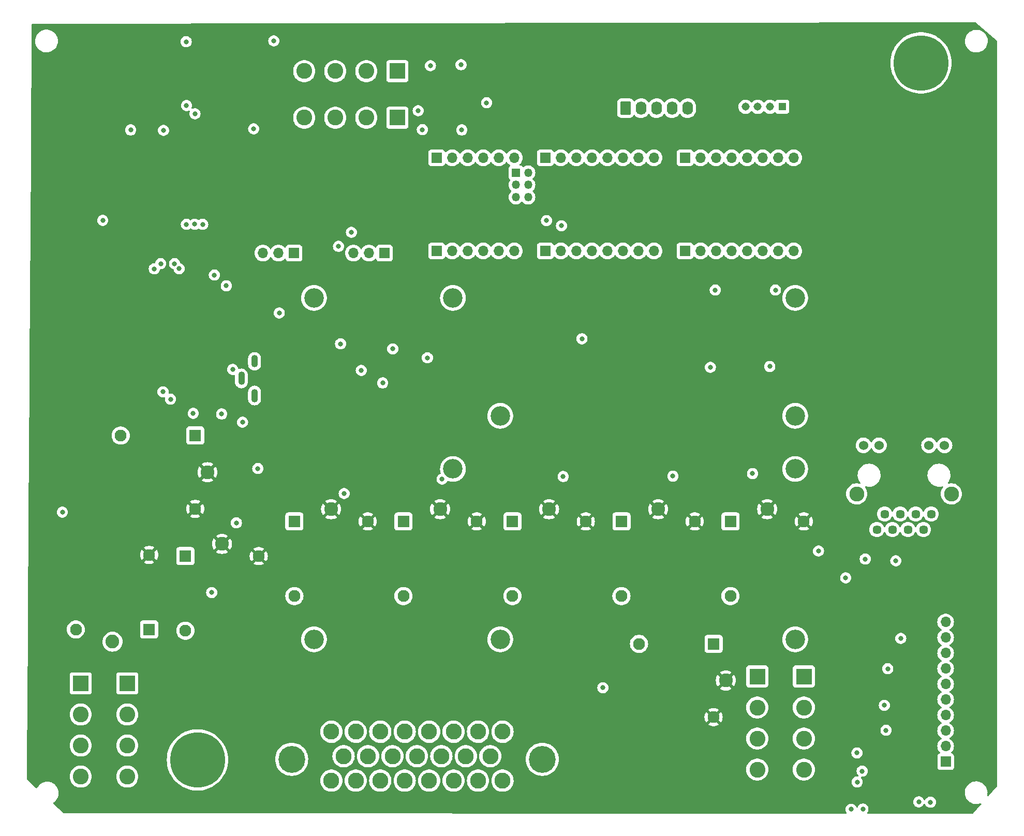
<source format=gbr>
%TF.GenerationSoftware,KiCad,Pcbnew,7.0.9*%
%TF.CreationDate,2024-05-20T07:51:08-06:00*%
%TF.ProjectId,RC11,52433131-2e6b-4696-9361-645f70636258,rev?*%
%TF.SameCoordinates,Original*%
%TF.FileFunction,Copper,L3,Inr*%
%TF.FilePolarity,Positive*%
%FSLAX46Y46*%
G04 Gerber Fmt 4.6, Leading zero omitted, Abs format (unit mm)*
G04 Created by KiCad (PCBNEW 7.0.9) date 2024-05-20 07:51:08*
%MOMM*%
%LPD*%
G01*
G04 APERTURE LIST*
G04 Aperture macros list*
%AMRoundRect*
0 Rectangle with rounded corners*
0 $1 Rounding radius*
0 $2 $3 $4 $5 $6 $7 $8 $9 X,Y pos of 4 corners*
0 Add a 4 corners polygon primitive as box body*
4,1,4,$2,$3,$4,$5,$6,$7,$8,$9,$2,$3,0*
0 Add four circle primitives for the rounded corners*
1,1,$1+$1,$2,$3*
1,1,$1+$1,$4,$5*
1,1,$1+$1,$6,$7*
1,1,$1+$1,$8,$9*
0 Add four rect primitives between the rounded corners*
20,1,$1+$1,$2,$3,$4,$5,0*
20,1,$1+$1,$4,$5,$6,$7,0*
20,1,$1+$1,$6,$7,$8,$9,0*
20,1,$1+$1,$8,$9,$2,$3,0*%
G04 Aperture macros list end*
%TA.AperFunction,ComponentPad*%
%ADD10C,2.625000*%
%TD*%
%TA.AperFunction,ComponentPad*%
%ADD11C,4.395000*%
%TD*%
%TA.AperFunction,ComponentPad*%
%ADD12C,1.446000*%
%TD*%
%TA.AperFunction,ComponentPad*%
%ADD13C,1.530000*%
%TD*%
%TA.AperFunction,ComponentPad*%
%ADD14C,2.445000*%
%TD*%
%TA.AperFunction,ComponentPad*%
%ADD15R,1.950000X1.950000*%
%TD*%
%TA.AperFunction,ComponentPad*%
%ADD16C,2.250000*%
%TD*%
%TA.AperFunction,ComponentPad*%
%ADD17C,1.950000*%
%TD*%
%TA.AperFunction,ComponentPad*%
%ADD18R,1.700000X1.700000*%
%TD*%
%TA.AperFunction,ComponentPad*%
%ADD19O,1.700000X1.700000*%
%TD*%
%TA.AperFunction,ComponentPad*%
%ADD20R,1.350000X1.350000*%
%TD*%
%TA.AperFunction,ComponentPad*%
%ADD21O,1.350000X1.350000*%
%TD*%
%TA.AperFunction,ComponentPad*%
%ADD22R,2.600000X2.600000*%
%TD*%
%TA.AperFunction,ComponentPad*%
%ADD23C,2.600000*%
%TD*%
%TA.AperFunction,ComponentPad*%
%ADD24R,1.308000X1.308000*%
%TD*%
%TA.AperFunction,ComponentPad*%
%ADD25C,1.308000*%
%TD*%
%TA.AperFunction,ComponentPad*%
%ADD26C,9.000000*%
%TD*%
%TA.AperFunction,ComponentPad*%
%ADD27C,3.200000*%
%TD*%
%TA.AperFunction,ComponentPad*%
%ADD28O,1.100000X2.000000*%
%TD*%
%TA.AperFunction,ComponentPad*%
%ADD29O,1.100000X2.200000*%
%TD*%
%TA.AperFunction,ComponentPad*%
%ADD30RoundRect,0.249999X-0.620001X-0.845001X0.620001X-0.845001X0.620001X0.845001X-0.620001X0.845001X0*%
%TD*%
%TA.AperFunction,ComponentPad*%
%ADD31O,1.740000X2.190000*%
%TD*%
%TA.AperFunction,ViaPad*%
%ADD32C,0.800000*%
%TD*%
G04 APERTURE END LIST*
D10*
%TO.N,R1*%
%TO.C,J8*%
X70000000Y-146500000D03*
%TO.N,R3*%
X74000000Y-146500000D03*
%TO.N,R4*%
X78000000Y-146500000D03*
%TO.N,R5*%
X82000000Y-146500000D03*
%TO.N,R6*%
X86000000Y-146500000D03*
%TO.N,R7*%
X90000000Y-146500000D03*
%TO.N,R8*%
X94000000Y-146500000D03*
%TO.N,Net-(J8-Pad8)*%
X98000000Y-146500000D03*
%TO.N,R2*%
X72000000Y-150500000D03*
%TO.N,+5V*%
X76000000Y-150500000D03*
X80000000Y-150500000D03*
%TO.N,GND*%
X84000000Y-150500000D03*
%TO.N,Sensor2*%
X88000000Y-150500000D03*
%TO.N,Sensor1*%
X92000000Y-150500000D03*
%TO.N,Net-(J8-Pad15)*%
X96000000Y-150500000D03*
%TO.N,12V_In*%
X70000000Y-154500000D03*
X74000000Y-154500000D03*
%TO.N,GND*%
X78000000Y-154500000D03*
X82000000Y-154500000D03*
%TO.N,AIN1*%
X86000000Y-154500000D03*
%TO.N,AIN0*%
X90000000Y-154500000D03*
%TO.N,Net-(J8-Pad22)*%
X94000000Y-154500000D03*
%TO.N,Net-(J8-Pad23)*%
X98000000Y-154500000D03*
D11*
%TO.N,Net-(J8-PadMH1)*%
X63500000Y-151000000D03*
%TO.N,Net-(J8-PadMH2)*%
X104500000Y-151000000D03*
%TD*%
D12*
%TO.N,Net-(J11-Pad6)*%
%TO.C,J12*%
X168148000Y-110860800D03*
%TO.N,Net-(J11-Pad5)*%
X166878000Y-113400800D03*
%TO.N,Net-(J11-Pad1)*%
X165608000Y-110860800D03*
%TO.N,Net-(C8-Pad1)*%
X164338000Y-113400800D03*
X163068000Y-110860800D03*
%TO.N,Net-(J11-Pad2)*%
X161798000Y-113400800D03*
%TO.N,Net-(J12-Pad7)*%
X160528000Y-110860800D03*
%TO.N,GND*%
X159258000Y-113400800D03*
D13*
%TO.N,Net-(J11-Pad3)*%
X170328000Y-99610800D03*
%TO.N,GND*%
X167788000Y-99610800D03*
X159618000Y-99610800D03*
%TO.N,Net-(J12-Pad12)*%
X157078000Y-99610800D03*
D14*
%TO.N,GND*%
X171448000Y-107560800D03*
X155958000Y-107560800D03*
%TD*%
D15*
%TO.N,Net-(RLY8-Pad1)*%
%TO.C,RLY8*%
X132537200Y-132115600D03*
D16*
%TO.N,+12V*%
X134537200Y-138115600D03*
D17*
X132537200Y-144115600D03*
%TO.N,R8*%
X120337200Y-132115600D03*
%TD*%
D15*
%TO.N,Net-(RLY2-Pad1)*%
%TO.C,RLY2*%
X46109466Y-117753400D03*
D16*
%TO.N,+12V*%
X52109466Y-115753400D03*
D17*
X58109466Y-117753400D03*
%TO.N,R2*%
X46109466Y-129953400D03*
%TD*%
D15*
%TO.N,Net-(RLY3-Pad1)*%
%TO.C,RLY3*%
X63948732Y-112080600D03*
D16*
%TO.N,+12V*%
X69948732Y-110080600D03*
D17*
X75948732Y-112080600D03*
%TO.N,R3*%
X63948732Y-124280600D03*
%TD*%
D15*
%TO.N,Net-(RLY4-Pad1)*%
%TO.C,RLY4*%
X81787998Y-112080600D03*
D16*
%TO.N,+12V*%
X87787998Y-110080600D03*
D17*
X93787998Y-112080600D03*
%TO.N,R4*%
X81787998Y-124280600D03*
%TD*%
D15*
%TO.N,Net-(RLY5-Pad1)*%
%TO.C,RLY5*%
X99627264Y-112080600D03*
D16*
%TO.N,+12V*%
X105627264Y-110080600D03*
D17*
X111627264Y-112080600D03*
%TO.N,R5*%
X99627264Y-124280600D03*
%TD*%
D15*
%TO.N,Net-(RLY6-Pad1)*%
%TO.C,RLY6*%
X117466530Y-112080600D03*
D16*
%TO.N,+12V*%
X123466530Y-110080600D03*
D17*
X129466530Y-112080600D03*
%TO.N,R6*%
X117466530Y-124280600D03*
%TD*%
D15*
%TO.N,Net-(RLY7-Pad1)*%
%TO.C,RLY7*%
X135305800Y-112080600D03*
D16*
%TO.N,+12V*%
X141305800Y-110080600D03*
D17*
X147305800Y-112080600D03*
%TO.N,R7*%
X135305800Y-124280600D03*
%TD*%
D18*
%TO.N,RLY6*%
%TO.C,J5*%
X127863600Y-67802800D03*
D19*
%TO.N,RLY7*%
X130403600Y-67802800D03*
%TO.N,RLY8*%
X132943600Y-67802800D03*
%TO.N,FlowPin1*%
X135483600Y-67802800D03*
%TO.N,FlowPin2*%
X138023600Y-67802800D03*
%TO.N,Net-(J5-Pad6)*%
X140563600Y-67802800D03*
%TO.N,Net-(J5-Pad7)*%
X143103600Y-67802800D03*
%TO.N,Net-(J5-Pad8)*%
X145643600Y-67802800D03*
%TD*%
D18*
%TO.N,Net-(J7-Pad1)*%
%TO.C,J7*%
X127863600Y-52562800D03*
D19*
%TO.N,Net-(J7-Pad2)*%
X130403600Y-52562800D03*
%TO.N,Net-(J7-Pad3)*%
X132943600Y-52562800D03*
%TO.N,IO37*%
X135483600Y-52562800D03*
%TO.N,IO36*%
X138023600Y-52562800D03*
%TO.N,Net-(J7-Pad6)*%
X140563600Y-52562800D03*
%TO.N,Net-(J7-Pad7)*%
X143103600Y-52562800D03*
%TO.N,Net-(J7-Pad8)*%
X145643600Y-52562800D03*
%TD*%
D20*
%TO.N,Net-(J11-Pad1)*%
%TO.C,J11*%
X100193600Y-55001200D03*
D21*
%TO.N,Net-(J11-Pad2)*%
X102193600Y-55001200D03*
%TO.N,Net-(J11-Pad3)*%
X100193600Y-57001200D03*
%TO.N,GND*%
X102193600Y-57001200D03*
%TO.N,Net-(J11-Pad5)*%
X100193600Y-59001200D03*
%TO.N,Net-(J11-Pad6)*%
X102193600Y-59001200D03*
%TD*%
D22*
%TO.N,Net-(J8-Pad8)*%
%TO.C,KF2*%
X139701400Y-137449600D03*
X147321400Y-137449600D03*
D23*
%TO.N,Net-(J8-Pad15)*%
X147321400Y-142529600D03*
X139701400Y-142529600D03*
%TO.N,Net-(J8-Pad23)*%
X139701400Y-147609600D03*
X147321400Y-147609600D03*
%TO.N,Net-(J8-Pad22)*%
X147321400Y-152689600D03*
X139701400Y-152689600D03*
%TD*%
D18*
%TO.N,GND*%
%TO.C,J4*%
X87223600Y-67802800D03*
D19*
%TO.N,RX_Teensy*%
X89763600Y-67802800D03*
%TO.N,TX_Teensy*%
X92303600Y-67802800D03*
%TO.N,Net-(J4-Pad4)*%
X94843600Y-67802800D03*
%TO.N,Net-(J4-Pad5)*%
X97383600Y-67802800D03*
%TO.N,Net-(J4-Pad6)*%
X99923600Y-67802800D03*
%TD*%
D18*
%TO.N,Net-(J6-Pad1)*%
%TO.C,J6*%
X105003600Y-67802800D03*
D19*
%TO.N,Net-(J6-Pad2)*%
X107543600Y-67802800D03*
%TO.N,RLY1*%
X110083600Y-67802800D03*
%TO.N,RLY2*%
X112623600Y-67802800D03*
%TO.N,RLY3*%
X115163600Y-67802800D03*
%TO.N,RLY4*%
X117703600Y-67802800D03*
%TO.N,RLY5*%
X120243600Y-67802800D03*
%TO.N,Net-(J6-Pad8)*%
X122783600Y-67802800D03*
%TD*%
D18*
%TO.N,+5V*%
%TO.C,J15*%
X87223600Y-52562800D03*
D19*
%TO.N,GND*%
X89763600Y-52562800D03*
%TO.N,Net-(J15-Pad3)*%
X92303600Y-52562800D03*
%TO.N,Net-(J15-Pad4)*%
X94843600Y-52562800D03*
%TO.N,Net-(J15-Pad5)*%
X97383600Y-52562800D03*
%TO.N,Net-(J15-Pad6)*%
X99923600Y-52562800D03*
%TD*%
D18*
%TO.N,SCL_Teensy*%
%TO.C,J16*%
X105003600Y-52562800D03*
D19*
%TO.N,SDA_Teensy*%
X107543600Y-52562800D03*
%TO.N,TX4*%
X110083600Y-52562800D03*
%TO.N,RX4*%
X112623600Y-52562800D03*
%TO.N,IO15*%
X115163600Y-52562800D03*
%TO.N,IO14*%
X117703600Y-52562800D03*
%TO.N,Net-(J16-Pad7)*%
X120243600Y-52562800D03*
%TO.N,GND*%
X122783600Y-52562800D03*
%TD*%
D24*
%TO.N,IO37*%
%TO.C,J21*%
X143766800Y-44219800D03*
D25*
%TO.N,IO36*%
X141766800Y-44219800D03*
%TO.N,Net-(J21-Pad3)*%
X139766800Y-44219800D03*
%TO.N,GND*%
X137766800Y-44219800D03*
%TD*%
D26*
%TO.N,GND*%
%TO.C,J14*%
X166471600Y-37033200D03*
%TD*%
%TO.N,12V_In*%
%TO.C,J17*%
X48082200Y-151104600D03*
%TD*%
D22*
%TO.N,12V_In*%
%TO.C,KF1*%
X28982800Y-138592600D03*
X36602800Y-138592600D03*
D23*
X28982800Y-143672600D03*
X36602800Y-143672600D03*
%TO.N,GND*%
X28982800Y-148752600D03*
X36602800Y-148752600D03*
X36602800Y-153832600D03*
X28982800Y-153832600D03*
%TD*%
D27*
%TO.N,N/C*%
%TO.C,REF\u002A\u002A*%
X67147800Y-131365600D03*
X97627800Y-131365600D03*
X145887800Y-103485600D03*
X67147800Y-75485600D03*
X89887800Y-75485600D03*
X97627800Y-94785600D03*
X145887800Y-94785600D03*
X145887800Y-131365600D03*
X89887800Y-103485600D03*
X145887800Y-75485600D03*
%TD*%
D15*
%TO.N,Net-(RLY1-Pad1)*%
%TO.C,RLY1*%
X47726600Y-98018600D03*
D16*
%TO.N,+12V*%
X49726600Y-104018600D03*
D17*
X47726600Y-110018600D03*
%TO.N,R1*%
X35526600Y-98018600D03*
%TD*%
D28*
%TO.N,GND*%
%TO.C,J9*%
X57429400Y-85871400D03*
D29*
X57429400Y-91471400D03*
X55279400Y-88671400D03*
%TD*%
D18*
%TO.N,RX_Teensy*%
%TO.C,J10*%
X78689200Y-68158400D03*
D19*
%TO.N,TX_ESP*%
X76149200Y-68158400D03*
%TO.N,RX_CH340*%
X73609200Y-68158400D03*
%TD*%
D18*
%TO.N,TX_Teensy*%
%TO.C,J18*%
X63881000Y-68158400D03*
D19*
%TO.N,RX_ESP*%
X61341000Y-68158400D03*
%TO.N,TX_CH340*%
X58801000Y-68158400D03*
%TD*%
D18*
%TO.N,+5V*%
%TO.C,J19*%
X170510200Y-151394200D03*
D19*
%TO.N,GND*%
X170510200Y-148854200D03*
%TO.N,Net-(IC3-Pad6)*%
X170510200Y-146314200D03*
%TO.N,Net-(IC3-Pad5)*%
X170510200Y-143774200D03*
%TO.N,+5V*%
X170510200Y-141234200D03*
%TO.N,Net-(J19-Pad6)*%
X170510200Y-138694200D03*
%TO.N,AIN0*%
X170510200Y-136154200D03*
%TO.N,AIN1*%
X170510200Y-133614200D03*
%TO.N,Net-(J19-Pad9)*%
X170510200Y-131074200D03*
%TO.N,Net-(J19-Pad10)*%
X170510200Y-128534200D03*
%TD*%
D30*
%TO.N,GND*%
%TO.C,J13*%
X118135400Y-44439800D03*
D31*
%TO.N,IO15*%
X120675400Y-44439800D03*
%TO.N,IO14*%
X123215400Y-44439800D03*
%TO.N,IO36*%
X125755400Y-44439800D03*
%TO.N,IO37*%
X128295400Y-44439800D03*
%TD*%
D15*
%TO.N,Net-(D1-Pad1)*%
%TO.C,RLY9*%
X40182800Y-129753400D03*
D16*
%TO.N,12V_In*%
X34182800Y-131753400D03*
D17*
%TO.N,GND*%
X28182800Y-129753400D03*
%TO.N,+12V*%
X40182800Y-117553400D03*
%TD*%
D22*
%TO.N,Net-(KF3-Pad1)*%
%TO.C,KF3*%
X80797400Y-46000800D03*
X80797400Y-38380800D03*
D23*
%TO.N,Net-(KF3-Pad2)*%
X75717400Y-38380800D03*
X75717400Y-46000800D03*
%TO.N,+5V*%
X70637400Y-38380800D03*
X70637400Y-46000800D03*
%TO.N,GND*%
X65557400Y-38380800D03*
X65557400Y-46000800D03*
%TD*%
D32*
%TO.N,GND*%
X46238200Y-33578800D03*
X47686000Y-45364400D03*
X42529800Y-48082200D03*
X142664200Y-74203600D03*
X57287200Y-47828200D03*
X166116000Y-157972800D03*
X155041600Y-159192000D03*
X125882400Y-104658200D03*
X107924600Y-104734400D03*
X88112600Y-105140800D03*
X72085200Y-107503000D03*
X91338400Y-48006000D03*
X91211400Y-37338000D03*
X86207600Y-37490400D03*
X47625000Y-63423800D03*
X48945800Y-63449200D03*
X46278800Y-63449200D03*
X52806600Y-73507600D03*
X25984200Y-110566200D03*
X57962800Y-103428800D03*
X162356800Y-118516402D03*
X114424065Y-139300865D03*
X110998000Y-82179200D03*
X138912600Y-104251800D03*
X54457598Y-112318800D03*
X85714800Y-85293200D03*
X50850800Y-71755000D03*
X132809000Y-74203600D03*
X161035798Y-136179398D03*
X61468002Y-77952600D03*
X71501000Y-83007200D03*
X95394522Y-43549829D03*
X47396400Y-94386400D03*
X80035400Y-83830200D03*
X32588200Y-62814200D03*
X74894400Y-87350600D03*
X55463400Y-95834200D03*
X60579000Y-33426400D03*
X84886800Y-47955200D03*
X52044600Y-94488000D03*
X156006800Y-149971800D03*
%TO.N,+12V*%
X111074200Y-91729600D03*
X56982400Y-44627800D03*
X29146000Y-104533200D03*
%TO.N,+5V*%
X46289000Y-44018200D03*
X163169600Y-131226600D03*
X168021000Y-158023600D03*
X156972000Y-159141200D03*
X160754163Y-146264087D03*
X53848000Y-87198200D03*
X141732004Y-86725800D03*
X84201000Y-44856400D03*
X78399600Y-89408000D03*
X160477200Y-142174000D03*
X132015218Y-86841382D03*
X157353000Y-118237000D03*
X37160200Y-48006000D03*
%TO.N,+3V3*%
X149707600Y-116916200D03*
X154152600Y-121310400D03*
%TO.N,R2*%
X50419000Y-123723400D03*
%TO.N,EN*%
X43676296Y-92069182D03*
X42443400Y-90855800D03*
%TO.N,TX_Teensy*%
X73279000Y-64757379D03*
X71170800Y-67056000D03*
%TO.N,TX_ESP*%
X44334738Y-69884990D03*
X42077315Y-69884990D03*
%TO.N,RX_ESP*%
X41021000Y-70739000D03*
X45085000Y-70713600D03*
%TO.N,AIN1*%
X156032200Y-154721600D03*
X156845000Y-152943600D03*
%TO.N,SDA_Teensy*%
X107645200Y-63693610D03*
%TO.N,SCL_Teensy*%
X105206800Y-62839600D03*
%TD*%
%TA.AperFunction,Conductor*%
%TO.N,+12V*%
G36*
X175357492Y-30372963D02*
G01*
X175371728Y-30383559D01*
X178924552Y-33439485D01*
X178963153Y-33499071D01*
X178968387Y-33535036D01*
X178943009Y-155360044D01*
X178922993Y-155428161D01*
X178911801Y-155443027D01*
X178844826Y-155519508D01*
X177559989Y-156986710D01*
X177532109Y-157018547D01*
X177472182Y-157056618D01*
X177401187Y-157056247D01*
X177341662Y-157017551D01*
X177312507Y-156952817D01*
X177313413Y-156912652D01*
X177358318Y-156669541D01*
X177358319Y-156669530D01*
X177361402Y-156585165D01*
X177368212Y-156398835D01*
X177353338Y-156263658D01*
X177338587Y-156129585D01*
X177270071Y-155867509D01*
X177164130Y-155618210D01*
X177153444Y-155600700D01*
X177023018Y-155386990D01*
X176849745Y-155178780D01*
X176849741Y-155178777D01*
X176849740Y-155178775D01*
X176648012Y-154998027D01*
X176648002Y-154998018D01*
X176422090Y-154848556D01*
X176176824Y-154733580D01*
X175955190Y-154666900D01*
X175917425Y-154655538D01*
X175649442Y-154616100D01*
X175649439Y-154616100D01*
X175446369Y-154616100D01*
X175446367Y-154616100D01*
X175243839Y-154630923D01*
X175243838Y-154630923D01*
X174979456Y-154689817D01*
X174979441Y-154689822D01*
X174726441Y-154786586D01*
X174490229Y-154919155D01*
X174490225Y-154919157D01*
X174275818Y-155084716D01*
X174087815Y-155279717D01*
X174087810Y-155279723D01*
X173930203Y-155500017D01*
X173930196Y-155500027D01*
X173806343Y-155740924D01*
X173806342Y-155740927D01*
X173718883Y-155997289D01*
X173718880Y-155997302D01*
X173669681Y-156263658D01*
X173669680Y-156263669D01*
X173659788Y-156534365D01*
X173689412Y-156803614D01*
X173757928Y-157065690D01*
X173863869Y-157314989D01*
X173882023Y-157344735D01*
X174004982Y-157546210D01*
X174178255Y-157754420D01*
X174379998Y-157935182D01*
X174605910Y-158084644D01*
X174851176Y-158199620D01*
X175110569Y-158277660D01*
X175110572Y-158277660D01*
X175110574Y-158277661D01*
X175378557Y-158317100D01*
X175378561Y-158317100D01*
X175581633Y-158317100D01*
X175616363Y-158314557D01*
X175784156Y-158302277D01*
X175784160Y-158302276D01*
X175784161Y-158302276D01*
X175918251Y-158272406D01*
X176048553Y-158243380D01*
X176192011Y-158188511D01*
X176262782Y-158182859D01*
X176325375Y-158216366D01*
X176359916Y-158278394D01*
X176355439Y-158349249D01*
X176331813Y-158389207D01*
X175043656Y-159860199D01*
X174983730Y-159898270D01*
X174948843Y-159903190D01*
X157794023Y-159900260D01*
X157725906Y-159880246D01*
X157679422Y-159826583D01*
X157669331Y-159756307D01*
X157698835Y-159691731D01*
X157700342Y-159690024D01*
X157711040Y-159678144D01*
X157806527Y-159512756D01*
X157865542Y-159331128D01*
X157885504Y-159141200D01*
X157865542Y-158951272D01*
X157806527Y-158769644D01*
X157711040Y-158604256D01*
X157711038Y-158604254D01*
X157711034Y-158604248D01*
X157583255Y-158462335D01*
X157428752Y-158350082D01*
X157254288Y-158272406D01*
X157067487Y-158232700D01*
X156876513Y-158232700D01*
X156689711Y-158272406D01*
X156515247Y-158350082D01*
X156360744Y-158462335D01*
X156232965Y-158604248D01*
X156232958Y-158604258D01*
X156137476Y-158769638D01*
X156137471Y-158769649D01*
X156118378Y-158828408D01*
X156078303Y-158887013D01*
X156012906Y-158914648D01*
X155942950Y-158902540D01*
X155890645Y-158854533D01*
X155878712Y-158828401D01*
X155876128Y-158820448D01*
X155876127Y-158820444D01*
X155780640Y-158655056D01*
X155780638Y-158655054D01*
X155780634Y-158655048D01*
X155652855Y-158513135D01*
X155498352Y-158400882D01*
X155323888Y-158323206D01*
X155137087Y-158283500D01*
X154946113Y-158283500D01*
X154759311Y-158323206D01*
X154584847Y-158400882D01*
X154430344Y-158513135D01*
X154302565Y-158655048D01*
X154302558Y-158655058D01*
X154207076Y-158820438D01*
X154207073Y-158820444D01*
X154200201Y-158841593D01*
X154148057Y-159002072D01*
X154128096Y-159192000D01*
X154148057Y-159381927D01*
X154178126Y-159474470D01*
X154207073Y-159563556D01*
X154279883Y-159689667D01*
X154291994Y-159710643D01*
X154308732Y-159779638D01*
X154285512Y-159846730D01*
X154229705Y-159890617D01*
X154182853Y-159899643D01*
X26287186Y-159877808D01*
X26219069Y-159857794D01*
X26202084Y-159844706D01*
X24496067Y-158281452D01*
X24459356Y-158220683D01*
X24461327Y-158149714D01*
X24501353Y-158091076D01*
X24519521Y-158078678D01*
X24544177Y-158064841D01*
X24663375Y-157972800D01*
X165202496Y-157972800D01*
X165222457Y-158162727D01*
X165238964Y-158213528D01*
X165281473Y-158344356D01*
X165281476Y-158344361D01*
X165376958Y-158509741D01*
X165376965Y-158509751D01*
X165504744Y-158651664D01*
X165565999Y-158696168D01*
X165659248Y-158763918D01*
X165833712Y-158841594D01*
X166020513Y-158881300D01*
X166211487Y-158881300D01*
X166398288Y-158841594D01*
X166572752Y-158763918D01*
X166727253Y-158651666D01*
X166727255Y-158651664D01*
X166855034Y-158509751D01*
X166855035Y-158509749D01*
X166855040Y-158509744D01*
X166949444Y-158346230D01*
X167000825Y-158297239D01*
X167070539Y-158283803D01*
X167136450Y-158310189D01*
X167177632Y-158368021D01*
X167178394Y-158370294D01*
X167184540Y-158389207D01*
X167186473Y-158395156D01*
X167186476Y-158395161D01*
X167281958Y-158560541D01*
X167281965Y-158560551D01*
X167409744Y-158702464D01*
X167409747Y-158702466D01*
X167564248Y-158814718D01*
X167738712Y-158892394D01*
X167925513Y-158932100D01*
X168116487Y-158932100D01*
X168303288Y-158892394D01*
X168477752Y-158814718D01*
X168632253Y-158702466D01*
X168632255Y-158702464D01*
X168760034Y-158560551D01*
X168760035Y-158560549D01*
X168760040Y-158560544D01*
X168855527Y-158395156D01*
X168914542Y-158213528D01*
X168934504Y-158023600D01*
X168914542Y-157833672D01*
X168855527Y-157652044D01*
X168760040Y-157486656D01*
X168760038Y-157486654D01*
X168760034Y-157486648D01*
X168632255Y-157344735D01*
X168477752Y-157232482D01*
X168303288Y-157154806D01*
X168116487Y-157115100D01*
X167925513Y-157115100D01*
X167738711Y-157154806D01*
X167564247Y-157232482D01*
X167409744Y-157344735D01*
X167281965Y-157486648D01*
X167281958Y-157486658D01*
X167187556Y-157650167D01*
X167136173Y-157699161D01*
X167066459Y-157712596D01*
X167000549Y-157686209D01*
X166959367Y-157628377D01*
X166958604Y-157626103D01*
X166950527Y-157601244D01*
X166855040Y-157435856D01*
X166855038Y-157435854D01*
X166855034Y-157435848D01*
X166727255Y-157293935D01*
X166572752Y-157181682D01*
X166398288Y-157104006D01*
X166211487Y-157064300D01*
X166020513Y-157064300D01*
X165833711Y-157104006D01*
X165659247Y-157181682D01*
X165504744Y-157293935D01*
X165376965Y-157435848D01*
X165376958Y-157435858D01*
X165281476Y-157601238D01*
X165281473Y-157601245D01*
X165222457Y-157782872D01*
X165202496Y-157972800D01*
X24663375Y-157972800D01*
X24758577Y-157899288D01*
X24946586Y-157704281D01*
X25104199Y-157483979D01*
X25228056Y-157243075D01*
X25315518Y-156986705D01*
X25349336Y-156803618D01*
X25364718Y-156720341D01*
X25364719Y-156720330D01*
X25366575Y-156669541D01*
X25374612Y-156449635D01*
X25359739Y-156314467D01*
X25344987Y-156180385D01*
X25276471Y-155918309D01*
X25170530Y-155669010D01*
X25128841Y-155600700D01*
X25029418Y-155437790D01*
X24856145Y-155229580D01*
X24856141Y-155229577D01*
X24856140Y-155229575D01*
X24654412Y-155048827D01*
X24654402Y-155048818D01*
X24428490Y-154899356D01*
X24183224Y-154784380D01*
X23997049Y-154728368D01*
X23923825Y-154706338D01*
X23655842Y-154666900D01*
X23655839Y-154666900D01*
X23452769Y-154666900D01*
X23452767Y-154666900D01*
X23250239Y-154681723D01*
X23250238Y-154681723D01*
X22985856Y-154740617D01*
X22985841Y-154740622D01*
X22732841Y-154837386D01*
X22496629Y-154969955D01*
X22496625Y-154969957D01*
X22282218Y-155135516D01*
X22094215Y-155330517D01*
X22094210Y-155330523D01*
X21936603Y-155550817D01*
X21936599Y-155550822D01*
X21877404Y-155665959D01*
X21828468Y-155717395D01*
X21759491Y-155734210D01*
X21692373Y-155711063D01*
X21680223Y-155701244D01*
X21645045Y-155669010D01*
X20208839Y-154352988D01*
X20172129Y-154292220D01*
X20167967Y-154259267D01*
X20170771Y-153832600D01*
X27169229Y-153832600D01*
X27189485Y-154102902D01*
X27249801Y-154367160D01*
X27249802Y-154367162D01*
X27348827Y-154619475D01*
X27348830Y-154619483D01*
X27484354Y-154854217D01*
X27653361Y-155066146D01*
X27774748Y-155178775D01*
X27852057Y-155250507D01*
X27852063Y-155250511D01*
X28076005Y-155403193D01*
X28076012Y-155403197D01*
X28076015Y-155403199D01*
X28158719Y-155443027D01*
X28320223Y-155520804D01*
X28320236Y-155520809D01*
X28579231Y-155600698D01*
X28579233Y-155600698D01*
X28579242Y-155600701D01*
X28847272Y-155641100D01*
X28847276Y-155641100D01*
X29118324Y-155641100D01*
X29118328Y-155641100D01*
X29386358Y-155600701D01*
X29419776Y-155590393D01*
X29645363Y-155520809D01*
X29645365Y-155520807D01*
X29645372Y-155520806D01*
X29645377Y-155520803D01*
X29645381Y-155520802D01*
X29889580Y-155403202D01*
X29889580Y-155403201D01*
X29889586Y-155403199D01*
X30113543Y-155250507D01*
X30312242Y-155066142D01*
X30481243Y-154854221D01*
X30576160Y-154689820D01*
X30616769Y-154619483D01*
X30616771Y-154619479D01*
X30715799Y-154367159D01*
X30776115Y-154102899D01*
X30796371Y-153832600D01*
X34789229Y-153832600D01*
X34809485Y-154102902D01*
X34869801Y-154367160D01*
X34869802Y-154367162D01*
X34968827Y-154619475D01*
X34968830Y-154619483D01*
X35104354Y-154854217D01*
X35273361Y-155066146D01*
X35394748Y-155178775D01*
X35472057Y-155250507D01*
X35472063Y-155250511D01*
X35696005Y-155403193D01*
X35696012Y-155403197D01*
X35696015Y-155403199D01*
X35778719Y-155443027D01*
X35940223Y-155520804D01*
X35940236Y-155520809D01*
X36199231Y-155600698D01*
X36199233Y-155600698D01*
X36199242Y-155600701D01*
X36467272Y-155641100D01*
X36467276Y-155641100D01*
X36738324Y-155641100D01*
X36738328Y-155641100D01*
X37006358Y-155600701D01*
X37039776Y-155590393D01*
X37265363Y-155520809D01*
X37265365Y-155520807D01*
X37265372Y-155520806D01*
X37265377Y-155520803D01*
X37265381Y-155520802D01*
X37509580Y-155403202D01*
X37509580Y-155403201D01*
X37509586Y-155403199D01*
X37733543Y-155250507D01*
X37932242Y-155066142D01*
X38101243Y-154854221D01*
X38196160Y-154689820D01*
X38236769Y-154619483D01*
X38236771Y-154619479D01*
X38335799Y-154367159D01*
X38396115Y-154102899D01*
X38416371Y-153832600D01*
X38396115Y-153562301D01*
X38335799Y-153298041D01*
X38236771Y-153045721D01*
X38236770Y-153045720D01*
X38236769Y-153045716D01*
X38101245Y-152810982D01*
X38049575Y-152746190D01*
X37932242Y-152599058D01*
X37932241Y-152599057D01*
X37932238Y-152599053D01*
X37733548Y-152414698D01*
X37733542Y-152414692D01*
X37554815Y-152292838D01*
X37509586Y-152262001D01*
X37509583Y-152262000D01*
X37509581Y-152261998D01*
X37509580Y-152261997D01*
X37265381Y-152144397D01*
X37265363Y-152144390D01*
X37006368Y-152064501D01*
X37006360Y-152064499D01*
X37006358Y-152064499D01*
X36738328Y-152024100D01*
X36467272Y-152024100D01*
X36199242Y-152064499D01*
X36199240Y-152064499D01*
X36199231Y-152064501D01*
X35940236Y-152144390D01*
X35940223Y-152144395D01*
X35696012Y-152262002D01*
X35696005Y-152262006D01*
X35472063Y-152414688D01*
X35472051Y-152414698D01*
X35273361Y-152599053D01*
X35104354Y-152810982D01*
X34968830Y-153045716D01*
X34968827Y-153045724D01*
X34869802Y-153298037D01*
X34869801Y-153298039D01*
X34809485Y-153562297D01*
X34789229Y-153832600D01*
X30796371Y-153832600D01*
X30776115Y-153562301D01*
X30715799Y-153298041D01*
X30616771Y-153045721D01*
X30616770Y-153045720D01*
X30616769Y-153045716D01*
X30481245Y-152810982D01*
X30429575Y-152746190D01*
X30312242Y-152599058D01*
X30312241Y-152599057D01*
X30312238Y-152599053D01*
X30113548Y-152414698D01*
X30113542Y-152414692D01*
X29934815Y-152292838D01*
X29889586Y-152262001D01*
X29889583Y-152262000D01*
X29889581Y-152261998D01*
X29889580Y-152261997D01*
X29645381Y-152144397D01*
X29645363Y-152144390D01*
X29386368Y-152064501D01*
X29386360Y-152064499D01*
X29386358Y-152064499D01*
X29118328Y-152024100D01*
X28847272Y-152024100D01*
X28579242Y-152064499D01*
X28579240Y-152064499D01*
X28579231Y-152064501D01*
X28320236Y-152144390D01*
X28320223Y-152144395D01*
X28076012Y-152262002D01*
X28076005Y-152262006D01*
X27852063Y-152414688D01*
X27852051Y-152414698D01*
X27653361Y-152599053D01*
X27484354Y-152810982D01*
X27348830Y-153045716D01*
X27348827Y-153045724D01*
X27249802Y-153298037D01*
X27249801Y-153298039D01*
X27189485Y-153562297D01*
X27169229Y-153832600D01*
X20170771Y-153832600D01*
X20188698Y-151104602D01*
X43068652Y-151104602D01*
X43088834Y-151554001D01*
X43088834Y-151554009D01*
X43088835Y-151554011D01*
X43136071Y-151902721D01*
X43149222Y-151999804D01*
X43249325Y-152438388D01*
X43388340Y-152866231D01*
X43565150Y-153279899D01*
X43778325Y-153676043D01*
X43778329Y-153676050D01*
X43854723Y-153791782D01*
X44026154Y-154051490D01*
X44166780Y-154227829D01*
X44306637Y-154403204D01*
X44580666Y-154689817D01*
X44617524Y-154728367D01*
X44667661Y-154772170D01*
X44956299Y-155024347D01*
X45051014Y-155093161D01*
X45320252Y-155288773D01*
X45320264Y-155288780D01*
X45320277Y-155288789D01*
X45706412Y-155519494D01*
X45706427Y-155519502D01*
X45706437Y-155519508D01*
X46111750Y-155714697D01*
X46532928Y-155872767D01*
X46966581Y-155992448D01*
X47409215Y-156072774D01*
X47857268Y-156113100D01*
X47857274Y-156113100D01*
X48307126Y-156113100D01*
X48307132Y-156113100D01*
X48755185Y-156072774D01*
X49197819Y-155992448D01*
X49631472Y-155872767D01*
X50052650Y-155714697D01*
X50457963Y-155519508D01*
X50457981Y-155519497D01*
X50457987Y-155519494D01*
X50844122Y-155288789D01*
X50844127Y-155288785D01*
X50844148Y-155288773D01*
X51208096Y-155024350D01*
X51208096Y-155024349D01*
X51208100Y-155024347D01*
X51402824Y-154854221D01*
X51546876Y-154728367D01*
X51765217Y-154500000D01*
X68173894Y-154500000D01*
X68194290Y-154772170D01*
X68255023Y-155038255D01*
X68255024Y-155038257D01*
X68354735Y-155292320D01*
X68491197Y-155528678D01*
X68491199Y-155528681D01*
X68491200Y-155528682D01*
X68661370Y-155742068D01*
X68861442Y-155927707D01*
X68956399Y-155992448D01*
X69086944Y-156081452D01*
X69086952Y-156081457D01*
X69332840Y-156199870D01*
X69332841Y-156199870D01*
X69332849Y-156199874D01*
X69539666Y-156263669D01*
X69593646Y-156280320D01*
X69593653Y-156280322D01*
X69863535Y-156321000D01*
X69863539Y-156321000D01*
X70136461Y-156321000D01*
X70136465Y-156321000D01*
X70406347Y-156280322D01*
X70667151Y-156199874D01*
X70913053Y-156081454D01*
X71138558Y-155927707D01*
X71338630Y-155742068D01*
X71508800Y-155528682D01*
X71645265Y-155292318D01*
X71744977Y-155038254D01*
X71805710Y-154772167D01*
X71826106Y-154500000D01*
X72173894Y-154500000D01*
X72194290Y-154772170D01*
X72255023Y-155038255D01*
X72255024Y-155038257D01*
X72354735Y-155292320D01*
X72491197Y-155528678D01*
X72491199Y-155528681D01*
X72491200Y-155528682D01*
X72661370Y-155742068D01*
X72861442Y-155927707D01*
X72956399Y-155992448D01*
X73086944Y-156081452D01*
X73086952Y-156081457D01*
X73332840Y-156199870D01*
X73332841Y-156199870D01*
X73332849Y-156199874D01*
X73539666Y-156263669D01*
X73593646Y-156280320D01*
X73593653Y-156280322D01*
X73863535Y-156321000D01*
X73863539Y-156321000D01*
X74136461Y-156321000D01*
X74136465Y-156321000D01*
X74406347Y-156280322D01*
X74667151Y-156199874D01*
X74913053Y-156081454D01*
X75138558Y-155927707D01*
X75338630Y-155742068D01*
X75508800Y-155528682D01*
X75645265Y-155292318D01*
X75744977Y-155038254D01*
X75805710Y-154772167D01*
X75826106Y-154500000D01*
X76173894Y-154500000D01*
X76194290Y-154772170D01*
X76255023Y-155038255D01*
X76255024Y-155038257D01*
X76354735Y-155292320D01*
X76491197Y-155528678D01*
X76491199Y-155528681D01*
X76491200Y-155528682D01*
X76661370Y-155742068D01*
X76861442Y-155927707D01*
X76956399Y-155992448D01*
X77086944Y-156081452D01*
X77086952Y-156081457D01*
X77332840Y-156199870D01*
X77332841Y-156199870D01*
X77332849Y-156199874D01*
X77539666Y-156263669D01*
X77593646Y-156280320D01*
X77593653Y-156280322D01*
X77863535Y-156321000D01*
X77863539Y-156321000D01*
X78136461Y-156321000D01*
X78136465Y-156321000D01*
X78406347Y-156280322D01*
X78667151Y-156199874D01*
X78913053Y-156081454D01*
X79138558Y-155927707D01*
X79338630Y-155742068D01*
X79508800Y-155528682D01*
X79645265Y-155292318D01*
X79744977Y-155038254D01*
X79805710Y-154772167D01*
X79826106Y-154500000D01*
X80173894Y-154500000D01*
X80194290Y-154772170D01*
X80255023Y-155038255D01*
X80255024Y-155038257D01*
X80354735Y-155292320D01*
X80491197Y-155528678D01*
X80491199Y-155528681D01*
X80491200Y-155528682D01*
X80661370Y-155742068D01*
X80861442Y-155927707D01*
X80956399Y-155992448D01*
X81086944Y-156081452D01*
X81086952Y-156081457D01*
X81332840Y-156199870D01*
X81332841Y-156199870D01*
X81332849Y-156199874D01*
X81539666Y-156263669D01*
X81593646Y-156280320D01*
X81593653Y-156280322D01*
X81863535Y-156321000D01*
X81863539Y-156321000D01*
X82136461Y-156321000D01*
X82136465Y-156321000D01*
X82406347Y-156280322D01*
X82667151Y-156199874D01*
X82913053Y-156081454D01*
X83138558Y-155927707D01*
X83338630Y-155742068D01*
X83508800Y-155528682D01*
X83645265Y-155292318D01*
X83744977Y-155038254D01*
X83805710Y-154772167D01*
X83826106Y-154500000D01*
X84173894Y-154500000D01*
X84194290Y-154772170D01*
X84255023Y-155038255D01*
X84255024Y-155038257D01*
X84354735Y-155292320D01*
X84491197Y-155528678D01*
X84491199Y-155528681D01*
X84491200Y-155528682D01*
X84661370Y-155742068D01*
X84861442Y-155927707D01*
X84956399Y-155992448D01*
X85086944Y-156081452D01*
X85086952Y-156081457D01*
X85332840Y-156199870D01*
X85332841Y-156199870D01*
X85332849Y-156199874D01*
X85539666Y-156263669D01*
X85593646Y-156280320D01*
X85593653Y-156280322D01*
X85863535Y-156321000D01*
X85863539Y-156321000D01*
X86136461Y-156321000D01*
X86136465Y-156321000D01*
X86406347Y-156280322D01*
X86667151Y-156199874D01*
X86913053Y-156081454D01*
X87138558Y-155927707D01*
X87338630Y-155742068D01*
X87508800Y-155528682D01*
X87645265Y-155292318D01*
X87744977Y-155038254D01*
X87805710Y-154772167D01*
X87826106Y-154500000D01*
X88173894Y-154500000D01*
X88194290Y-154772170D01*
X88255023Y-155038255D01*
X88255024Y-155038257D01*
X88354735Y-155292320D01*
X88491197Y-155528678D01*
X88491199Y-155528681D01*
X88491200Y-155528682D01*
X88661370Y-155742068D01*
X88861442Y-155927707D01*
X88956399Y-155992448D01*
X89086944Y-156081452D01*
X89086952Y-156081457D01*
X89332840Y-156199870D01*
X89332841Y-156199870D01*
X89332849Y-156199874D01*
X89539666Y-156263669D01*
X89593646Y-156280320D01*
X89593653Y-156280322D01*
X89863535Y-156321000D01*
X89863539Y-156321000D01*
X90136461Y-156321000D01*
X90136465Y-156321000D01*
X90406347Y-156280322D01*
X90667151Y-156199874D01*
X90913053Y-156081454D01*
X91138558Y-155927707D01*
X91338630Y-155742068D01*
X91508800Y-155528682D01*
X91645265Y-155292318D01*
X91744977Y-155038254D01*
X91805710Y-154772167D01*
X91826106Y-154500000D01*
X92173894Y-154500000D01*
X92194290Y-154772170D01*
X92255023Y-155038255D01*
X92255024Y-155038257D01*
X92354735Y-155292320D01*
X92491197Y-155528678D01*
X92491199Y-155528681D01*
X92491200Y-155528682D01*
X92661370Y-155742068D01*
X92861442Y-155927707D01*
X92956399Y-155992448D01*
X93086944Y-156081452D01*
X93086952Y-156081457D01*
X93332840Y-156199870D01*
X93332841Y-156199870D01*
X93332849Y-156199874D01*
X93539666Y-156263669D01*
X93593646Y-156280320D01*
X93593653Y-156280322D01*
X93863535Y-156321000D01*
X93863539Y-156321000D01*
X94136461Y-156321000D01*
X94136465Y-156321000D01*
X94406347Y-156280322D01*
X94667151Y-156199874D01*
X94913053Y-156081454D01*
X95138558Y-155927707D01*
X95338630Y-155742068D01*
X95508800Y-155528682D01*
X95645265Y-155292318D01*
X95744977Y-155038254D01*
X95805710Y-154772167D01*
X95826106Y-154500000D01*
X96173894Y-154500000D01*
X96194290Y-154772170D01*
X96255023Y-155038255D01*
X96255024Y-155038257D01*
X96354735Y-155292320D01*
X96491197Y-155528678D01*
X96491199Y-155528681D01*
X96491200Y-155528682D01*
X96661370Y-155742068D01*
X96861442Y-155927707D01*
X96956399Y-155992448D01*
X97086944Y-156081452D01*
X97086952Y-156081457D01*
X97332840Y-156199870D01*
X97332841Y-156199870D01*
X97332849Y-156199874D01*
X97539666Y-156263669D01*
X97593646Y-156280320D01*
X97593653Y-156280322D01*
X97863535Y-156321000D01*
X97863539Y-156321000D01*
X98136461Y-156321000D01*
X98136465Y-156321000D01*
X98406347Y-156280322D01*
X98667151Y-156199874D01*
X98913053Y-156081454D01*
X99138558Y-155927707D01*
X99338630Y-155742068D01*
X99508800Y-155528682D01*
X99645265Y-155292318D01*
X99744977Y-155038254D01*
X99805710Y-154772167D01*
X99809499Y-154721600D01*
X155118696Y-154721600D01*
X155138657Y-154911527D01*
X155166763Y-154998027D01*
X155197673Y-155093156D01*
X155197676Y-155093161D01*
X155293158Y-155258541D01*
X155293165Y-155258551D01*
X155420944Y-155400464D01*
X155424711Y-155403201D01*
X155575448Y-155512718D01*
X155749912Y-155590394D01*
X155936713Y-155630100D01*
X156127687Y-155630100D01*
X156314488Y-155590394D01*
X156488952Y-155512718D01*
X156643453Y-155400466D01*
X156706430Y-155330523D01*
X156771234Y-155258551D01*
X156771235Y-155258549D01*
X156771240Y-155258544D01*
X156866727Y-155093156D01*
X156925742Y-154911528D01*
X156945704Y-154721600D01*
X156925742Y-154531672D01*
X156866727Y-154350044D01*
X156771240Y-154184656D01*
X156771238Y-154184654D01*
X156771234Y-154184648D01*
X156661170Y-154062410D01*
X156630452Y-153998403D01*
X156639217Y-153927949D01*
X156684680Y-153873418D01*
X156752407Y-153852123D01*
X156754806Y-153852100D01*
X156940487Y-153852100D01*
X157127288Y-153812394D01*
X157301752Y-153734718D01*
X157456253Y-153622466D01*
X157456255Y-153622464D01*
X157584034Y-153480551D01*
X157584035Y-153480549D01*
X157584040Y-153480544D01*
X157679527Y-153315156D01*
X157738542Y-153133528D01*
X157758504Y-152943600D01*
X157738542Y-152753672D01*
X157679527Y-152572044D01*
X157584040Y-152406656D01*
X157584038Y-152406654D01*
X157584034Y-152406648D01*
X157456255Y-152264735D01*
X157301752Y-152152482D01*
X157127288Y-152074806D01*
X156940487Y-152035100D01*
X156749513Y-152035100D01*
X156562711Y-152074806D01*
X156388247Y-152152482D01*
X156233744Y-152264735D01*
X156105965Y-152406648D01*
X156105958Y-152406658D01*
X156010476Y-152572038D01*
X156010473Y-152572045D01*
X155951457Y-152753672D01*
X155931496Y-152943600D01*
X155951457Y-153133527D01*
X155980906Y-153224159D01*
X156010473Y-153315156D01*
X156010476Y-153315161D01*
X156105958Y-153480541D01*
X156105965Y-153480551D01*
X156216030Y-153602790D01*
X156246748Y-153666797D01*
X156237983Y-153737251D01*
X156192520Y-153791782D01*
X156124793Y-153813077D01*
X156122394Y-153813100D01*
X155936713Y-153813100D01*
X155749911Y-153852806D01*
X155575447Y-153930482D01*
X155420944Y-154042735D01*
X155293165Y-154184648D01*
X155293158Y-154184658D01*
X155197676Y-154350038D01*
X155197673Y-154350044D01*
X155192112Y-154367159D01*
X155138657Y-154531672D01*
X155118696Y-154721600D01*
X99809499Y-154721600D01*
X99826106Y-154500000D01*
X99805710Y-154227833D01*
X99744977Y-153961746D01*
X99646654Y-153711221D01*
X99645264Y-153707679D01*
X99508802Y-153471321D01*
X99452264Y-153400425D01*
X99338630Y-153257932D01*
X99138558Y-153072293D01*
X99099577Y-153045716D01*
X98913055Y-152918547D01*
X98913047Y-152918542D01*
X98667159Y-152800129D01*
X98667154Y-152800127D01*
X98667151Y-152800126D01*
X98566782Y-152769166D01*
X98406353Y-152719679D01*
X98406348Y-152719678D01*
X98406347Y-152719678D01*
X98136465Y-152679000D01*
X97863535Y-152679000D01*
X97593653Y-152719678D01*
X97593652Y-152719678D01*
X97593646Y-152719679D01*
X97375050Y-152787108D01*
X97332849Y-152800126D01*
X97332847Y-152800126D01*
X97332840Y-152800129D01*
X97086952Y-152918542D01*
X97086944Y-152918547D01*
X96861448Y-153072288D01*
X96861443Y-153072292D01*
X96661370Y-153257931D01*
X96491197Y-153471321D01*
X96354735Y-153707679D01*
X96255024Y-153961742D01*
X96255023Y-153961744D01*
X96194290Y-154227829D01*
X96173894Y-154500000D01*
X95826106Y-154500000D01*
X95805710Y-154227833D01*
X95744977Y-153961746D01*
X95646654Y-153711221D01*
X95645264Y-153707679D01*
X95508802Y-153471321D01*
X95452264Y-153400425D01*
X95338630Y-153257932D01*
X95138558Y-153072293D01*
X95099577Y-153045716D01*
X94913055Y-152918547D01*
X94913047Y-152918542D01*
X94667159Y-152800129D01*
X94667154Y-152800127D01*
X94667151Y-152800126D01*
X94566782Y-152769166D01*
X94406353Y-152719679D01*
X94406348Y-152719678D01*
X94406347Y-152719678D01*
X94136465Y-152679000D01*
X93863535Y-152679000D01*
X93593653Y-152719678D01*
X93593652Y-152719678D01*
X93593646Y-152719679D01*
X93375050Y-152787108D01*
X93332849Y-152800126D01*
X93332847Y-152800126D01*
X93332840Y-152800129D01*
X93086952Y-152918542D01*
X93086944Y-152918547D01*
X92861448Y-153072288D01*
X92861443Y-153072292D01*
X92661370Y-153257931D01*
X92491197Y-153471321D01*
X92354735Y-153707679D01*
X92255024Y-153961742D01*
X92255023Y-153961744D01*
X92194290Y-154227829D01*
X92173894Y-154500000D01*
X91826106Y-154500000D01*
X91805710Y-154227833D01*
X91744977Y-153961746D01*
X91646654Y-153711221D01*
X91645264Y-153707679D01*
X91508802Y-153471321D01*
X91452264Y-153400425D01*
X91338630Y-153257932D01*
X91138558Y-153072293D01*
X91099577Y-153045716D01*
X90913055Y-152918547D01*
X90913047Y-152918542D01*
X90667159Y-152800129D01*
X90667154Y-152800127D01*
X90667151Y-152800126D01*
X90566782Y-152769166D01*
X90406353Y-152719679D01*
X90406348Y-152719678D01*
X90406347Y-152719678D01*
X90136465Y-152679000D01*
X89863535Y-152679000D01*
X89593653Y-152719678D01*
X89593652Y-152719678D01*
X89593646Y-152719679D01*
X89375050Y-152787108D01*
X89332849Y-152800126D01*
X89332847Y-152800126D01*
X89332840Y-152800129D01*
X89086952Y-152918542D01*
X89086944Y-152918547D01*
X88861448Y-153072288D01*
X88861443Y-153072292D01*
X88661370Y-153257931D01*
X88491197Y-153471321D01*
X88354735Y-153707679D01*
X88255024Y-153961742D01*
X88255023Y-153961744D01*
X88194290Y-154227829D01*
X88173894Y-154500000D01*
X87826106Y-154500000D01*
X87805710Y-154227833D01*
X87744977Y-153961746D01*
X87646654Y-153711221D01*
X87645264Y-153707679D01*
X87508802Y-153471321D01*
X87452264Y-153400425D01*
X87338630Y-153257932D01*
X87138558Y-153072293D01*
X87099577Y-153045716D01*
X86913055Y-152918547D01*
X86913047Y-152918542D01*
X86667159Y-152800129D01*
X86667154Y-152800127D01*
X86667151Y-152800126D01*
X86566782Y-152769166D01*
X86406353Y-152719679D01*
X86406348Y-152719678D01*
X86406347Y-152719678D01*
X86136465Y-152679000D01*
X85863535Y-152679000D01*
X85593653Y-152719678D01*
X85593652Y-152719678D01*
X85593646Y-152719679D01*
X85375050Y-152787108D01*
X85332849Y-152800126D01*
X85332847Y-152800126D01*
X85332840Y-152800129D01*
X85086952Y-152918542D01*
X85086944Y-152918547D01*
X84861448Y-153072288D01*
X84861443Y-153072292D01*
X84661370Y-153257931D01*
X84491197Y-153471321D01*
X84354735Y-153707679D01*
X84255024Y-153961742D01*
X84255023Y-153961744D01*
X84194290Y-154227829D01*
X84173894Y-154500000D01*
X83826106Y-154500000D01*
X83805710Y-154227833D01*
X83744977Y-153961746D01*
X83646654Y-153711221D01*
X83645264Y-153707679D01*
X83508802Y-153471321D01*
X83452264Y-153400425D01*
X83338630Y-153257932D01*
X83138558Y-153072293D01*
X83099577Y-153045716D01*
X82913055Y-152918547D01*
X82913047Y-152918542D01*
X82667159Y-152800129D01*
X82667154Y-152800127D01*
X82667151Y-152800126D01*
X82566782Y-152769166D01*
X82406353Y-152719679D01*
X82406348Y-152719678D01*
X82406347Y-152719678D01*
X82136465Y-152679000D01*
X81863535Y-152679000D01*
X81593653Y-152719678D01*
X81593652Y-152719678D01*
X81593646Y-152719679D01*
X81375050Y-152787108D01*
X81332849Y-152800126D01*
X81332847Y-152800126D01*
X81332840Y-152800129D01*
X81086952Y-152918542D01*
X81086944Y-152918547D01*
X80861448Y-153072288D01*
X80861443Y-153072292D01*
X80661370Y-153257931D01*
X80491197Y-153471321D01*
X80354735Y-153707679D01*
X80255024Y-153961742D01*
X80255023Y-153961744D01*
X80194290Y-154227829D01*
X80173894Y-154500000D01*
X79826106Y-154500000D01*
X79805710Y-154227833D01*
X79744977Y-153961746D01*
X79646654Y-153711221D01*
X79645264Y-153707679D01*
X79508802Y-153471321D01*
X79452264Y-153400425D01*
X79338630Y-153257932D01*
X79138558Y-153072293D01*
X79099577Y-153045716D01*
X78913055Y-152918547D01*
X78913047Y-152918542D01*
X78667159Y-152800129D01*
X78667154Y-152800127D01*
X78667151Y-152800126D01*
X78566782Y-152769166D01*
X78406353Y-152719679D01*
X78406348Y-152719678D01*
X78406347Y-152719678D01*
X78136465Y-152679000D01*
X77863535Y-152679000D01*
X77593653Y-152719678D01*
X77593652Y-152719678D01*
X77593646Y-152719679D01*
X77375050Y-152787108D01*
X77332849Y-152800126D01*
X77332847Y-152800126D01*
X77332840Y-152800129D01*
X77086952Y-152918542D01*
X77086944Y-152918547D01*
X76861448Y-153072288D01*
X76861443Y-153072292D01*
X76661370Y-153257931D01*
X76491197Y-153471321D01*
X76354735Y-153707679D01*
X76255024Y-153961742D01*
X76255023Y-153961744D01*
X76194290Y-154227829D01*
X76173894Y-154500000D01*
X75826106Y-154500000D01*
X75805710Y-154227833D01*
X75744977Y-153961746D01*
X75646654Y-153711221D01*
X75645264Y-153707679D01*
X75508802Y-153471321D01*
X75452264Y-153400425D01*
X75338630Y-153257932D01*
X75138558Y-153072293D01*
X75099577Y-153045716D01*
X74913055Y-152918547D01*
X74913047Y-152918542D01*
X74667159Y-152800129D01*
X74667154Y-152800127D01*
X74667151Y-152800126D01*
X74566782Y-152769166D01*
X74406353Y-152719679D01*
X74406348Y-152719678D01*
X74406347Y-152719678D01*
X74136465Y-152679000D01*
X73863535Y-152679000D01*
X73593653Y-152719678D01*
X73593652Y-152719678D01*
X73593646Y-152719679D01*
X73375050Y-152787108D01*
X73332849Y-152800126D01*
X73332847Y-152800126D01*
X73332840Y-152800129D01*
X73086952Y-152918542D01*
X73086944Y-152918547D01*
X72861448Y-153072288D01*
X72861443Y-153072292D01*
X72661370Y-153257931D01*
X72491197Y-153471321D01*
X72354735Y-153707679D01*
X72255024Y-153961742D01*
X72255023Y-153961744D01*
X72194290Y-154227829D01*
X72173894Y-154500000D01*
X71826106Y-154500000D01*
X71805710Y-154227833D01*
X71744977Y-153961746D01*
X71646654Y-153711221D01*
X71645264Y-153707679D01*
X71508802Y-153471321D01*
X71452264Y-153400425D01*
X71338630Y-153257932D01*
X71138558Y-153072293D01*
X71099577Y-153045716D01*
X70913055Y-152918547D01*
X70913047Y-152918542D01*
X70667159Y-152800129D01*
X70667154Y-152800127D01*
X70667151Y-152800126D01*
X70566782Y-152769166D01*
X70406353Y-152719679D01*
X70406348Y-152719678D01*
X70406347Y-152719678D01*
X70136465Y-152679000D01*
X69863535Y-152679000D01*
X69593653Y-152719678D01*
X69593652Y-152719678D01*
X69593646Y-152719679D01*
X69375050Y-152787108D01*
X69332849Y-152800126D01*
X69332847Y-152800126D01*
X69332840Y-152800129D01*
X69086952Y-152918542D01*
X69086944Y-152918547D01*
X68861448Y-153072288D01*
X68861443Y-153072292D01*
X68661370Y-153257931D01*
X68491197Y-153471321D01*
X68354735Y-153707679D01*
X68255024Y-153961742D01*
X68255023Y-153961744D01*
X68194290Y-154227829D01*
X68173894Y-154500000D01*
X51765217Y-154500000D01*
X51857760Y-154403207D01*
X52138246Y-154051490D01*
X52386074Y-153676045D01*
X52599251Y-153279897D01*
X52776058Y-152866235D01*
X52915074Y-152438388D01*
X53015178Y-151999804D01*
X53075565Y-151554011D01*
X53095101Y-151118998D01*
X53095748Y-151104602D01*
X53095748Y-151104597D01*
X53091051Y-151000001D01*
X60789054Y-151000001D01*
X60808819Y-151326765D01*
X60808820Y-151326768D01*
X60867828Y-151648772D01*
X60965222Y-151961319D01*
X61099573Y-152259831D01*
X61099577Y-152259839D01*
X61193189Y-152414693D01*
X61268934Y-152539992D01*
X61321793Y-152607461D01*
X61430479Y-152746189D01*
X61470829Y-152797691D01*
X61470834Y-152797697D01*
X61702302Y-153029165D01*
X61702308Y-153029170D01*
X61702310Y-153029172D01*
X61960007Y-153231065D01*
X62240161Y-153400423D01*
X62240163Y-153400424D01*
X62240165Y-153400425D01*
X62240171Y-153400428D01*
X62538680Y-153534777D01*
X62538681Y-153534777D01*
X62538685Y-153534779D01*
X62626994Y-153562297D01*
X62851227Y-153632171D01*
X62910236Y-153642984D01*
X63173232Y-153691180D01*
X63391077Y-153704357D01*
X63499999Y-153710946D01*
X63500000Y-153710946D01*
X63500001Y-153710946D01*
X63581692Y-153706004D01*
X63826768Y-153691180D01*
X64148772Y-153632171D01*
X64461315Y-153534779D01*
X64759839Y-153400423D01*
X65039993Y-153231065D01*
X65297690Y-153029172D01*
X65529172Y-152797690D01*
X65731065Y-152539993D01*
X65900423Y-152259839D01*
X66034779Y-151961315D01*
X66132171Y-151648772D01*
X66191180Y-151326768D01*
X66208632Y-151038254D01*
X66210946Y-151000001D01*
X66210946Y-150999998D01*
X66197165Y-150772170D01*
X66191180Y-150673232D01*
X66159434Y-150500000D01*
X70173894Y-150500000D01*
X70194290Y-150772170D01*
X70255023Y-151038255D01*
X70255024Y-151038257D01*
X70354735Y-151292320D01*
X70491197Y-151528678D01*
X70491199Y-151528681D01*
X70491200Y-151528682D01*
X70661370Y-151742068D01*
X70861442Y-151927707D01*
X70861448Y-151927711D01*
X71086944Y-152081452D01*
X71086952Y-152081457D01*
X71332840Y-152199870D01*
X71332841Y-152199870D01*
X71332849Y-152199874D01*
X71543122Y-152264735D01*
X71593646Y-152280320D01*
X71593653Y-152280322D01*
X71863535Y-152321000D01*
X71863539Y-152321000D01*
X72136461Y-152321000D01*
X72136465Y-152321000D01*
X72406347Y-152280322D01*
X72667151Y-152199874D01*
X72913053Y-152081454D01*
X73138558Y-151927707D01*
X73338630Y-151742068D01*
X73508800Y-151528682D01*
X73645265Y-151292318D01*
X73744977Y-151038254D01*
X73805710Y-150772167D01*
X73826106Y-150500000D01*
X74173894Y-150500000D01*
X74194290Y-150772170D01*
X74255023Y-151038255D01*
X74255024Y-151038257D01*
X74354735Y-151292320D01*
X74491197Y-151528678D01*
X74491199Y-151528681D01*
X74491200Y-151528682D01*
X74661370Y-151742068D01*
X74861442Y-151927707D01*
X74861448Y-151927711D01*
X75086944Y-152081452D01*
X75086952Y-152081457D01*
X75332840Y-152199870D01*
X75332841Y-152199870D01*
X75332849Y-152199874D01*
X75543122Y-152264735D01*
X75593646Y-152280320D01*
X75593653Y-152280322D01*
X75863535Y-152321000D01*
X75863539Y-152321000D01*
X76136461Y-152321000D01*
X76136465Y-152321000D01*
X76406347Y-152280322D01*
X76667151Y-152199874D01*
X76913053Y-152081454D01*
X77138558Y-151927707D01*
X77338630Y-151742068D01*
X77508800Y-151528682D01*
X77645265Y-151292318D01*
X77744977Y-151038254D01*
X77805710Y-150772167D01*
X77826106Y-150500000D01*
X78173894Y-150500000D01*
X78194290Y-150772170D01*
X78255023Y-151038255D01*
X78255024Y-151038257D01*
X78354735Y-151292320D01*
X78491197Y-151528678D01*
X78491199Y-151528681D01*
X78491200Y-151528682D01*
X78661370Y-151742068D01*
X78861442Y-151927707D01*
X78861448Y-151927711D01*
X79086944Y-152081452D01*
X79086952Y-152081457D01*
X79332840Y-152199870D01*
X79332841Y-152199870D01*
X79332849Y-152199874D01*
X79543122Y-152264735D01*
X79593646Y-152280320D01*
X79593653Y-152280322D01*
X79863535Y-152321000D01*
X79863539Y-152321000D01*
X80136461Y-152321000D01*
X80136465Y-152321000D01*
X80406347Y-152280322D01*
X80667151Y-152199874D01*
X80913053Y-152081454D01*
X81138558Y-151927707D01*
X81338630Y-151742068D01*
X81508800Y-151528682D01*
X81645265Y-151292318D01*
X81744977Y-151038254D01*
X81805710Y-150772167D01*
X81826106Y-150500000D01*
X82173894Y-150500000D01*
X82194290Y-150772170D01*
X82255023Y-151038255D01*
X82255024Y-151038257D01*
X82354735Y-151292320D01*
X82491197Y-151528678D01*
X82491199Y-151528681D01*
X82491200Y-151528682D01*
X82661370Y-151742068D01*
X82861442Y-151927707D01*
X82861448Y-151927711D01*
X83086944Y-152081452D01*
X83086952Y-152081457D01*
X83332840Y-152199870D01*
X83332841Y-152199870D01*
X83332849Y-152199874D01*
X83543122Y-152264735D01*
X83593646Y-152280320D01*
X83593653Y-152280322D01*
X83863535Y-152321000D01*
X83863539Y-152321000D01*
X84136461Y-152321000D01*
X84136465Y-152321000D01*
X84406347Y-152280322D01*
X84667151Y-152199874D01*
X84913053Y-152081454D01*
X85138558Y-151927707D01*
X85338630Y-151742068D01*
X85508800Y-151528682D01*
X85645265Y-151292318D01*
X85744977Y-151038254D01*
X85805710Y-150772167D01*
X85826106Y-150500000D01*
X86173894Y-150500000D01*
X86194290Y-150772170D01*
X86255023Y-151038255D01*
X86255024Y-151038257D01*
X86354735Y-151292320D01*
X86491197Y-151528678D01*
X86491199Y-151528681D01*
X86491200Y-151528682D01*
X86661370Y-151742068D01*
X86861442Y-151927707D01*
X86861448Y-151927711D01*
X87086944Y-152081452D01*
X87086952Y-152081457D01*
X87332840Y-152199870D01*
X87332841Y-152199870D01*
X87332849Y-152199874D01*
X87543122Y-152264735D01*
X87593646Y-152280320D01*
X87593653Y-152280322D01*
X87863535Y-152321000D01*
X87863539Y-152321000D01*
X88136461Y-152321000D01*
X88136465Y-152321000D01*
X88406347Y-152280322D01*
X88667151Y-152199874D01*
X88913053Y-152081454D01*
X89138558Y-151927707D01*
X89338630Y-151742068D01*
X89508800Y-151528682D01*
X89645265Y-151292318D01*
X89744977Y-151038254D01*
X89805710Y-150772167D01*
X89826106Y-150500000D01*
X90173894Y-150500000D01*
X90194290Y-150772170D01*
X90255023Y-151038255D01*
X90255024Y-151038257D01*
X90354735Y-151292320D01*
X90491197Y-151528678D01*
X90491199Y-151528681D01*
X90491200Y-151528682D01*
X90661370Y-151742068D01*
X90861442Y-151927707D01*
X90861448Y-151927711D01*
X91086944Y-152081452D01*
X91086952Y-152081457D01*
X91332840Y-152199870D01*
X91332841Y-152199870D01*
X91332849Y-152199874D01*
X91543122Y-152264735D01*
X91593646Y-152280320D01*
X91593653Y-152280322D01*
X91863535Y-152321000D01*
X91863539Y-152321000D01*
X92136461Y-152321000D01*
X92136465Y-152321000D01*
X92406347Y-152280322D01*
X92667151Y-152199874D01*
X92913053Y-152081454D01*
X93138558Y-151927707D01*
X93338630Y-151742068D01*
X93508800Y-151528682D01*
X93645265Y-151292318D01*
X93744977Y-151038254D01*
X93805710Y-150772167D01*
X93826106Y-150500000D01*
X94173894Y-150500000D01*
X94194290Y-150772170D01*
X94255023Y-151038255D01*
X94255024Y-151038257D01*
X94354735Y-151292320D01*
X94491197Y-151528678D01*
X94491199Y-151528681D01*
X94491200Y-151528682D01*
X94661370Y-151742068D01*
X94861442Y-151927707D01*
X94861448Y-151927711D01*
X95086944Y-152081452D01*
X95086952Y-152081457D01*
X95332840Y-152199870D01*
X95332841Y-152199870D01*
X95332849Y-152199874D01*
X95543122Y-152264735D01*
X95593646Y-152280320D01*
X95593653Y-152280322D01*
X95863535Y-152321000D01*
X95863539Y-152321000D01*
X96136461Y-152321000D01*
X96136465Y-152321000D01*
X96406347Y-152280322D01*
X96667151Y-152199874D01*
X96913053Y-152081454D01*
X97138558Y-151927707D01*
X97338630Y-151742068D01*
X97508800Y-151528682D01*
X97645265Y-151292318D01*
X97744977Y-151038254D01*
X97753708Y-151000001D01*
X101789054Y-151000001D01*
X101808819Y-151326765D01*
X101808820Y-151326768D01*
X101867828Y-151648772D01*
X101965222Y-151961319D01*
X102099573Y-152259831D01*
X102099577Y-152259839D01*
X102193189Y-152414693D01*
X102268934Y-152539992D01*
X102321793Y-152607461D01*
X102430479Y-152746189D01*
X102470829Y-152797691D01*
X102470834Y-152797697D01*
X102702302Y-153029165D01*
X102702308Y-153029170D01*
X102702310Y-153029172D01*
X102960007Y-153231065D01*
X103240161Y-153400423D01*
X103240163Y-153400424D01*
X103240165Y-153400425D01*
X103240171Y-153400428D01*
X103538680Y-153534777D01*
X103538681Y-153534777D01*
X103538685Y-153534779D01*
X103626994Y-153562297D01*
X103851227Y-153632171D01*
X103910236Y-153642984D01*
X104173232Y-153691180D01*
X104391077Y-153704357D01*
X104499999Y-153710946D01*
X104500000Y-153710946D01*
X104500001Y-153710946D01*
X104581692Y-153706004D01*
X104826768Y-153691180D01*
X105148772Y-153632171D01*
X105461315Y-153534779D01*
X105759839Y-153400423D01*
X106039993Y-153231065D01*
X106297690Y-153029172D01*
X106529172Y-152797690D01*
X106613855Y-152689600D01*
X137887829Y-152689600D01*
X137908085Y-152959902D01*
X137968401Y-153224160D01*
X137968402Y-153224162D01*
X138067427Y-153476475D01*
X138067430Y-153476483D01*
X138202954Y-153711217D01*
X138202956Y-153711220D01*
X138202957Y-153711221D01*
X138221695Y-153734718D01*
X138371961Y-153923146D01*
X138453070Y-153998403D01*
X138570657Y-154107507D01*
X138570663Y-154107511D01*
X138794605Y-154260193D01*
X138794612Y-154260197D01*
X138794615Y-154260199D01*
X138935403Y-154327999D01*
X139038823Y-154377804D01*
X139038836Y-154377809D01*
X139297831Y-154457698D01*
X139297833Y-154457698D01*
X139297842Y-154457701D01*
X139565872Y-154498100D01*
X139565876Y-154498100D01*
X139836924Y-154498100D01*
X139836928Y-154498100D01*
X140104958Y-154457701D01*
X140281624Y-154403207D01*
X140363963Y-154377809D01*
X140363965Y-154377807D01*
X140363972Y-154377806D01*
X140363977Y-154377803D01*
X140363981Y-154377802D01*
X140608180Y-154260202D01*
X140608180Y-154260201D01*
X140608186Y-154260199D01*
X140832143Y-154107507D01*
X140996074Y-153955401D01*
X141030838Y-153923146D01*
X141030838Y-153923144D01*
X141030842Y-153923142D01*
X141199843Y-153711221D01*
X141335371Y-153476479D01*
X141434399Y-153224159D01*
X141494715Y-152959899D01*
X141514971Y-152689600D01*
X145507829Y-152689600D01*
X145528085Y-152959902D01*
X145588401Y-153224160D01*
X145588402Y-153224162D01*
X145687427Y-153476475D01*
X145687430Y-153476483D01*
X145822954Y-153711217D01*
X145822956Y-153711220D01*
X145822957Y-153711221D01*
X145841695Y-153734718D01*
X145991961Y-153923146D01*
X146073070Y-153998403D01*
X146190657Y-154107507D01*
X146190663Y-154107511D01*
X146414605Y-154260193D01*
X146414612Y-154260197D01*
X146414615Y-154260199D01*
X146555403Y-154327999D01*
X146658823Y-154377804D01*
X146658836Y-154377809D01*
X146917831Y-154457698D01*
X146917833Y-154457698D01*
X146917842Y-154457701D01*
X147185872Y-154498100D01*
X147185876Y-154498100D01*
X147456924Y-154498100D01*
X147456928Y-154498100D01*
X147724958Y-154457701D01*
X147901624Y-154403207D01*
X147983963Y-154377809D01*
X147983965Y-154377807D01*
X147983972Y-154377806D01*
X147983977Y-154377803D01*
X147983981Y-154377802D01*
X148228180Y-154260202D01*
X148228180Y-154260201D01*
X148228186Y-154260199D01*
X148452143Y-154107507D01*
X148616074Y-153955401D01*
X148650838Y-153923146D01*
X148650838Y-153923144D01*
X148650842Y-153923142D01*
X148819843Y-153711221D01*
X148955371Y-153476479D01*
X149054399Y-153224159D01*
X149114715Y-152959899D01*
X149134971Y-152689600D01*
X149114715Y-152419301D01*
X149054399Y-152155041D01*
X148955371Y-151902721D01*
X148955370Y-151902720D01*
X148955369Y-151902716D01*
X148819845Y-151667982D01*
X148708757Y-151528682D01*
X148650842Y-151456058D01*
X148650841Y-151456057D01*
X148650838Y-151456053D01*
X148474374Y-151292320D01*
X148452143Y-151271693D01*
X148228186Y-151119001D01*
X148228183Y-151119000D01*
X148228181Y-151118998D01*
X148228180Y-151118997D01*
X147983981Y-151001397D01*
X147983963Y-151001390D01*
X147724968Y-150921501D01*
X147724960Y-150921499D01*
X147724958Y-150921499D01*
X147456928Y-150881100D01*
X147185872Y-150881100D01*
X146917842Y-150921499D01*
X146917840Y-150921499D01*
X146917831Y-150921501D01*
X146658836Y-151001390D01*
X146658823Y-151001395D01*
X146414612Y-151119002D01*
X146414605Y-151119006D01*
X146190663Y-151271688D01*
X146190651Y-151271698D01*
X145991961Y-151456053D01*
X145822954Y-151667982D01*
X145687430Y-151902716D01*
X145687427Y-151902724D01*
X145588402Y-152155037D01*
X145588401Y-152155039D01*
X145528085Y-152419297D01*
X145507829Y-152689600D01*
X141514971Y-152689600D01*
X141494715Y-152419301D01*
X141434399Y-152155041D01*
X141335371Y-151902721D01*
X141335370Y-151902720D01*
X141335369Y-151902716D01*
X141199845Y-151667982D01*
X141088757Y-151528682D01*
X141030842Y-151456058D01*
X141030841Y-151456057D01*
X141030838Y-151456053D01*
X140854374Y-151292320D01*
X140832143Y-151271693D01*
X140608186Y-151119001D01*
X140608183Y-151119000D01*
X140608181Y-151118998D01*
X140608180Y-151118997D01*
X140363981Y-151001397D01*
X140363963Y-151001390D01*
X140104968Y-150921501D01*
X140104960Y-150921499D01*
X140104958Y-150921499D01*
X139836928Y-150881100D01*
X139565872Y-150881100D01*
X139297842Y-150921499D01*
X139297840Y-150921499D01*
X139297831Y-150921501D01*
X139038836Y-151001390D01*
X139038823Y-151001395D01*
X138794612Y-151119002D01*
X138794605Y-151119006D01*
X138570663Y-151271688D01*
X138570651Y-151271698D01*
X138371961Y-151456053D01*
X138202954Y-151667982D01*
X138067430Y-151902716D01*
X138067427Y-151902724D01*
X137968402Y-152155037D01*
X137968401Y-152155039D01*
X137908085Y-152419297D01*
X137887829Y-152689600D01*
X106613855Y-152689600D01*
X106731065Y-152539993D01*
X106900423Y-152259839D01*
X107034779Y-151961315D01*
X107132171Y-151648772D01*
X107191180Y-151326768D01*
X107208632Y-151038254D01*
X107210946Y-151000001D01*
X107210946Y-150999998D01*
X107197165Y-150772170D01*
X107191180Y-150673232D01*
X107132171Y-150351228D01*
X107129717Y-150343354D01*
X107091896Y-150221981D01*
X107034779Y-150038685D01*
X107008921Y-149981231D01*
X107004676Y-149971800D01*
X155093296Y-149971800D01*
X155113257Y-150161727D01*
X155119500Y-150180939D01*
X155172273Y-150343356D01*
X155172276Y-150343361D01*
X155267758Y-150508741D01*
X155267765Y-150508751D01*
X155395544Y-150650664D01*
X155395547Y-150650666D01*
X155550048Y-150762918D01*
X155724512Y-150840594D01*
X155911313Y-150880300D01*
X156102287Y-150880300D01*
X156289088Y-150840594D01*
X156463552Y-150762918D01*
X156618053Y-150650666D01*
X156618055Y-150650664D01*
X156745834Y-150508751D01*
X156745835Y-150508749D01*
X156745840Y-150508744D01*
X156841327Y-150343356D01*
X156900342Y-150161728D01*
X156920304Y-149971800D01*
X156900342Y-149781872D01*
X156841327Y-149600244D01*
X156745840Y-149434856D01*
X156745838Y-149434854D01*
X156745834Y-149434848D01*
X156618055Y-149292935D01*
X156463552Y-149180682D01*
X156289088Y-149103006D01*
X156102287Y-149063300D01*
X155911313Y-149063300D01*
X155724511Y-149103006D01*
X155550047Y-149180682D01*
X155395544Y-149292935D01*
X155267765Y-149434848D01*
X155267758Y-149434858D01*
X155172276Y-149600238D01*
X155172273Y-149600245D01*
X155113257Y-149781872D01*
X155093296Y-149971800D01*
X107004676Y-149971800D01*
X106900428Y-149740171D01*
X106900425Y-149740165D01*
X106870992Y-149691477D01*
X106731065Y-149460007D01*
X106529172Y-149202310D01*
X106529170Y-149202308D01*
X106529165Y-149202302D01*
X106297697Y-148970834D01*
X106297691Y-148970829D01*
X106244683Y-148929300D01*
X106079809Y-148800129D01*
X106039992Y-148768934D01*
X105759834Y-148599574D01*
X105759828Y-148599571D01*
X105461319Y-148465222D01*
X105148772Y-148367828D01*
X104826768Y-148308820D01*
X104826765Y-148308819D01*
X104500001Y-148289054D01*
X104499999Y-148289054D01*
X104173234Y-148308819D01*
X104173231Y-148308820D01*
X103851227Y-148367828D01*
X103538680Y-148465222D01*
X103240171Y-148599571D01*
X103240165Y-148599574D01*
X102960007Y-148768934D01*
X102702308Y-148970829D01*
X102702302Y-148970834D01*
X102470834Y-149202302D01*
X102470829Y-149202308D01*
X102268934Y-149460007D01*
X102099574Y-149740165D01*
X102099571Y-149740171D01*
X101965222Y-150038680D01*
X101867828Y-150351227D01*
X101808820Y-150673231D01*
X101808819Y-150673234D01*
X101789054Y-150999998D01*
X101789054Y-151000001D01*
X97753708Y-151000001D01*
X97805710Y-150772167D01*
X97826106Y-150500000D01*
X97805710Y-150227833D01*
X97744977Y-149961746D01*
X97645265Y-149707682D01*
X97645264Y-149707679D01*
X97508802Y-149471321D01*
X97499779Y-149460007D01*
X97338630Y-149257932D01*
X97138558Y-149072293D01*
X97072875Y-149027511D01*
X96913055Y-148918547D01*
X96913047Y-148918542D01*
X96667159Y-148800129D01*
X96667154Y-148800127D01*
X96667151Y-148800126D01*
X96566030Y-148768934D01*
X96406353Y-148719679D01*
X96406348Y-148719678D01*
X96406347Y-148719678D01*
X96136465Y-148679000D01*
X95863535Y-148679000D01*
X95593653Y-148719678D01*
X95593652Y-148719678D01*
X95593646Y-148719679D01*
X95375050Y-148787108D01*
X95332849Y-148800126D01*
X95332847Y-148800126D01*
X95332840Y-148800129D01*
X95086952Y-148918542D01*
X95086944Y-148918547D01*
X94861448Y-149072288D01*
X94861443Y-149072292D01*
X94661370Y-149257931D01*
X94491197Y-149471321D01*
X94354735Y-149707679D01*
X94255024Y-149961742D01*
X94255023Y-149961744D01*
X94194290Y-150227829D01*
X94173894Y-150500000D01*
X93826106Y-150500000D01*
X93805710Y-150227833D01*
X93744977Y-149961746D01*
X93645265Y-149707682D01*
X93645264Y-149707679D01*
X93508802Y-149471321D01*
X93499779Y-149460007D01*
X93338630Y-149257932D01*
X93138558Y-149072293D01*
X93072875Y-149027511D01*
X92913055Y-148918547D01*
X92913047Y-148918542D01*
X92667159Y-148800129D01*
X92667154Y-148800127D01*
X92667151Y-148800126D01*
X92566030Y-148768934D01*
X92406353Y-148719679D01*
X92406348Y-148719678D01*
X92406347Y-148719678D01*
X92136465Y-148679000D01*
X91863535Y-148679000D01*
X91593653Y-148719678D01*
X91593652Y-148719678D01*
X91593646Y-148719679D01*
X91375050Y-148787108D01*
X91332849Y-148800126D01*
X91332847Y-148800126D01*
X91332840Y-148800129D01*
X91086952Y-148918542D01*
X91086944Y-148918547D01*
X90861448Y-149072288D01*
X90861443Y-149072292D01*
X90661370Y-149257931D01*
X90491197Y-149471321D01*
X90354735Y-149707679D01*
X90255024Y-149961742D01*
X90255023Y-149961744D01*
X90194290Y-150227829D01*
X90173894Y-150500000D01*
X89826106Y-150500000D01*
X89805710Y-150227833D01*
X89744977Y-149961746D01*
X89645265Y-149707682D01*
X89645264Y-149707679D01*
X89508802Y-149471321D01*
X89499779Y-149460007D01*
X89338630Y-149257932D01*
X89138558Y-149072293D01*
X89072875Y-149027511D01*
X88913055Y-148918547D01*
X88913047Y-148918542D01*
X88667159Y-148800129D01*
X88667154Y-148800127D01*
X88667151Y-148800126D01*
X88566030Y-148768934D01*
X88406353Y-148719679D01*
X88406348Y-148719678D01*
X88406347Y-148719678D01*
X88136465Y-148679000D01*
X87863535Y-148679000D01*
X87593653Y-148719678D01*
X87593652Y-148719678D01*
X87593646Y-148719679D01*
X87375050Y-148787108D01*
X87332849Y-148800126D01*
X87332847Y-148800126D01*
X87332840Y-148800129D01*
X87086952Y-148918542D01*
X87086944Y-148918547D01*
X86861448Y-149072288D01*
X86861443Y-149072292D01*
X86661370Y-149257931D01*
X86491197Y-149471321D01*
X86354735Y-149707679D01*
X86255024Y-149961742D01*
X86255023Y-149961744D01*
X86194290Y-150227829D01*
X86173894Y-150500000D01*
X85826106Y-150500000D01*
X85805710Y-150227833D01*
X85744977Y-149961746D01*
X85645265Y-149707682D01*
X85645264Y-149707679D01*
X85508802Y-149471321D01*
X85499779Y-149460007D01*
X85338630Y-149257932D01*
X85138558Y-149072293D01*
X85072875Y-149027511D01*
X84913055Y-148918547D01*
X84913047Y-148918542D01*
X84667159Y-148800129D01*
X84667154Y-148800127D01*
X84667151Y-148800126D01*
X84566030Y-148768934D01*
X84406353Y-148719679D01*
X84406348Y-148719678D01*
X84406347Y-148719678D01*
X84136465Y-148679000D01*
X83863535Y-148679000D01*
X83593653Y-148719678D01*
X83593652Y-148719678D01*
X83593646Y-148719679D01*
X83375050Y-148787108D01*
X83332849Y-148800126D01*
X83332847Y-148800126D01*
X83332840Y-148800129D01*
X83086952Y-148918542D01*
X83086944Y-148918547D01*
X82861448Y-149072288D01*
X82861443Y-149072292D01*
X82661370Y-149257931D01*
X82491197Y-149471321D01*
X82354735Y-149707679D01*
X82255024Y-149961742D01*
X82255023Y-149961744D01*
X82194290Y-150227829D01*
X82173894Y-150500000D01*
X81826106Y-150500000D01*
X81805710Y-150227833D01*
X81744977Y-149961746D01*
X81645265Y-149707682D01*
X81645264Y-149707679D01*
X81508802Y-149471321D01*
X81499779Y-149460007D01*
X81338630Y-149257932D01*
X81138558Y-149072293D01*
X81072875Y-149027511D01*
X80913055Y-148918547D01*
X80913047Y-148918542D01*
X80667159Y-148800129D01*
X80667154Y-148800127D01*
X80667151Y-148800126D01*
X80566030Y-148768934D01*
X80406353Y-148719679D01*
X80406348Y-148719678D01*
X80406347Y-148719678D01*
X80136465Y-148679000D01*
X79863535Y-148679000D01*
X79593653Y-148719678D01*
X79593652Y-148719678D01*
X79593646Y-148719679D01*
X79375050Y-148787108D01*
X79332849Y-148800126D01*
X79332847Y-148800126D01*
X79332840Y-148800129D01*
X79086952Y-148918542D01*
X79086944Y-148918547D01*
X78861448Y-149072288D01*
X78861443Y-149072292D01*
X78661370Y-149257931D01*
X78491197Y-149471321D01*
X78354735Y-149707679D01*
X78255024Y-149961742D01*
X78255023Y-149961744D01*
X78194290Y-150227829D01*
X78173894Y-150500000D01*
X77826106Y-150500000D01*
X77805710Y-150227833D01*
X77744977Y-149961746D01*
X77645265Y-149707682D01*
X77645264Y-149707679D01*
X77508802Y-149471321D01*
X77499779Y-149460007D01*
X77338630Y-149257932D01*
X77138558Y-149072293D01*
X77072875Y-149027511D01*
X76913055Y-148918547D01*
X76913047Y-148918542D01*
X76667159Y-148800129D01*
X76667154Y-148800127D01*
X76667151Y-148800126D01*
X76566030Y-148768934D01*
X76406353Y-148719679D01*
X76406348Y-148719678D01*
X76406347Y-148719678D01*
X76136465Y-148679000D01*
X75863535Y-148679000D01*
X75593653Y-148719678D01*
X75593652Y-148719678D01*
X75593646Y-148719679D01*
X75375050Y-148787108D01*
X75332849Y-148800126D01*
X75332847Y-148800126D01*
X75332840Y-148800129D01*
X75086952Y-148918542D01*
X75086944Y-148918547D01*
X74861448Y-149072288D01*
X74861443Y-149072292D01*
X74661370Y-149257931D01*
X74491197Y-149471321D01*
X74354735Y-149707679D01*
X74255024Y-149961742D01*
X74255023Y-149961744D01*
X74194290Y-150227829D01*
X74173894Y-150500000D01*
X73826106Y-150500000D01*
X73805710Y-150227833D01*
X73744977Y-149961746D01*
X73645265Y-149707682D01*
X73645264Y-149707679D01*
X73508802Y-149471321D01*
X73499779Y-149460007D01*
X73338630Y-149257932D01*
X73138558Y-149072293D01*
X73072875Y-149027511D01*
X72913055Y-148918547D01*
X72913047Y-148918542D01*
X72667159Y-148800129D01*
X72667154Y-148800127D01*
X72667151Y-148800126D01*
X72566030Y-148768934D01*
X72406353Y-148719679D01*
X72406348Y-148719678D01*
X72406347Y-148719678D01*
X72136465Y-148679000D01*
X71863535Y-148679000D01*
X71593653Y-148719678D01*
X71593652Y-148719678D01*
X71593646Y-148719679D01*
X71375050Y-148787108D01*
X71332849Y-148800126D01*
X71332847Y-148800126D01*
X71332840Y-148800129D01*
X71086952Y-148918542D01*
X71086944Y-148918547D01*
X70861448Y-149072288D01*
X70861443Y-149072292D01*
X70661370Y-149257931D01*
X70491197Y-149471321D01*
X70354735Y-149707679D01*
X70255024Y-149961742D01*
X70255023Y-149961744D01*
X70194290Y-150227829D01*
X70173894Y-150500000D01*
X66159434Y-150500000D01*
X66132171Y-150351228D01*
X66129717Y-150343354D01*
X66091896Y-150221981D01*
X66034779Y-150038685D01*
X66008921Y-149981231D01*
X65900428Y-149740171D01*
X65900425Y-149740165D01*
X65870992Y-149691477D01*
X65731065Y-149460007D01*
X65529172Y-149202310D01*
X65529170Y-149202308D01*
X65529165Y-149202302D01*
X65297697Y-148970834D01*
X65297691Y-148970829D01*
X65244683Y-148929300D01*
X65079809Y-148800129D01*
X65039992Y-148768934D01*
X64759834Y-148599574D01*
X64759828Y-148599571D01*
X64461319Y-148465222D01*
X64148772Y-148367828D01*
X63826768Y-148308820D01*
X63826765Y-148308819D01*
X63500001Y-148289054D01*
X63499999Y-148289054D01*
X63173234Y-148308819D01*
X63173231Y-148308820D01*
X62851227Y-148367828D01*
X62538680Y-148465222D01*
X62240171Y-148599571D01*
X62240165Y-148599574D01*
X61960007Y-148768934D01*
X61702308Y-148970829D01*
X61702302Y-148970834D01*
X61470834Y-149202302D01*
X61470829Y-149202308D01*
X61268934Y-149460007D01*
X61099574Y-149740165D01*
X61099571Y-149740171D01*
X60965222Y-150038680D01*
X60867828Y-150351227D01*
X60808820Y-150673231D01*
X60808819Y-150673234D01*
X60789054Y-150999998D01*
X60789054Y-151000001D01*
X53091051Y-151000001D01*
X53085675Y-150880300D01*
X53075565Y-150655189D01*
X53015178Y-150209396D01*
X52932468Y-149847020D01*
X52915074Y-149770811D01*
X52776059Y-149342968D01*
X52756333Y-149296816D01*
X52599251Y-148929303D01*
X52386074Y-148533155D01*
X52138246Y-148157710D01*
X51916698Y-147879899D01*
X51857762Y-147805995D01*
X51546881Y-147480838D01*
X51546879Y-147480836D01*
X51546876Y-147480833D01*
X51447433Y-147393953D01*
X51208100Y-147184852D01*
X50966900Y-147009611D01*
X50844148Y-146920427D01*
X50844138Y-146920421D01*
X50844122Y-146920410D01*
X50457987Y-146689705D01*
X50457961Y-146689691D01*
X50144152Y-146538568D01*
X50064065Y-146500000D01*
X68173894Y-146500000D01*
X68194290Y-146772170D01*
X68255023Y-147038255D01*
X68255024Y-147038257D01*
X68354735Y-147292320D01*
X68491197Y-147528678D01*
X68491199Y-147528681D01*
X68491200Y-147528682D01*
X68661370Y-147742068D01*
X68861442Y-147927707D01*
X68861448Y-147927711D01*
X69086944Y-148081452D01*
X69086952Y-148081457D01*
X69332840Y-148199870D01*
X69332841Y-148199870D01*
X69332849Y-148199874D01*
X69563619Y-148271057D01*
X69593646Y-148280320D01*
X69593653Y-148280322D01*
X69863535Y-148321000D01*
X69863539Y-148321000D01*
X70136461Y-148321000D01*
X70136465Y-148321000D01*
X70406347Y-148280322D01*
X70667151Y-148199874D01*
X70913053Y-148081454D01*
X71138558Y-147927707D01*
X71338630Y-147742068D01*
X71508800Y-147528682D01*
X71620803Y-147334688D01*
X71645264Y-147292320D01*
X71645265Y-147292318D01*
X71744977Y-147038254D01*
X71805710Y-146772167D01*
X71826106Y-146500000D01*
X72173894Y-146500000D01*
X72194290Y-146772170D01*
X72255023Y-147038255D01*
X72255024Y-147038257D01*
X72354735Y-147292320D01*
X72491197Y-147528678D01*
X72491199Y-147528681D01*
X72491200Y-147528682D01*
X72661370Y-147742068D01*
X72861442Y-147927707D01*
X72861448Y-147927711D01*
X73086944Y-148081452D01*
X73086952Y-148081457D01*
X73332840Y-148199870D01*
X73332841Y-148199870D01*
X73332849Y-148199874D01*
X73563619Y-148271057D01*
X73593646Y-148280320D01*
X73593653Y-148280322D01*
X73863535Y-148321000D01*
X73863539Y-148321000D01*
X74136461Y-148321000D01*
X74136465Y-148321000D01*
X74406347Y-148280322D01*
X74667151Y-148199874D01*
X74913053Y-148081454D01*
X75138558Y-147927707D01*
X75338630Y-147742068D01*
X75508800Y-147528682D01*
X75620803Y-147334688D01*
X75645264Y-147292320D01*
X75645265Y-147292318D01*
X75744977Y-147038254D01*
X75805710Y-146772167D01*
X75826106Y-146500000D01*
X76173894Y-146500000D01*
X76194290Y-146772170D01*
X76255023Y-147038255D01*
X76255024Y-147038257D01*
X76354735Y-147292320D01*
X76491197Y-147528678D01*
X76491199Y-147528681D01*
X76491200Y-147528682D01*
X76661370Y-147742068D01*
X76861442Y-147927707D01*
X76861448Y-147927711D01*
X77086944Y-148081452D01*
X77086952Y-148081457D01*
X77332840Y-148199870D01*
X77332841Y-148199870D01*
X77332849Y-148199874D01*
X77563619Y-148271057D01*
X77593646Y-148280320D01*
X77593653Y-148280322D01*
X77863535Y-148321000D01*
X77863539Y-148321000D01*
X78136461Y-148321000D01*
X78136465Y-148321000D01*
X78406347Y-148280322D01*
X78667151Y-148199874D01*
X78913053Y-148081454D01*
X79138558Y-147927707D01*
X79338630Y-147742068D01*
X79508800Y-147528682D01*
X79620803Y-147334688D01*
X79645264Y-147292320D01*
X79645265Y-147292318D01*
X79744977Y-147038254D01*
X79805710Y-146772167D01*
X79826106Y-146500000D01*
X80173894Y-146500000D01*
X80194290Y-146772170D01*
X80255023Y-147038255D01*
X80255024Y-147038257D01*
X80354735Y-147292320D01*
X80491197Y-147528678D01*
X80491199Y-147528681D01*
X80491200Y-147528682D01*
X80661370Y-147742068D01*
X80861442Y-147927707D01*
X80861448Y-147927711D01*
X81086944Y-148081452D01*
X81086952Y-148081457D01*
X81332840Y-148199870D01*
X81332841Y-148199870D01*
X81332849Y-148199874D01*
X81563619Y-148271057D01*
X81593646Y-148280320D01*
X81593653Y-148280322D01*
X81863535Y-148321000D01*
X81863539Y-148321000D01*
X82136461Y-148321000D01*
X82136465Y-148321000D01*
X82406347Y-148280322D01*
X82667151Y-148199874D01*
X82913053Y-148081454D01*
X83138558Y-147927707D01*
X83338630Y-147742068D01*
X83508800Y-147528682D01*
X83620803Y-147334688D01*
X83645264Y-147292320D01*
X83645265Y-147292318D01*
X83744977Y-147038254D01*
X83805710Y-146772167D01*
X83826106Y-146500000D01*
X84173894Y-146500000D01*
X84194290Y-146772170D01*
X84255023Y-147038255D01*
X84255024Y-147038257D01*
X84354735Y-147292320D01*
X84491197Y-147528678D01*
X84491199Y-147528681D01*
X84491200Y-147528682D01*
X84661370Y-147742068D01*
X84861442Y-147927707D01*
X84861448Y-147927711D01*
X85086944Y-148081452D01*
X85086952Y-148081457D01*
X85332840Y-148199870D01*
X85332841Y-148199870D01*
X85332849Y-148199874D01*
X85563619Y-148271057D01*
X85593646Y-148280320D01*
X85593653Y-148280322D01*
X85863535Y-148321000D01*
X85863539Y-148321000D01*
X86136461Y-148321000D01*
X86136465Y-148321000D01*
X86406347Y-148280322D01*
X86667151Y-148199874D01*
X86913053Y-148081454D01*
X87138558Y-147927707D01*
X87338630Y-147742068D01*
X87508800Y-147528682D01*
X87620803Y-147334688D01*
X87645264Y-147292320D01*
X87645265Y-147292318D01*
X87744977Y-147038254D01*
X87805710Y-146772167D01*
X87826106Y-146500000D01*
X88173894Y-146500000D01*
X88194290Y-146772170D01*
X88255023Y-147038255D01*
X88255024Y-147038257D01*
X88354735Y-147292320D01*
X88491197Y-147528678D01*
X88491199Y-147528681D01*
X88491200Y-147528682D01*
X88661370Y-147742068D01*
X88861442Y-147927707D01*
X88861448Y-147927711D01*
X89086944Y-148081452D01*
X89086952Y-148081457D01*
X89332840Y-148199870D01*
X89332841Y-148199870D01*
X89332849Y-148199874D01*
X89563619Y-148271057D01*
X89593646Y-148280320D01*
X89593653Y-148280322D01*
X89863535Y-148321000D01*
X89863539Y-148321000D01*
X90136461Y-148321000D01*
X90136465Y-148321000D01*
X90406347Y-148280322D01*
X90667151Y-148199874D01*
X90913053Y-148081454D01*
X91138558Y-147927707D01*
X91338630Y-147742068D01*
X91508800Y-147528682D01*
X91620803Y-147334688D01*
X91645264Y-147292320D01*
X91645265Y-147292318D01*
X91744977Y-147038254D01*
X91805710Y-146772167D01*
X91826106Y-146500000D01*
X92173894Y-146500000D01*
X92194290Y-146772170D01*
X92255023Y-147038255D01*
X92255024Y-147038257D01*
X92354735Y-147292320D01*
X92491197Y-147528678D01*
X92491199Y-147528681D01*
X92491200Y-147528682D01*
X92661370Y-147742068D01*
X92861442Y-147927707D01*
X92861448Y-147927711D01*
X93086944Y-148081452D01*
X93086952Y-148081457D01*
X93332840Y-148199870D01*
X93332841Y-148199870D01*
X93332849Y-148199874D01*
X93563619Y-148271057D01*
X93593646Y-148280320D01*
X93593653Y-148280322D01*
X93863535Y-148321000D01*
X93863539Y-148321000D01*
X94136461Y-148321000D01*
X94136465Y-148321000D01*
X94406347Y-148280322D01*
X94667151Y-148199874D01*
X94913053Y-148081454D01*
X95138558Y-147927707D01*
X95338630Y-147742068D01*
X95508800Y-147528682D01*
X95620803Y-147334688D01*
X95645264Y-147292320D01*
X95645265Y-147292318D01*
X95744977Y-147038254D01*
X95805710Y-146772167D01*
X95826106Y-146500000D01*
X96173894Y-146500000D01*
X96194290Y-146772170D01*
X96255023Y-147038255D01*
X96255024Y-147038257D01*
X96354735Y-147292320D01*
X96491197Y-147528678D01*
X96491199Y-147528681D01*
X96491200Y-147528682D01*
X96661370Y-147742068D01*
X96861442Y-147927707D01*
X96861448Y-147927711D01*
X97086944Y-148081452D01*
X97086952Y-148081457D01*
X97332840Y-148199870D01*
X97332841Y-148199870D01*
X97332849Y-148199874D01*
X97563619Y-148271057D01*
X97593646Y-148280320D01*
X97593653Y-148280322D01*
X97863535Y-148321000D01*
X97863539Y-148321000D01*
X98136461Y-148321000D01*
X98136465Y-148321000D01*
X98406347Y-148280322D01*
X98667151Y-148199874D01*
X98913053Y-148081454D01*
X99138558Y-147927707D01*
X99338630Y-147742068D01*
X99444270Y-147609600D01*
X137887829Y-147609600D01*
X137908085Y-147879902D01*
X137968401Y-148144160D01*
X137968402Y-148144162D01*
X138067427Y-148396475D01*
X138067430Y-148396483D01*
X138202954Y-148631217D01*
X138202956Y-148631220D01*
X138202957Y-148631221D01*
X138273499Y-148719678D01*
X138371961Y-148843146D01*
X138509571Y-148970828D01*
X138570657Y-149027507D01*
X138570663Y-149027511D01*
X138794605Y-149180193D01*
X138794612Y-149180197D01*
X138794615Y-149180199D01*
X138935403Y-149247999D01*
X139038823Y-149297804D01*
X139038836Y-149297809D01*
X139297831Y-149377698D01*
X139297833Y-149377698D01*
X139297842Y-149377701D01*
X139565872Y-149418100D01*
X139565876Y-149418100D01*
X139836924Y-149418100D01*
X139836928Y-149418100D01*
X140104958Y-149377701D01*
X140217570Y-149342965D01*
X140363963Y-149297809D01*
X140363965Y-149297807D01*
X140363972Y-149297806D01*
X140363977Y-149297803D01*
X140363981Y-149297802D01*
X140608180Y-149180202D01*
X140608180Y-149180201D01*
X140608186Y-149180199D01*
X140832143Y-149027507D01*
X141030842Y-148843142D01*
X141199843Y-148631221D01*
X141295683Y-148465221D01*
X141335369Y-148396483D01*
X141335371Y-148396479D01*
X141434399Y-148144159D01*
X141494715Y-147879899D01*
X141514971Y-147609600D01*
X145507829Y-147609600D01*
X145528085Y-147879902D01*
X145588401Y-148144160D01*
X145588402Y-148144162D01*
X145687427Y-148396475D01*
X145687430Y-148396483D01*
X145822954Y-148631217D01*
X145822956Y-148631220D01*
X145822957Y-148631221D01*
X145893499Y-148719678D01*
X145991961Y-148843146D01*
X146129571Y-148970828D01*
X146190657Y-149027507D01*
X146190663Y-149027511D01*
X146414605Y-149180193D01*
X146414612Y-149180197D01*
X146414615Y-149180199D01*
X146555403Y-149247999D01*
X146658823Y-149297804D01*
X146658836Y-149297809D01*
X146917831Y-149377698D01*
X146917833Y-149377698D01*
X146917842Y-149377701D01*
X147185872Y-149418100D01*
X147185876Y-149418100D01*
X147456924Y-149418100D01*
X147456928Y-149418100D01*
X147724958Y-149377701D01*
X147837570Y-149342965D01*
X147983963Y-149297809D01*
X147983965Y-149297807D01*
X147983972Y-149297806D01*
X147983977Y-149297803D01*
X147983981Y-149297802D01*
X148228180Y-149180202D01*
X148228180Y-149180201D01*
X148228186Y-149180199D01*
X148452143Y-149027507D01*
X148638924Y-148854200D01*
X169147044Y-148854200D01*
X169161405Y-149027511D01*
X169165637Y-149078575D01*
X169220902Y-149296812D01*
X169220903Y-149296813D01*
X169220904Y-149296816D01*
X169311340Y-149502991D01*
X169311341Y-149502993D01*
X169434475Y-149691465D01*
X169434478Y-149691468D01*
X169479307Y-149740165D01*
X169577675Y-149847020D01*
X169609096Y-149910685D01*
X169601109Y-149981231D01*
X169556251Y-150036260D01*
X169529007Y-150050413D01*
X169413997Y-150093310D01*
X169413992Y-150093312D01*
X169296938Y-150180938D01*
X169209312Y-150297992D01*
X169209310Y-150297997D01*
X169158211Y-150434995D01*
X169158209Y-150435003D01*
X169151700Y-150495550D01*
X169151700Y-152292849D01*
X169158209Y-152353396D01*
X169158211Y-152353404D01*
X169209310Y-152490402D01*
X169209312Y-152490407D01*
X169296938Y-152607461D01*
X169413992Y-152695087D01*
X169413994Y-152695088D01*
X169413996Y-152695089D01*
X169473075Y-152717124D01*
X169550995Y-152746188D01*
X169551003Y-152746190D01*
X169611550Y-152752699D01*
X169611555Y-152752699D01*
X169611562Y-152752700D01*
X169611568Y-152752700D01*
X171408832Y-152752700D01*
X171408838Y-152752700D01*
X171408845Y-152752699D01*
X171408849Y-152752699D01*
X171469396Y-152746190D01*
X171469399Y-152746189D01*
X171469401Y-152746189D01*
X171606404Y-152695089D01*
X171613737Y-152689600D01*
X171723461Y-152607461D01*
X171811087Y-152490407D01*
X171811087Y-152490406D01*
X171811089Y-152490404D01*
X171862189Y-152353401D01*
X171865673Y-152321000D01*
X171868699Y-152292849D01*
X171868700Y-152292832D01*
X171868700Y-150495567D01*
X171868699Y-150495550D01*
X171862190Y-150435003D01*
X171862188Y-150434995D01*
X171828009Y-150343361D01*
X171811089Y-150297996D01*
X171811088Y-150297994D01*
X171811087Y-150297992D01*
X171723461Y-150180938D01*
X171606407Y-150093312D01*
X171606403Y-150093310D01*
X171491392Y-150050413D01*
X171434556Y-150007867D01*
X171409746Y-149941346D01*
X171424838Y-149871972D01*
X171442725Y-149847020D01*
X171585914Y-149691477D01*
X171585924Y-149691465D01*
X171645521Y-149600245D01*
X171709060Y-149502991D01*
X171799496Y-149296816D01*
X171854764Y-149078568D01*
X171873356Y-148854200D01*
X171854764Y-148629832D01*
X171830282Y-148533155D01*
X171799497Y-148411587D01*
X171799496Y-148411586D01*
X171799496Y-148411584D01*
X171709060Y-148205409D01*
X171677897Y-148157710D01*
X171585924Y-148016934D01*
X171585920Y-148016929D01*
X171433437Y-147851291D01*
X171351582Y-147787581D01*
X171255776Y-147713011D01*
X171222519Y-147695013D01*
X171172129Y-147645002D01*
X171156776Y-147575685D01*
X171181336Y-147509072D01*
X171222520Y-147473386D01*
X171255776Y-147455389D01*
X171433440Y-147317106D01*
X171585922Y-147151468D01*
X171709060Y-146962991D01*
X171799496Y-146756816D01*
X171854764Y-146538568D01*
X171873356Y-146314200D01*
X171854764Y-146089832D01*
X171822327Y-145961742D01*
X171799497Y-145871587D01*
X171799496Y-145871586D01*
X171799496Y-145871584D01*
X171709060Y-145665409D01*
X171665412Y-145598600D01*
X171585924Y-145476934D01*
X171585920Y-145476929D01*
X171433437Y-145311291D01*
X171345955Y-145243201D01*
X171255776Y-145173011D01*
X171222519Y-145155013D01*
X171172129Y-145105002D01*
X171156776Y-145035685D01*
X171181336Y-144969072D01*
X171222520Y-144933386D01*
X171255776Y-144915389D01*
X171433440Y-144777106D01*
X171585922Y-144611468D01*
X171709060Y-144422991D01*
X171799496Y-144216816D01*
X171854764Y-143998568D01*
X171873356Y-143774200D01*
X171854764Y-143549832D01*
X171799496Y-143331584D01*
X171709060Y-143125409D01*
X171681026Y-143082500D01*
X171585924Y-142936934D01*
X171585920Y-142936929D01*
X171433437Y-142771291D01*
X171307221Y-142673053D01*
X171255776Y-142633011D01*
X171222519Y-142615013D01*
X171172129Y-142565002D01*
X171156776Y-142495685D01*
X171181336Y-142429072D01*
X171222520Y-142393386D01*
X171255776Y-142375389D01*
X171433440Y-142237106D01*
X171585922Y-142071468D01*
X171709060Y-141882991D01*
X171799496Y-141676816D01*
X171854764Y-141458568D01*
X171873356Y-141234200D01*
X171854764Y-141009832D01*
X171841891Y-140958997D01*
X171799497Y-140791587D01*
X171799496Y-140791586D01*
X171799496Y-140791584D01*
X171709060Y-140585409D01*
X171702340Y-140575124D01*
X171585924Y-140396934D01*
X171585920Y-140396929D01*
X171433437Y-140231291D01*
X171314610Y-140138804D01*
X171255776Y-140093011D01*
X171253876Y-140091983D01*
X171222520Y-140075014D01*
X171172129Y-140025002D01*
X171156776Y-139955685D01*
X171181336Y-139889072D01*
X171222520Y-139853386D01*
X171255776Y-139835389D01*
X171433440Y-139697106D01*
X171585922Y-139531468D01*
X171709060Y-139342991D01*
X171799496Y-139136816D01*
X171854764Y-138918568D01*
X171873356Y-138694200D01*
X171854764Y-138469832D01*
X171829951Y-138371846D01*
X171799497Y-138251587D01*
X171799496Y-138251586D01*
X171799496Y-138251584D01*
X171709060Y-138045409D01*
X171587504Y-137859353D01*
X171585924Y-137856934D01*
X171585920Y-137856929D01*
X171433437Y-137691291D01*
X171328244Y-137609416D01*
X171255776Y-137553011D01*
X171222519Y-137535013D01*
X171172129Y-137485002D01*
X171156776Y-137415685D01*
X171181336Y-137349072D01*
X171222520Y-137313386D01*
X171255776Y-137295389D01*
X171433440Y-137157106D01*
X171585922Y-136991468D01*
X171709060Y-136802991D01*
X171799496Y-136596816D01*
X171854764Y-136378568D01*
X171873356Y-136154200D01*
X171854764Y-135929832D01*
X171848070Y-135903397D01*
X171799497Y-135711587D01*
X171799496Y-135711586D01*
X171799496Y-135711584D01*
X171709060Y-135505409D01*
X171632536Y-135388280D01*
X171585924Y-135316934D01*
X171585920Y-135316929D01*
X171433437Y-135151291D01*
X171351582Y-135087581D01*
X171255776Y-135013011D01*
X171222519Y-134995013D01*
X171172129Y-134945002D01*
X171156776Y-134875685D01*
X171181336Y-134809072D01*
X171222520Y-134773386D01*
X171255776Y-134755389D01*
X171433440Y-134617106D01*
X171585922Y-134451468D01*
X171709060Y-134262991D01*
X171799496Y-134056816D01*
X171854764Y-133838568D01*
X171873356Y-133614200D01*
X171854764Y-133389832D01*
X171841336Y-133336807D01*
X171799497Y-133171587D01*
X171799496Y-133171586D01*
X171799496Y-133171584D01*
X171709060Y-132965409D01*
X171701842Y-132954361D01*
X171585924Y-132776934D01*
X171585920Y-132776929D01*
X171433437Y-132611291D01*
X171351582Y-132547581D01*
X171255776Y-132473011D01*
X171222519Y-132455013D01*
X171172129Y-132405002D01*
X171156776Y-132335685D01*
X171181336Y-132269072D01*
X171222520Y-132233386D01*
X171255776Y-132215389D01*
X171433440Y-132077106D01*
X171585922Y-131911468D01*
X171709060Y-131722991D01*
X171799496Y-131516816D01*
X171854764Y-131298568D01*
X171873356Y-131074200D01*
X171854764Y-130849832D01*
X171840983Y-130795412D01*
X171799497Y-130631587D01*
X171799496Y-130631586D01*
X171799496Y-130631584D01*
X171709060Y-130425409D01*
X171664893Y-130357806D01*
X171585924Y-130236934D01*
X171585920Y-130236929D01*
X171433437Y-130071291D01*
X171339809Y-129998417D01*
X171255776Y-129933011D01*
X171222519Y-129915013D01*
X171172129Y-129865002D01*
X171156776Y-129795685D01*
X171181336Y-129729072D01*
X171222520Y-129693386D01*
X171255776Y-129675389D01*
X171433440Y-129537106D01*
X171585922Y-129371468D01*
X171709060Y-129182991D01*
X171799496Y-128976816D01*
X171854764Y-128758568D01*
X171873356Y-128534200D01*
X171854764Y-128309832D01*
X171799496Y-128091584D01*
X171709060Y-127885409D01*
X171702340Y-127875124D01*
X171585924Y-127696934D01*
X171585920Y-127696929D01*
X171433437Y-127531291D01*
X171351582Y-127467581D01*
X171255776Y-127393011D01*
X171057774Y-127285858D01*
X171057772Y-127285857D01*
X171057771Y-127285856D01*
X170844839Y-127212757D01*
X170844830Y-127212755D01*
X170800676Y-127205387D01*
X170622769Y-127175700D01*
X170397631Y-127175700D01*
X170249411Y-127200433D01*
X170175569Y-127212755D01*
X170175560Y-127212757D01*
X169962628Y-127285856D01*
X169962626Y-127285858D01*
X169764626Y-127393010D01*
X169764624Y-127393011D01*
X169586962Y-127531291D01*
X169434479Y-127696929D01*
X169434475Y-127696934D01*
X169311341Y-127885406D01*
X169220903Y-128091586D01*
X169220902Y-128091587D01*
X169165637Y-128309824D01*
X169165636Y-128309830D01*
X169165636Y-128309832D01*
X169147044Y-128534200D01*
X169163249Y-128729767D01*
X169165637Y-128758575D01*
X169220902Y-128976812D01*
X169220903Y-128976813D01*
X169220904Y-128976816D01*
X169311340Y-129182991D01*
X169311341Y-129182993D01*
X169434475Y-129371465D01*
X169434479Y-129371470D01*
X169586962Y-129537108D01*
X169641531Y-129579581D01*
X169764624Y-129675389D01*
X169797880Y-129693386D01*
X169848271Y-129743400D01*
X169863623Y-129812716D01*
X169839062Y-129879329D01*
X169797880Y-129915013D01*
X169764626Y-129933010D01*
X169764624Y-129933011D01*
X169586962Y-130071291D01*
X169434479Y-130236929D01*
X169434475Y-130236934D01*
X169311341Y-130425406D01*
X169220903Y-130631586D01*
X169220902Y-130631587D01*
X169165637Y-130849824D01*
X169165636Y-130849830D01*
X169165636Y-130849832D01*
X169147044Y-131074200D01*
X169165400Y-131295721D01*
X169165637Y-131298575D01*
X169220902Y-131516812D01*
X169220903Y-131516813D01*
X169220904Y-131516816D01*
X169256582Y-131598154D01*
X169311341Y-131722993D01*
X169434475Y-131911465D01*
X169434479Y-131911470D01*
X169532288Y-132017717D01*
X169583489Y-132073336D01*
X169586962Y-132077108D01*
X169641531Y-132119581D01*
X169764624Y-132215389D01*
X169797880Y-132233386D01*
X169848271Y-132283400D01*
X169863623Y-132352716D01*
X169839062Y-132419329D01*
X169797880Y-132455013D01*
X169764626Y-132473010D01*
X169764624Y-132473011D01*
X169586962Y-132611291D01*
X169434479Y-132776929D01*
X169434475Y-132776934D01*
X169311341Y-132965406D01*
X169220903Y-133171586D01*
X169220902Y-133171587D01*
X169165637Y-133389824D01*
X169165636Y-133389830D01*
X169165636Y-133389832D01*
X169158653Y-133474100D01*
X169147044Y-133614200D01*
X169165637Y-133838575D01*
X169220902Y-134056812D01*
X169220903Y-134056813D01*
X169311341Y-134262993D01*
X169434475Y-134451465D01*
X169434479Y-134451470D01*
X169586962Y-134617108D01*
X169641531Y-134659581D01*
X169764624Y-134755389D01*
X169797880Y-134773386D01*
X169848271Y-134823400D01*
X169863623Y-134892716D01*
X169839062Y-134959329D01*
X169797880Y-134995013D01*
X169764626Y-135013010D01*
X169764624Y-135013011D01*
X169586962Y-135151291D01*
X169434479Y-135316929D01*
X169434475Y-135316934D01*
X169311341Y-135505406D01*
X169220903Y-135711586D01*
X169220902Y-135711587D01*
X169165637Y-135929824D01*
X169165636Y-135929830D01*
X169165636Y-135929832D01*
X169147044Y-136154200D01*
X169164870Y-136369326D01*
X169165637Y-136378575D01*
X169220902Y-136596812D01*
X169220903Y-136596813D01*
X169220904Y-136596816D01*
X169311340Y-136802991D01*
X169311341Y-136802993D01*
X169434475Y-136991465D01*
X169434479Y-136991470D01*
X169586962Y-137157108D01*
X169620736Y-137183395D01*
X169764624Y-137295389D01*
X169797880Y-137313386D01*
X169848271Y-137363400D01*
X169863623Y-137432716D01*
X169839062Y-137499329D01*
X169797880Y-137535013D01*
X169764626Y-137553010D01*
X169764624Y-137553011D01*
X169586962Y-137691291D01*
X169434479Y-137856929D01*
X169434475Y-137856934D01*
X169311341Y-138045406D01*
X169220903Y-138251586D01*
X169220902Y-138251587D01*
X169165637Y-138469824D01*
X169165636Y-138469830D01*
X169165636Y-138469832D01*
X169147044Y-138694200D01*
X169160721Y-138859257D01*
X169165637Y-138918575D01*
X169220902Y-139136812D01*
X169220903Y-139136813D01*
X169220904Y-139136816D01*
X169271247Y-139251588D01*
X169311341Y-139342993D01*
X169434475Y-139531465D01*
X169434479Y-139531470D01*
X169586962Y-139697108D01*
X169633695Y-139733482D01*
X169764624Y-139835389D01*
X169797880Y-139853386D01*
X169848271Y-139903400D01*
X169863623Y-139972716D01*
X169839062Y-140039329D01*
X169797880Y-140075013D01*
X169764626Y-140093010D01*
X169764624Y-140093011D01*
X169586962Y-140231291D01*
X169434479Y-140396929D01*
X169434475Y-140396934D01*
X169311341Y-140585406D01*
X169220903Y-140791586D01*
X169220902Y-140791587D01*
X169165637Y-141009824D01*
X169165636Y-141009830D01*
X169165636Y-141009832D01*
X169147044Y-141234200D01*
X169159364Y-141382882D01*
X169165637Y-141458575D01*
X169220902Y-141676812D01*
X169220903Y-141676813D01*
X169220904Y-141676816D01*
X169276009Y-141802444D01*
X169311341Y-141882993D01*
X169434475Y-142071465D01*
X169434479Y-142071470D01*
X169586962Y-142237108D01*
X169615476Y-142259301D01*
X169764624Y-142375389D01*
X169797880Y-142393386D01*
X169848271Y-142443400D01*
X169863623Y-142512716D01*
X169839062Y-142579329D01*
X169797880Y-142615013D01*
X169764626Y-142633010D01*
X169764624Y-142633011D01*
X169586962Y-142771291D01*
X169434479Y-142936929D01*
X169434475Y-142936934D01*
X169311341Y-143125406D01*
X169220903Y-143331586D01*
X169220902Y-143331587D01*
X169165637Y-143549824D01*
X169165636Y-143549830D01*
X169165636Y-143549832D01*
X169147044Y-143774200D01*
X169161405Y-143947511D01*
X169165637Y-143998575D01*
X169220902Y-144216812D01*
X169220903Y-144216813D01*
X169220904Y-144216816D01*
X169311340Y-144422991D01*
X169311341Y-144422993D01*
X169434475Y-144611465D01*
X169434479Y-144611470D01*
X169586962Y-144777108D01*
X169641531Y-144819581D01*
X169764624Y-144915389D01*
X169797880Y-144933386D01*
X169848271Y-144983400D01*
X169863623Y-145052716D01*
X169839062Y-145119329D01*
X169797880Y-145155013D01*
X169764626Y-145173010D01*
X169764624Y-145173011D01*
X169586962Y-145311291D01*
X169434479Y-145476929D01*
X169434475Y-145476934D01*
X169311341Y-145665406D01*
X169220903Y-145871586D01*
X169220902Y-145871587D01*
X169165637Y-146089824D01*
X169165636Y-146089830D01*
X169165636Y-146089832D01*
X169157195Y-146191698D01*
X169147044Y-146314200D01*
X169165637Y-146538575D01*
X169220902Y-146756812D01*
X169220903Y-146756813D01*
X169220904Y-146756816D01*
X169292670Y-146920427D01*
X169311341Y-146962993D01*
X169434475Y-147151465D01*
X169434479Y-147151470D01*
X169586962Y-147317108D01*
X169615476Y-147339301D01*
X169764624Y-147455389D01*
X169797880Y-147473386D01*
X169848271Y-147523400D01*
X169863623Y-147592716D01*
X169839062Y-147659329D01*
X169797880Y-147695013D01*
X169764626Y-147713010D01*
X169764624Y-147713011D01*
X169586962Y-147851291D01*
X169434479Y-148016929D01*
X169434475Y-148016934D01*
X169311341Y-148205406D01*
X169220903Y-148411586D01*
X169220902Y-148411587D01*
X169165637Y-148629824D01*
X169165636Y-148629830D01*
X169165636Y-148629832D01*
X169147044Y-148854200D01*
X148638924Y-148854200D01*
X148650842Y-148843142D01*
X148819843Y-148631221D01*
X148915683Y-148465221D01*
X148955369Y-148396483D01*
X148955371Y-148396479D01*
X149054399Y-148144159D01*
X149114715Y-147879899D01*
X149134971Y-147609600D01*
X149114715Y-147339301D01*
X149054399Y-147075041D01*
X148955371Y-146822721D01*
X148955370Y-146822720D01*
X148955369Y-146822716D01*
X148819845Y-146587982D01*
X148780444Y-146538575D01*
X148650842Y-146376058D01*
X148650841Y-146376057D01*
X148650838Y-146376053D01*
X148530166Y-146264087D01*
X159840659Y-146264087D01*
X159860620Y-146454014D01*
X159888094Y-146538568D01*
X159919636Y-146635643D01*
X159919639Y-146635648D01*
X160015121Y-146801028D01*
X160015128Y-146801038D01*
X160142907Y-146942951D01*
X160200093Y-146984499D01*
X160297411Y-147055205D01*
X160471875Y-147132881D01*
X160658676Y-147172587D01*
X160849650Y-147172587D01*
X161036451Y-147132881D01*
X161210915Y-147055205D01*
X161365416Y-146942953D01*
X161385692Y-146920434D01*
X161493197Y-146801038D01*
X161493198Y-146801036D01*
X161493203Y-146801031D01*
X161588690Y-146635643D01*
X161647705Y-146454015D01*
X161667667Y-146264087D01*
X161647705Y-146074159D01*
X161588690Y-145892531D01*
X161493203Y-145727143D01*
X161493201Y-145727141D01*
X161493197Y-145727135D01*
X161365418Y-145585222D01*
X161210915Y-145472969D01*
X161036451Y-145395293D01*
X160849650Y-145355587D01*
X160658676Y-145355587D01*
X160471874Y-145395293D01*
X160297410Y-145472969D01*
X160142907Y-145585222D01*
X160015128Y-145727135D01*
X160015121Y-145727145D01*
X159931728Y-145871587D01*
X159919636Y-145892531D01*
X159910257Y-145921397D01*
X159860620Y-146074159D01*
X159840659Y-146264087D01*
X148530166Y-146264087D01*
X148452148Y-146191698D01*
X148452142Y-146191692D01*
X148228187Y-146039002D01*
X148228186Y-146039001D01*
X148228183Y-146039000D01*
X148228181Y-146038998D01*
X148228180Y-146038997D01*
X147983981Y-145921397D01*
X147983963Y-145921390D01*
X147724968Y-145841501D01*
X147724960Y-145841499D01*
X147724958Y-145841499D01*
X147456928Y-145801100D01*
X147185872Y-145801100D01*
X146917842Y-145841499D01*
X146917840Y-145841499D01*
X146917831Y-145841501D01*
X146658836Y-145921390D01*
X146658823Y-145921395D01*
X146414612Y-146039002D01*
X146414605Y-146039006D01*
X146190663Y-146191688D01*
X146190651Y-146191698D01*
X145991961Y-146376053D01*
X145822954Y-146587982D01*
X145687430Y-146822716D01*
X145687427Y-146822724D01*
X145588402Y-147075037D01*
X145588401Y-147075039D01*
X145528085Y-147339297D01*
X145507829Y-147609600D01*
X141514971Y-147609600D01*
X141494715Y-147339301D01*
X141434399Y-147075041D01*
X141335371Y-146822721D01*
X141335370Y-146822720D01*
X141335369Y-146822716D01*
X141199845Y-146587982D01*
X141160444Y-146538575D01*
X141030842Y-146376058D01*
X141030841Y-146376057D01*
X141030838Y-146376053D01*
X140832148Y-146191698D01*
X140832142Y-146191692D01*
X140608187Y-146039002D01*
X140608186Y-146039001D01*
X140608183Y-146039000D01*
X140608181Y-146038998D01*
X140608180Y-146038997D01*
X140363981Y-145921397D01*
X140363963Y-145921390D01*
X140104968Y-145841501D01*
X140104960Y-145841499D01*
X140104958Y-145841499D01*
X139836928Y-145801100D01*
X139565872Y-145801100D01*
X139297842Y-145841499D01*
X139297840Y-145841499D01*
X139297831Y-145841501D01*
X139038836Y-145921390D01*
X139038823Y-145921395D01*
X138794612Y-146039002D01*
X138794605Y-146039006D01*
X138570663Y-146191688D01*
X138570651Y-146191698D01*
X138371961Y-146376053D01*
X138202954Y-146587982D01*
X138067430Y-146822716D01*
X138067427Y-146822724D01*
X137968402Y-147075037D01*
X137968401Y-147075039D01*
X137908085Y-147339297D01*
X137887829Y-147609600D01*
X99444270Y-147609600D01*
X99508800Y-147528682D01*
X99620803Y-147334688D01*
X99645264Y-147292320D01*
X99645265Y-147292318D01*
X99744977Y-147038254D01*
X99805710Y-146772167D01*
X99826106Y-146500000D01*
X99805710Y-146227833D01*
X99744977Y-145961746D01*
X99645265Y-145707682D01*
X99645264Y-145707679D01*
X99508802Y-145471321D01*
X99484383Y-145440701D01*
X99338630Y-145257932D01*
X99138558Y-145072293D01*
X99109844Y-145052716D01*
X98913055Y-144918547D01*
X98913047Y-144918542D01*
X98667159Y-144800129D01*
X98667154Y-144800127D01*
X98667151Y-144800126D01*
X98566782Y-144769166D01*
X98406353Y-144719679D01*
X98406348Y-144719678D01*
X98406347Y-144719678D01*
X98136465Y-144679000D01*
X97863535Y-144679000D01*
X97593653Y-144719678D01*
X97593652Y-144719678D01*
X97593646Y-144719679D01*
X97375050Y-144787108D01*
X97332849Y-144800126D01*
X97332847Y-144800126D01*
X97332840Y-144800129D01*
X97086952Y-144918542D01*
X97086944Y-144918547D01*
X96861448Y-145072288D01*
X96861443Y-145072292D01*
X96661370Y-145257931D01*
X96491197Y-145471321D01*
X96354735Y-145707679D01*
X96255024Y-145961742D01*
X96255023Y-145961744D01*
X96194290Y-146227829D01*
X96173894Y-146500000D01*
X95826106Y-146500000D01*
X95805710Y-146227833D01*
X95744977Y-145961746D01*
X95645265Y-145707682D01*
X95645264Y-145707679D01*
X95508802Y-145471321D01*
X95484383Y-145440701D01*
X95338630Y-145257932D01*
X95138558Y-145072293D01*
X95109844Y-145052716D01*
X94913055Y-144918547D01*
X94913047Y-144918542D01*
X94667159Y-144800129D01*
X94667154Y-144800127D01*
X94667151Y-144800126D01*
X94566782Y-144769166D01*
X94406353Y-144719679D01*
X94406348Y-144719678D01*
X94406347Y-144719678D01*
X94136465Y-144679000D01*
X93863535Y-144679000D01*
X93593653Y-144719678D01*
X93593652Y-144719678D01*
X93593646Y-144719679D01*
X93375050Y-144787108D01*
X93332849Y-144800126D01*
X93332847Y-144800126D01*
X93332840Y-144800129D01*
X93086952Y-144918542D01*
X93086944Y-144918547D01*
X92861448Y-145072288D01*
X92861443Y-145072292D01*
X92661370Y-145257931D01*
X92491197Y-145471321D01*
X92354735Y-145707679D01*
X92255024Y-145961742D01*
X92255023Y-145961744D01*
X92194290Y-146227829D01*
X92173894Y-146500000D01*
X91826106Y-146500000D01*
X91805710Y-146227833D01*
X91744977Y-145961746D01*
X91645265Y-145707682D01*
X91645264Y-145707679D01*
X91508802Y-145471321D01*
X91484383Y-145440701D01*
X91338630Y-145257932D01*
X91138558Y-145072293D01*
X91109844Y-145052716D01*
X90913055Y-144918547D01*
X90913047Y-144918542D01*
X90667159Y-144800129D01*
X90667154Y-144800127D01*
X90667151Y-144800126D01*
X90566782Y-144769166D01*
X90406353Y-144719679D01*
X90406348Y-144719678D01*
X90406347Y-144719678D01*
X90136465Y-144679000D01*
X89863535Y-144679000D01*
X89593653Y-144719678D01*
X89593652Y-144719678D01*
X89593646Y-144719679D01*
X89375050Y-144787108D01*
X89332849Y-144800126D01*
X89332847Y-144800126D01*
X89332840Y-144800129D01*
X89086952Y-144918542D01*
X89086944Y-144918547D01*
X88861448Y-145072288D01*
X88861443Y-145072292D01*
X88661370Y-145257931D01*
X88491197Y-145471321D01*
X88354735Y-145707679D01*
X88255024Y-145961742D01*
X88255023Y-145961744D01*
X88194290Y-146227829D01*
X88173894Y-146500000D01*
X87826106Y-146500000D01*
X87805710Y-146227833D01*
X87744977Y-145961746D01*
X87645265Y-145707682D01*
X87645264Y-145707679D01*
X87508802Y-145471321D01*
X87484383Y-145440701D01*
X87338630Y-145257932D01*
X87138558Y-145072293D01*
X87109844Y-145052716D01*
X86913055Y-144918547D01*
X86913047Y-144918542D01*
X86667159Y-144800129D01*
X86667154Y-144800127D01*
X86667151Y-144800126D01*
X86566782Y-144769166D01*
X86406353Y-144719679D01*
X86406348Y-144719678D01*
X86406347Y-144719678D01*
X86136465Y-144679000D01*
X85863535Y-144679000D01*
X85593653Y-144719678D01*
X85593652Y-144719678D01*
X85593646Y-144719679D01*
X85375050Y-144787108D01*
X85332849Y-144800126D01*
X85332847Y-144800126D01*
X85332840Y-144800129D01*
X85086952Y-144918542D01*
X85086944Y-144918547D01*
X84861448Y-145072288D01*
X84861443Y-145072292D01*
X84661370Y-145257931D01*
X84491197Y-145471321D01*
X84354735Y-145707679D01*
X84255024Y-145961742D01*
X84255023Y-145961744D01*
X84194290Y-146227829D01*
X84173894Y-146500000D01*
X83826106Y-146500000D01*
X83805710Y-146227833D01*
X83744977Y-145961746D01*
X83645265Y-145707682D01*
X83645264Y-145707679D01*
X83508802Y-145471321D01*
X83484383Y-145440701D01*
X83338630Y-145257932D01*
X83138558Y-145072293D01*
X83109844Y-145052716D01*
X82913055Y-144918547D01*
X82913047Y-144918542D01*
X82667159Y-144800129D01*
X82667154Y-144800127D01*
X82667151Y-144800126D01*
X82566782Y-144769166D01*
X82406353Y-144719679D01*
X82406348Y-144719678D01*
X82406347Y-144719678D01*
X82136465Y-144679000D01*
X81863535Y-144679000D01*
X81593653Y-144719678D01*
X81593652Y-144719678D01*
X81593646Y-144719679D01*
X81375050Y-144787108D01*
X81332849Y-144800126D01*
X81332847Y-144800126D01*
X81332840Y-144800129D01*
X81086952Y-144918542D01*
X81086944Y-144918547D01*
X80861448Y-145072288D01*
X80861443Y-145072292D01*
X80661370Y-145257931D01*
X80491197Y-145471321D01*
X80354735Y-145707679D01*
X80255024Y-145961742D01*
X80255023Y-145961744D01*
X80194290Y-146227829D01*
X80173894Y-146500000D01*
X79826106Y-146500000D01*
X79805710Y-146227833D01*
X79744977Y-145961746D01*
X79645265Y-145707682D01*
X79645264Y-145707679D01*
X79508802Y-145471321D01*
X79484383Y-145440701D01*
X79338630Y-145257932D01*
X79138558Y-145072293D01*
X79109844Y-145052716D01*
X78913055Y-144918547D01*
X78913047Y-144918542D01*
X78667159Y-144800129D01*
X78667154Y-144800127D01*
X78667151Y-144800126D01*
X78566782Y-144769166D01*
X78406353Y-144719679D01*
X78406348Y-144719678D01*
X78406347Y-144719678D01*
X78136465Y-144679000D01*
X77863535Y-144679000D01*
X77593653Y-144719678D01*
X77593652Y-144719678D01*
X77593646Y-144719679D01*
X77375050Y-144787108D01*
X77332849Y-144800126D01*
X77332847Y-144800126D01*
X77332840Y-144800129D01*
X77086952Y-144918542D01*
X77086944Y-144918547D01*
X76861448Y-145072288D01*
X76861443Y-145072292D01*
X76661370Y-145257931D01*
X76491197Y-145471321D01*
X76354735Y-145707679D01*
X76255024Y-145961742D01*
X76255023Y-145961744D01*
X76194290Y-146227829D01*
X76173894Y-146500000D01*
X75826106Y-146500000D01*
X75805710Y-146227833D01*
X75744977Y-145961746D01*
X75645265Y-145707682D01*
X75645264Y-145707679D01*
X75508802Y-145471321D01*
X75484383Y-145440701D01*
X75338630Y-145257932D01*
X75138558Y-145072293D01*
X75109844Y-145052716D01*
X74913055Y-144918547D01*
X74913047Y-144918542D01*
X74667159Y-144800129D01*
X74667154Y-144800127D01*
X74667151Y-144800126D01*
X74566782Y-144769166D01*
X74406353Y-144719679D01*
X74406348Y-144719678D01*
X74406347Y-144719678D01*
X74136465Y-144679000D01*
X73863535Y-144679000D01*
X73593653Y-144719678D01*
X73593652Y-144719678D01*
X73593646Y-144719679D01*
X73375050Y-144787108D01*
X73332849Y-144800126D01*
X73332847Y-144800126D01*
X73332840Y-144800129D01*
X73086952Y-144918542D01*
X73086944Y-144918547D01*
X72861448Y-145072288D01*
X72861443Y-145072292D01*
X72661370Y-145257931D01*
X72491197Y-145471321D01*
X72354735Y-145707679D01*
X72255024Y-145961742D01*
X72255023Y-145961744D01*
X72194290Y-146227829D01*
X72173894Y-146500000D01*
X71826106Y-146500000D01*
X71805710Y-146227833D01*
X71744977Y-145961746D01*
X71645265Y-145707682D01*
X71645264Y-145707679D01*
X71508802Y-145471321D01*
X71484383Y-145440701D01*
X71338630Y-145257932D01*
X71138558Y-145072293D01*
X71109844Y-145052716D01*
X70913055Y-144918547D01*
X70913047Y-144918542D01*
X70667159Y-144800129D01*
X70667154Y-144800127D01*
X70667151Y-144800126D01*
X70566782Y-144769166D01*
X70406353Y-144719679D01*
X70406348Y-144719678D01*
X70406347Y-144719678D01*
X70136465Y-144679000D01*
X69863535Y-144679000D01*
X69593653Y-144719678D01*
X69593652Y-144719678D01*
X69593646Y-144719679D01*
X69375050Y-144787108D01*
X69332849Y-144800126D01*
X69332847Y-144800126D01*
X69332840Y-144800129D01*
X69086952Y-144918542D01*
X69086944Y-144918547D01*
X68861448Y-145072288D01*
X68861443Y-145072292D01*
X68661370Y-145257931D01*
X68491197Y-145471321D01*
X68354735Y-145707679D01*
X68255024Y-145961742D01*
X68255023Y-145961744D01*
X68194290Y-146227829D01*
X68173894Y-146500000D01*
X50064065Y-146500000D01*
X50052650Y-146494503D01*
X50052648Y-146494502D01*
X49631464Y-146336430D01*
X49197825Y-146216753D01*
X48755192Y-146136427D01*
X48755189Y-146136426D01*
X48755185Y-146136426D01*
X48307132Y-146096100D01*
X47857268Y-146096100D01*
X47409215Y-146136426D01*
X47409211Y-146136426D01*
X47409207Y-146136427D01*
X46966574Y-146216753D01*
X46532935Y-146336430D01*
X46111751Y-146494502D01*
X46111745Y-146494505D01*
X45706438Y-146689691D01*
X45706412Y-146689705D01*
X45320277Y-146920410D01*
X45320242Y-146920434D01*
X44956299Y-147184852D01*
X44617526Y-147480831D01*
X44617518Y-147480838D01*
X44306637Y-147805995D01*
X44026154Y-148157710D01*
X43778329Y-148533149D01*
X43778325Y-148533156D01*
X43565150Y-148929300D01*
X43388340Y-149342968D01*
X43249325Y-149770811D01*
X43149222Y-150209395D01*
X43088835Y-150655189D01*
X43088834Y-150655198D01*
X43068652Y-151104597D01*
X43068652Y-151104602D01*
X20188698Y-151104602D01*
X20204155Y-148752600D01*
X27169229Y-148752600D01*
X27189485Y-149022902D01*
X27249801Y-149287160D01*
X27249802Y-149287162D01*
X27348827Y-149539475D01*
X27348830Y-149539483D01*
X27484354Y-149774217D01*
X27484356Y-149774220D01*
X27484357Y-149774221D01*
X27542412Y-149847020D01*
X27653361Y-149986146D01*
X27768858Y-150093310D01*
X27852057Y-150170507D01*
X27867358Y-150180939D01*
X28076005Y-150323193D01*
X28076012Y-150323197D01*
X28076015Y-150323199D01*
X28134216Y-150351227D01*
X28320223Y-150440804D01*
X28320236Y-150440809D01*
X28579231Y-150520698D01*
X28579233Y-150520698D01*
X28579242Y-150520701D01*
X28847272Y-150561100D01*
X28847276Y-150561100D01*
X29118324Y-150561100D01*
X29118328Y-150561100D01*
X29386358Y-150520701D01*
X29425122Y-150508744D01*
X29645363Y-150440809D01*
X29645365Y-150440807D01*
X29645372Y-150440806D01*
X29645377Y-150440803D01*
X29645381Y-150440802D01*
X29889580Y-150323202D01*
X29889580Y-150323201D01*
X29889586Y-150323199D01*
X30113543Y-150170507D01*
X30312242Y-149986142D01*
X30481243Y-149774221D01*
X30581688Y-149600245D01*
X30616769Y-149539483D01*
X30616771Y-149539479D01*
X30715799Y-149287159D01*
X30776115Y-149022899D01*
X30796371Y-148752600D01*
X34789229Y-148752600D01*
X34809485Y-149022902D01*
X34869801Y-149287160D01*
X34869802Y-149287162D01*
X34968827Y-149539475D01*
X34968830Y-149539483D01*
X35104354Y-149774217D01*
X35104356Y-149774220D01*
X35104357Y-149774221D01*
X35162412Y-149847020D01*
X35273361Y-149986146D01*
X35388858Y-150093310D01*
X35472057Y-150170507D01*
X35487358Y-150180939D01*
X35696005Y-150323193D01*
X35696012Y-150323197D01*
X35696015Y-150323199D01*
X35754216Y-150351227D01*
X35940223Y-150440804D01*
X35940236Y-150440809D01*
X36199231Y-150520698D01*
X36199233Y-150520698D01*
X36199242Y-150520701D01*
X36467272Y-150561100D01*
X36467276Y-150561100D01*
X36738324Y-150561100D01*
X36738328Y-150561100D01*
X37006358Y-150520701D01*
X37045122Y-150508744D01*
X37265363Y-150440809D01*
X37265365Y-150440807D01*
X37265372Y-150440806D01*
X37265377Y-150440803D01*
X37265381Y-150440802D01*
X37509580Y-150323202D01*
X37509580Y-150323201D01*
X37509586Y-150323199D01*
X37733543Y-150170507D01*
X37932242Y-149986142D01*
X38101243Y-149774221D01*
X38201688Y-149600245D01*
X38236769Y-149539483D01*
X38236771Y-149539479D01*
X38335799Y-149287159D01*
X38396115Y-149022899D01*
X38416371Y-148752600D01*
X38396115Y-148482301D01*
X38335799Y-148218041D01*
X38236771Y-147965721D01*
X38236770Y-147965720D01*
X38236769Y-147965716D01*
X38101245Y-147730982D01*
X38086910Y-147713007D01*
X37932242Y-147519058D01*
X37932241Y-147519057D01*
X37932238Y-147519053D01*
X37733548Y-147334698D01*
X37733542Y-147334692D01*
X37635536Y-147267873D01*
X37509586Y-147182001D01*
X37509583Y-147182000D01*
X37509581Y-147181998D01*
X37509580Y-147181997D01*
X37265381Y-147064397D01*
X37265363Y-147064390D01*
X37006368Y-146984501D01*
X37006360Y-146984499D01*
X37006358Y-146984499D01*
X36738328Y-146944100D01*
X36467272Y-146944100D01*
X36199242Y-146984499D01*
X36199240Y-146984499D01*
X36199231Y-146984501D01*
X35940236Y-147064390D01*
X35940223Y-147064395D01*
X35696012Y-147182002D01*
X35696005Y-147182006D01*
X35472063Y-147334688D01*
X35472051Y-147334698D01*
X35273361Y-147519053D01*
X35104354Y-147730982D01*
X34968830Y-147965716D01*
X34968827Y-147965724D01*
X34869802Y-148218037D01*
X34869801Y-148218039D01*
X34809485Y-148482297D01*
X34789229Y-148752600D01*
X30796371Y-148752600D01*
X30776115Y-148482301D01*
X30715799Y-148218041D01*
X30616771Y-147965721D01*
X30616770Y-147965720D01*
X30616769Y-147965716D01*
X30481245Y-147730982D01*
X30466910Y-147713007D01*
X30312242Y-147519058D01*
X30312241Y-147519057D01*
X30312238Y-147519053D01*
X30113548Y-147334698D01*
X30113542Y-147334692D01*
X30015536Y-147267873D01*
X29889586Y-147182001D01*
X29889583Y-147182000D01*
X29889581Y-147181998D01*
X29889580Y-147181997D01*
X29645381Y-147064397D01*
X29645363Y-147064390D01*
X29386368Y-146984501D01*
X29386360Y-146984499D01*
X29386358Y-146984499D01*
X29118328Y-146944100D01*
X28847272Y-146944100D01*
X28579242Y-146984499D01*
X28579240Y-146984499D01*
X28579231Y-146984501D01*
X28320236Y-147064390D01*
X28320223Y-147064395D01*
X28076012Y-147182002D01*
X28076005Y-147182006D01*
X27852063Y-147334688D01*
X27852051Y-147334698D01*
X27653361Y-147519053D01*
X27484354Y-147730982D01*
X27348830Y-147965716D01*
X27348827Y-147965724D01*
X27249802Y-148218037D01*
X27249801Y-148218039D01*
X27189485Y-148482297D01*
X27169229Y-148752600D01*
X20204155Y-148752600D01*
X20237539Y-143672600D01*
X27169229Y-143672600D01*
X27189485Y-143942902D01*
X27249801Y-144207160D01*
X27249802Y-144207162D01*
X27348827Y-144459475D01*
X27348830Y-144459483D01*
X27484354Y-144694217D01*
X27484356Y-144694220D01*
X27484357Y-144694221D01*
X27528985Y-144750183D01*
X27653361Y-144906146D01*
X27778808Y-145022542D01*
X27852057Y-145090507D01*
X27852063Y-145090511D01*
X28076005Y-145243193D01*
X28076012Y-145243197D01*
X28076015Y-145243199D01*
X28216803Y-145310999D01*
X28320223Y-145360804D01*
X28320236Y-145360809D01*
X28579231Y-145440698D01*
X28579233Y-145440698D01*
X28579242Y-145440701D01*
X28847272Y-145481100D01*
X28847276Y-145481100D01*
X29118324Y-145481100D01*
X29118328Y-145481100D01*
X29386358Y-145440701D01*
X29533568Y-145395293D01*
X29645363Y-145360809D01*
X29645365Y-145360807D01*
X29645372Y-145360806D01*
X29645377Y-145360803D01*
X29645381Y-145360802D01*
X29889580Y-145243202D01*
X29889580Y-145243201D01*
X29889586Y-145243199D01*
X30113543Y-145090507D01*
X30312242Y-144906142D01*
X30481243Y-144694221D01*
X30616771Y-144459479D01*
X30715799Y-144207159D01*
X30776115Y-143942899D01*
X30796371Y-143672600D01*
X34789229Y-143672600D01*
X34809485Y-143942902D01*
X34869801Y-144207160D01*
X34869802Y-144207162D01*
X34968827Y-144459475D01*
X34968830Y-144459483D01*
X35104354Y-144694217D01*
X35104356Y-144694220D01*
X35104357Y-144694221D01*
X35148985Y-144750183D01*
X35273361Y-144906146D01*
X35398808Y-145022542D01*
X35472057Y-145090507D01*
X35472063Y-145090511D01*
X35696005Y-145243193D01*
X35696012Y-145243197D01*
X35696015Y-145243199D01*
X35836803Y-145310999D01*
X35940223Y-145360804D01*
X35940236Y-145360809D01*
X36199231Y-145440698D01*
X36199233Y-145440698D01*
X36199242Y-145440701D01*
X36467272Y-145481100D01*
X36467276Y-145481100D01*
X36738324Y-145481100D01*
X36738328Y-145481100D01*
X37006358Y-145440701D01*
X37153568Y-145395293D01*
X37265363Y-145360809D01*
X37265365Y-145360807D01*
X37265372Y-145360806D01*
X37265377Y-145360803D01*
X37265381Y-145360802D01*
X37509580Y-145243202D01*
X37509580Y-145243201D01*
X37509586Y-145243199D01*
X37733543Y-145090507D01*
X37932242Y-144906142D01*
X38101243Y-144694221D01*
X38236771Y-144459479D01*
X38335799Y-144207159D01*
X38356697Y-144115600D01*
X131049117Y-144115600D01*
X131069413Y-144360531D01*
X131129747Y-144598785D01*
X131228465Y-144823839D01*
X131228467Y-144823842D01*
X131323810Y-144969778D01*
X131933265Y-144360323D01*
X131944388Y-144394556D01*
X132032386Y-144533219D01*
X132152103Y-144645640D01*
X132290361Y-144721648D01*
X131682438Y-145329571D01*
X131723287Y-145361366D01*
X131723293Y-145361370D01*
X131939448Y-145478348D01*
X132171892Y-145558146D01*
X132171901Y-145558148D01*
X132414319Y-145598600D01*
X132660081Y-145598600D01*
X132902498Y-145558148D01*
X132902507Y-145558146D01*
X133134953Y-145478348D01*
X133134955Y-145478347D01*
X133351097Y-145361376D01*
X133391960Y-145329569D01*
X132780682Y-144718291D01*
X132852829Y-144689726D01*
X132985692Y-144593195D01*
X133090375Y-144466655D01*
X133140642Y-144359831D01*
X133750589Y-144969778D01*
X133845931Y-144823845D01*
X133944652Y-144598785D01*
X134004986Y-144360531D01*
X134025282Y-144115600D01*
X134004986Y-143870668D01*
X133944652Y-143632414D01*
X133845930Y-143407351D01*
X133750588Y-143261420D01*
X133141134Y-143870874D01*
X133130012Y-143836644D01*
X133042014Y-143697981D01*
X132922297Y-143585560D01*
X132784038Y-143509551D01*
X133391961Y-142901628D01*
X133351105Y-142869828D01*
X133134951Y-142752851D01*
X132902507Y-142673053D01*
X132902498Y-142673051D01*
X132660081Y-142632600D01*
X132414319Y-142632600D01*
X132171901Y-142673051D01*
X132171892Y-142673053D01*
X131939448Y-142752851D01*
X131723292Y-142869829D01*
X131723287Y-142869832D01*
X131682438Y-142901627D01*
X131682438Y-142901629D01*
X132293717Y-143512908D01*
X132221571Y-143541474D01*
X132088708Y-143638005D01*
X131984025Y-143764545D01*
X131933758Y-143871367D01*
X131323810Y-143261419D01*
X131323809Y-143261420D01*
X131228474Y-143407342D01*
X131228467Y-143407356D01*
X131129747Y-143632414D01*
X131069413Y-143870668D01*
X131049117Y-144115600D01*
X38356697Y-144115600D01*
X38396115Y-143942899D01*
X38416371Y-143672600D01*
X38396115Y-143402301D01*
X38335799Y-143138041D01*
X38236771Y-142885721D01*
X38236770Y-142885720D01*
X38236769Y-142885716D01*
X38101245Y-142650982D01*
X38086910Y-142633007D01*
X38004446Y-142529600D01*
X137887829Y-142529600D01*
X137908085Y-142799902D01*
X137968401Y-143064160D01*
X137968402Y-143064162D01*
X138067427Y-143316475D01*
X138067430Y-143316483D01*
X138202954Y-143551217D01*
X138202956Y-143551220D01*
X138202957Y-143551221D01*
X138267706Y-143632414D01*
X138371961Y-143763146D01*
X138487844Y-143870668D01*
X138570657Y-143947507D01*
X138570663Y-143947511D01*
X138794605Y-144100193D01*
X138794612Y-144100197D01*
X138794615Y-144100199D01*
X138912019Y-144156738D01*
X139038823Y-144217804D01*
X139038836Y-144217809D01*
X139297831Y-144297698D01*
X139297833Y-144297698D01*
X139297842Y-144297701D01*
X139565872Y-144338100D01*
X139565876Y-144338100D01*
X139836924Y-144338100D01*
X139836928Y-144338100D01*
X140104958Y-144297701D01*
X140104968Y-144297698D01*
X140363963Y-144217809D01*
X140363965Y-144217807D01*
X140363972Y-144217806D01*
X140363977Y-144217803D01*
X140363981Y-144217802D01*
X140608180Y-144100202D01*
X140608180Y-144100201D01*
X140608186Y-144100199D01*
X140832143Y-143947507D01*
X141030842Y-143763142D01*
X141199843Y-143551221D01*
X141285824Y-143402297D01*
X141335369Y-143316483D01*
X141335371Y-143316479D01*
X141434399Y-143064159D01*
X141494715Y-142799899D01*
X141514971Y-142529600D01*
X145507829Y-142529600D01*
X145528085Y-142799902D01*
X145588401Y-143064160D01*
X145588402Y-143064162D01*
X145687427Y-143316475D01*
X145687430Y-143316483D01*
X145822954Y-143551217D01*
X145822956Y-143551220D01*
X145822957Y-143551221D01*
X145887706Y-143632414D01*
X145991961Y-143763146D01*
X146107844Y-143870668D01*
X146190657Y-143947507D01*
X146190663Y-143947511D01*
X146414605Y-144100193D01*
X146414612Y-144100197D01*
X146414615Y-144100199D01*
X146532019Y-144156738D01*
X146658823Y-144217804D01*
X146658836Y-144217809D01*
X146917831Y-144297698D01*
X146917833Y-144297698D01*
X146917842Y-144297701D01*
X147185872Y-144338100D01*
X147185876Y-144338100D01*
X147456924Y-144338100D01*
X147456928Y-144338100D01*
X147724958Y-144297701D01*
X147724968Y-144297698D01*
X147983963Y-144217809D01*
X147983965Y-144217807D01*
X147983972Y-144217806D01*
X147983977Y-144217803D01*
X147983981Y-144217802D01*
X148228180Y-144100202D01*
X148228180Y-144100201D01*
X148228186Y-144100199D01*
X148452143Y-143947507D01*
X148650842Y-143763142D01*
X148819843Y-143551221D01*
X148905824Y-143402297D01*
X148955369Y-143316483D01*
X148955371Y-143316479D01*
X149054399Y-143064159D01*
X149114715Y-142799899D01*
X149134971Y-142529600D01*
X149114715Y-142259301D01*
X149095245Y-142174000D01*
X159563696Y-142174000D01*
X159583657Y-142363927D01*
X159604825Y-142429072D01*
X159642673Y-142545556D01*
X159642676Y-142545561D01*
X159738158Y-142710941D01*
X159738165Y-142710951D01*
X159865944Y-142852864D01*
X159911161Y-142885716D01*
X160020448Y-142965118D01*
X160194912Y-143042794D01*
X160381713Y-143082500D01*
X160572687Y-143082500D01*
X160759488Y-143042794D01*
X160933952Y-142965118D01*
X161088453Y-142852866D01*
X161161901Y-142771294D01*
X161216234Y-142710951D01*
X161216235Y-142710949D01*
X161216240Y-142710944D01*
X161311727Y-142545556D01*
X161370742Y-142363928D01*
X161390704Y-142174000D01*
X161370742Y-141984072D01*
X161311727Y-141802444D01*
X161216240Y-141637056D01*
X161216238Y-141637054D01*
X161216234Y-141637048D01*
X161088455Y-141495135D01*
X160933952Y-141382882D01*
X160759488Y-141305206D01*
X160572687Y-141265500D01*
X160381713Y-141265500D01*
X160194911Y-141305206D01*
X160020447Y-141382882D01*
X159865944Y-141495135D01*
X159738165Y-141637048D01*
X159738158Y-141637058D01*
X159642676Y-141802438D01*
X159642673Y-141802445D01*
X159583657Y-141984072D01*
X159563696Y-142174000D01*
X149095245Y-142174000D01*
X149054399Y-141995041D01*
X148955371Y-141742721D01*
X148955370Y-141742720D01*
X148955369Y-141742716D01*
X148819845Y-141507982D01*
X148780444Y-141458575D01*
X148650842Y-141296058D01*
X148650841Y-141296057D01*
X148650838Y-141296053D01*
X148452148Y-141111698D01*
X148452142Y-141111692D01*
X148228187Y-140959002D01*
X148228186Y-140959001D01*
X148228183Y-140959000D01*
X148228181Y-140958998D01*
X148228180Y-140958997D01*
X147983981Y-140841397D01*
X147983963Y-140841390D01*
X147724968Y-140761501D01*
X147724960Y-140761499D01*
X147724958Y-140761499D01*
X147456928Y-140721100D01*
X147185872Y-140721100D01*
X146917842Y-140761499D01*
X146917840Y-140761499D01*
X146917831Y-140761501D01*
X146658836Y-140841390D01*
X146658823Y-140841395D01*
X146414612Y-140959002D01*
X146414605Y-140959006D01*
X146190663Y-141111688D01*
X146190651Y-141111698D01*
X145991961Y-141296053D01*
X145822954Y-141507982D01*
X145687430Y-141742716D01*
X145687427Y-141742724D01*
X145588402Y-141995037D01*
X145588401Y-141995039D01*
X145528085Y-142259297D01*
X145507829Y-142529600D01*
X141514971Y-142529600D01*
X141494715Y-142259301D01*
X141434399Y-141995041D01*
X141335371Y-141742721D01*
X141335370Y-141742720D01*
X141335369Y-141742716D01*
X141199845Y-141507982D01*
X141160444Y-141458575D01*
X141030842Y-141296058D01*
X141030841Y-141296057D01*
X141030838Y-141296053D01*
X140832148Y-141111698D01*
X140832142Y-141111692D01*
X140608187Y-140959002D01*
X140608186Y-140959001D01*
X140608183Y-140959000D01*
X140608181Y-140958998D01*
X140608180Y-140958997D01*
X140363981Y-140841397D01*
X140363963Y-140841390D01*
X140104968Y-140761501D01*
X140104960Y-140761499D01*
X140104958Y-140761499D01*
X139836928Y-140721100D01*
X139565872Y-140721100D01*
X139297842Y-140761499D01*
X139297840Y-140761499D01*
X139297831Y-140761501D01*
X139038836Y-140841390D01*
X139038823Y-140841395D01*
X138794612Y-140959002D01*
X138794605Y-140959006D01*
X138570663Y-141111688D01*
X138570651Y-141111698D01*
X138371961Y-141296053D01*
X138202954Y-141507982D01*
X138067430Y-141742716D01*
X138067427Y-141742724D01*
X137968402Y-141995037D01*
X137968401Y-141995039D01*
X137908085Y-142259297D01*
X137887829Y-142529600D01*
X38004446Y-142529600D01*
X37932242Y-142439058D01*
X37932241Y-142439057D01*
X37932238Y-142439053D01*
X37733548Y-142254698D01*
X37733542Y-142254692D01*
X37509587Y-142102002D01*
X37509586Y-142102001D01*
X37509583Y-142102000D01*
X37509581Y-142101998D01*
X37509580Y-142101997D01*
X37265381Y-141984397D01*
X37265363Y-141984390D01*
X37006368Y-141904501D01*
X37006360Y-141904499D01*
X37006358Y-141904499D01*
X36738328Y-141864100D01*
X36467272Y-141864100D01*
X36199242Y-141904499D01*
X36199240Y-141904499D01*
X36199231Y-141904501D01*
X35940236Y-141984390D01*
X35940223Y-141984395D01*
X35696012Y-142102002D01*
X35696005Y-142102006D01*
X35472063Y-142254688D01*
X35472051Y-142254698D01*
X35273361Y-142439053D01*
X35104354Y-142650982D01*
X34968830Y-142885716D01*
X34968827Y-142885724D01*
X34869802Y-143138037D01*
X34869801Y-143138039D01*
X34809485Y-143402297D01*
X34789229Y-143672600D01*
X30796371Y-143672600D01*
X30776115Y-143402301D01*
X30715799Y-143138041D01*
X30616771Y-142885721D01*
X30616770Y-142885720D01*
X30616769Y-142885716D01*
X30481245Y-142650982D01*
X30466910Y-142633007D01*
X30312242Y-142439058D01*
X30312241Y-142439057D01*
X30312238Y-142439053D01*
X30113548Y-142254698D01*
X30113542Y-142254692D01*
X29889587Y-142102002D01*
X29889586Y-142102001D01*
X29889583Y-142102000D01*
X29889581Y-142101998D01*
X29889580Y-142101997D01*
X29645381Y-141984397D01*
X29645363Y-141984390D01*
X29386368Y-141904501D01*
X29386360Y-141904499D01*
X29386358Y-141904499D01*
X29118328Y-141864100D01*
X28847272Y-141864100D01*
X28579242Y-141904499D01*
X28579240Y-141904499D01*
X28579231Y-141904501D01*
X28320236Y-141984390D01*
X28320223Y-141984395D01*
X28076012Y-142102002D01*
X28076005Y-142102006D01*
X27852063Y-142254688D01*
X27852051Y-142254698D01*
X27653361Y-142439053D01*
X27484354Y-142650982D01*
X27348830Y-142885716D01*
X27348827Y-142885724D01*
X27249802Y-143138037D01*
X27249801Y-143138039D01*
X27189485Y-143402297D01*
X27169229Y-143672600D01*
X20237539Y-143672600D01*
X20262060Y-139941249D01*
X27174300Y-139941249D01*
X27180809Y-140001796D01*
X27180811Y-140001804D01*
X27231910Y-140138802D01*
X27231912Y-140138807D01*
X27319538Y-140255861D01*
X27436592Y-140343487D01*
X27436594Y-140343488D01*
X27436596Y-140343489D01*
X27495675Y-140365524D01*
X27573595Y-140394588D01*
X27573603Y-140394590D01*
X27634150Y-140401099D01*
X27634155Y-140401099D01*
X27634162Y-140401100D01*
X27634168Y-140401100D01*
X30331432Y-140401100D01*
X30331438Y-140401100D01*
X30331445Y-140401099D01*
X30331449Y-140401099D01*
X30391996Y-140394590D01*
X30391999Y-140394589D01*
X30392001Y-140394589D01*
X30529004Y-140343489D01*
X30646061Y-140255861D01*
X30733689Y-140138804D01*
X30784789Y-140001801D01*
X30788832Y-139964200D01*
X30791299Y-139941249D01*
X34794300Y-139941249D01*
X34800809Y-140001796D01*
X34800811Y-140001804D01*
X34851910Y-140138802D01*
X34851912Y-140138807D01*
X34939538Y-140255861D01*
X35056592Y-140343487D01*
X35056594Y-140343488D01*
X35056596Y-140343489D01*
X35115675Y-140365524D01*
X35193595Y-140394588D01*
X35193603Y-140394590D01*
X35254150Y-140401099D01*
X35254155Y-140401099D01*
X35254162Y-140401100D01*
X35254168Y-140401100D01*
X37951432Y-140401100D01*
X37951438Y-140401100D01*
X37951445Y-140401099D01*
X37951449Y-140401099D01*
X38011996Y-140394590D01*
X38011999Y-140394589D01*
X38012001Y-140394589D01*
X38149004Y-140343489D01*
X38266061Y-140255861D01*
X38353689Y-140138804D01*
X38404789Y-140001801D01*
X38408832Y-139964200D01*
X38411299Y-139941249D01*
X38411300Y-139941232D01*
X38411300Y-139300865D01*
X113510561Y-139300865D01*
X113530522Y-139490792D01*
X113557920Y-139575113D01*
X113589538Y-139672421D01*
X113589541Y-139672426D01*
X113685023Y-139837806D01*
X113685030Y-139837816D01*
X113812809Y-139979729D01*
X113812812Y-139979731D01*
X113967313Y-140091983D01*
X114141777Y-140169659D01*
X114328578Y-140209365D01*
X114519552Y-140209365D01*
X114706353Y-140169659D01*
X114880817Y-140091983D01*
X115035318Y-139979731D01*
X115035320Y-139979729D01*
X115163099Y-139837816D01*
X115163100Y-139837814D01*
X115163105Y-139837809D01*
X115258592Y-139672421D01*
X115317607Y-139490793D01*
X115337569Y-139300865D01*
X115317607Y-139110937D01*
X115258592Y-138929309D01*
X115163105Y-138763921D01*
X115163103Y-138763919D01*
X115163099Y-138763913D01*
X115035320Y-138622000D01*
X114880817Y-138509747D01*
X114706353Y-138432071D01*
X114519552Y-138392365D01*
X114328578Y-138392365D01*
X114141776Y-138432071D01*
X113967312Y-138509747D01*
X113812809Y-138622000D01*
X113685030Y-138763913D01*
X113685023Y-138763923D01*
X113589541Y-138929303D01*
X113589538Y-138929310D01*
X113530522Y-139110937D01*
X113510561Y-139300865D01*
X38411300Y-139300865D01*
X38411300Y-138115600D01*
X132899150Y-138115600D01*
X132919317Y-138371846D01*
X132979321Y-138621783D01*
X133077686Y-138859257D01*
X133211991Y-139078424D01*
X133213453Y-139080136D01*
X133858299Y-138435290D01*
X133883259Y-138493153D01*
X133987956Y-138633785D01*
X134122262Y-138746482D01*
X134217630Y-138794377D01*
X133572662Y-139439345D01*
X133572662Y-139439346D01*
X133574374Y-139440807D01*
X133793542Y-139575113D01*
X134031016Y-139673478D01*
X134280953Y-139733482D01*
X134537200Y-139753649D01*
X134793446Y-139733482D01*
X135043383Y-139673478D01*
X135280857Y-139575113D01*
X135500025Y-139440807D01*
X135501735Y-139439346D01*
X135501736Y-139439345D01*
X134858998Y-138796607D01*
X134876091Y-138790387D01*
X135022573Y-138694045D01*
X135142888Y-138566518D01*
X135217717Y-138436908D01*
X135860945Y-139080136D01*
X135860946Y-139080135D01*
X135862407Y-139078425D01*
X135996713Y-138859257D01*
X136021983Y-138798249D01*
X137892900Y-138798249D01*
X137899409Y-138858796D01*
X137899411Y-138858804D01*
X137950510Y-138995802D01*
X137950512Y-138995807D01*
X138038138Y-139112861D01*
X138155192Y-139200487D01*
X138155194Y-139200488D01*
X138155196Y-139200489D01*
X138214275Y-139222524D01*
X138292195Y-139251588D01*
X138292203Y-139251590D01*
X138352750Y-139258099D01*
X138352755Y-139258099D01*
X138352762Y-139258100D01*
X138352768Y-139258100D01*
X141050032Y-139258100D01*
X141050038Y-139258100D01*
X141050045Y-139258099D01*
X141050049Y-139258099D01*
X141110596Y-139251590D01*
X141110599Y-139251589D01*
X141110601Y-139251589D01*
X141247604Y-139200489D01*
X141364661Y-139112861D01*
X141389159Y-139080136D01*
X141452287Y-138995807D01*
X141452287Y-138995806D01*
X141452289Y-138995804D01*
X141503389Y-138858801D01*
X141504298Y-138850352D01*
X141509899Y-138798249D01*
X145512900Y-138798249D01*
X145519409Y-138858796D01*
X145519411Y-138858804D01*
X145570510Y-138995802D01*
X145570512Y-138995807D01*
X145658138Y-139112861D01*
X145775192Y-139200487D01*
X145775194Y-139200488D01*
X145775196Y-139200489D01*
X145834275Y-139222524D01*
X145912195Y-139251588D01*
X145912203Y-139251590D01*
X145972750Y-139258099D01*
X145972755Y-139258099D01*
X145972762Y-139258100D01*
X145972768Y-139258100D01*
X148670032Y-139258100D01*
X148670038Y-139258100D01*
X148670045Y-139258099D01*
X148670049Y-139258099D01*
X148730596Y-139251590D01*
X148730599Y-139251589D01*
X148730601Y-139251589D01*
X148867604Y-139200489D01*
X148984661Y-139112861D01*
X149009159Y-139080136D01*
X149072287Y-138995807D01*
X149072287Y-138995806D01*
X149072289Y-138995804D01*
X149123389Y-138858801D01*
X149124298Y-138850352D01*
X149129899Y-138798249D01*
X149129900Y-138798232D01*
X149129900Y-136179398D01*
X160122294Y-136179398D01*
X160142255Y-136369325D01*
X160145261Y-136378575D01*
X160201271Y-136550954D01*
X160201274Y-136550959D01*
X160296756Y-136716339D01*
X160296763Y-136716349D01*
X160424542Y-136858262D01*
X160424545Y-136858264D01*
X160579046Y-136970516D01*
X160753510Y-137048192D01*
X160940311Y-137087898D01*
X161131285Y-137087898D01*
X161318086Y-137048192D01*
X161492550Y-136970516D01*
X161647051Y-136858264D01*
X161647053Y-136858262D01*
X161774832Y-136716349D01*
X161774833Y-136716347D01*
X161774838Y-136716342D01*
X161870325Y-136550954D01*
X161929340Y-136369326D01*
X161949302Y-136179398D01*
X161929340Y-135989470D01*
X161870325Y-135807842D01*
X161774838Y-135642454D01*
X161774836Y-135642452D01*
X161774832Y-135642446D01*
X161647053Y-135500533D01*
X161492550Y-135388280D01*
X161318086Y-135310604D01*
X161131285Y-135270898D01*
X160940311Y-135270898D01*
X160753509Y-135310604D01*
X160579045Y-135388280D01*
X160424542Y-135500533D01*
X160296763Y-135642446D01*
X160296756Y-135642456D01*
X160201274Y-135807836D01*
X160201271Y-135807843D01*
X160142255Y-135989470D01*
X160122294Y-136179398D01*
X149129900Y-136179398D01*
X149129900Y-136100967D01*
X149129899Y-136100950D01*
X149123390Y-136040403D01*
X149123388Y-136040395D01*
X149072289Y-135903397D01*
X149072287Y-135903392D01*
X148984661Y-135786338D01*
X148867607Y-135698712D01*
X148867602Y-135698710D01*
X148730604Y-135647611D01*
X148730596Y-135647609D01*
X148670049Y-135641100D01*
X148670038Y-135641100D01*
X145972762Y-135641100D01*
X145972750Y-135641100D01*
X145912203Y-135647609D01*
X145912195Y-135647611D01*
X145775197Y-135698710D01*
X145775192Y-135698712D01*
X145658138Y-135786338D01*
X145570512Y-135903392D01*
X145570510Y-135903397D01*
X145519411Y-136040395D01*
X145519409Y-136040403D01*
X145512900Y-136100950D01*
X145512900Y-138798249D01*
X141509899Y-138798249D01*
X141509900Y-138798232D01*
X141509900Y-136100967D01*
X141509899Y-136100950D01*
X141503390Y-136040403D01*
X141503388Y-136040395D01*
X141452289Y-135903397D01*
X141452287Y-135903392D01*
X141364661Y-135786338D01*
X141247607Y-135698712D01*
X141247602Y-135698710D01*
X141110604Y-135647611D01*
X141110596Y-135647609D01*
X141050049Y-135641100D01*
X141050038Y-135641100D01*
X138352762Y-135641100D01*
X138352750Y-135641100D01*
X138292203Y-135647609D01*
X138292195Y-135647611D01*
X138155197Y-135698710D01*
X138155192Y-135698712D01*
X138038138Y-135786338D01*
X137950512Y-135903392D01*
X137950510Y-135903397D01*
X137899411Y-136040395D01*
X137899409Y-136040403D01*
X137892900Y-136100950D01*
X137892900Y-138798249D01*
X136021983Y-138798249D01*
X136095078Y-138621783D01*
X136155082Y-138371846D01*
X136175249Y-138115600D01*
X136155082Y-137859353D01*
X136095078Y-137609416D01*
X135996713Y-137371942D01*
X135862407Y-137152774D01*
X135860945Y-137151062D01*
X135216099Y-137795907D01*
X135191141Y-137738047D01*
X135086444Y-137597415D01*
X134952138Y-137484718D01*
X134856768Y-137436821D01*
X135501736Y-136791853D01*
X135500024Y-136790391D01*
X135280857Y-136656086D01*
X135043383Y-136557721D01*
X134793446Y-136497717D01*
X134537200Y-136477550D01*
X134280953Y-136497717D01*
X134031016Y-136557721D01*
X133793542Y-136656086D01*
X133574377Y-136790390D01*
X133574374Y-136790393D01*
X133572662Y-136791853D01*
X134215401Y-137434592D01*
X134198309Y-137440813D01*
X134051827Y-137537155D01*
X133931512Y-137664682D01*
X133856682Y-137794291D01*
X133213453Y-137151062D01*
X133211993Y-137152774D01*
X133211990Y-137152777D01*
X133077686Y-137371942D01*
X132979321Y-137609416D01*
X132919317Y-137859353D01*
X132899150Y-138115600D01*
X38411300Y-138115600D01*
X38411300Y-137243967D01*
X38411299Y-137243950D01*
X38404790Y-137183403D01*
X38404788Y-137183395D01*
X38375724Y-137105475D01*
X38353689Y-137046396D01*
X38353688Y-137046394D01*
X38353687Y-137046392D01*
X38266061Y-136929338D01*
X38149007Y-136841712D01*
X38149002Y-136841710D01*
X38012004Y-136790611D01*
X38011996Y-136790609D01*
X37951449Y-136784100D01*
X37951438Y-136784100D01*
X35254162Y-136784100D01*
X35254150Y-136784100D01*
X35193603Y-136790609D01*
X35193595Y-136790611D01*
X35056597Y-136841710D01*
X35056592Y-136841712D01*
X34939538Y-136929338D01*
X34851912Y-137046392D01*
X34851910Y-137046397D01*
X34800811Y-137183395D01*
X34800809Y-137183403D01*
X34794300Y-137243950D01*
X34794300Y-139941249D01*
X30791299Y-139941249D01*
X30791300Y-139941232D01*
X30791300Y-137243967D01*
X30791299Y-137243950D01*
X30784790Y-137183403D01*
X30784788Y-137183395D01*
X30755724Y-137105475D01*
X30733689Y-137046396D01*
X30733688Y-137046394D01*
X30733687Y-137046392D01*
X30646061Y-136929338D01*
X30529007Y-136841712D01*
X30529002Y-136841710D01*
X30392004Y-136790611D01*
X30391996Y-136790609D01*
X30331449Y-136784100D01*
X30331438Y-136784100D01*
X27634162Y-136784100D01*
X27634150Y-136784100D01*
X27573603Y-136790609D01*
X27573595Y-136790611D01*
X27436597Y-136841710D01*
X27436592Y-136841712D01*
X27319538Y-136929338D01*
X27231912Y-137046392D01*
X27231910Y-137046397D01*
X27180811Y-137183395D01*
X27180809Y-137183403D01*
X27174300Y-137243950D01*
X27174300Y-139941249D01*
X20262060Y-139941249D01*
X20315868Y-131753400D01*
X32544249Y-131753400D01*
X32564422Y-132009726D01*
X32580599Y-132077108D01*
X32624444Y-132259738D01*
X32712785Y-132473011D01*
X32722840Y-132497287D01*
X32811601Y-132642132D01*
X32857185Y-132716517D01*
X32857186Y-132716519D01*
X33024168Y-132912031D01*
X33183372Y-133048003D01*
X33219684Y-133079016D01*
X33438913Y-133213360D01*
X33676460Y-133311755D01*
X33926474Y-133371778D01*
X34182800Y-133391951D01*
X34439126Y-133371778D01*
X34689140Y-133311755D01*
X34926687Y-133213360D01*
X35145916Y-133079016D01*
X35341431Y-132912031D01*
X35508416Y-132716516D01*
X35642760Y-132497287D01*
X35741155Y-132259740D01*
X35801178Y-132009726D01*
X35821351Y-131753400D01*
X35801178Y-131497074D01*
X35741155Y-131247060D01*
X35642760Y-131009513D01*
X35508416Y-130790284D01*
X35497360Y-130777339D01*
X35497112Y-130777049D01*
X38699300Y-130777049D01*
X38705809Y-130837596D01*
X38705811Y-130837604D01*
X38756910Y-130974602D01*
X38756912Y-130974607D01*
X38844538Y-131091661D01*
X38961592Y-131179287D01*
X38961594Y-131179288D01*
X38961596Y-131179289D01*
X39007558Y-131196432D01*
X39098595Y-131230388D01*
X39098603Y-131230390D01*
X39159150Y-131236899D01*
X39159155Y-131236899D01*
X39159162Y-131236900D01*
X39159168Y-131236900D01*
X41206432Y-131236900D01*
X41206438Y-131236900D01*
X41206445Y-131236899D01*
X41206449Y-131236899D01*
X41266996Y-131230390D01*
X41266999Y-131230389D01*
X41267001Y-131230389D01*
X41404004Y-131179289D01*
X41440501Y-131151968D01*
X41521061Y-131091661D01*
X41608687Y-130974607D01*
X41608687Y-130974606D01*
X41608689Y-130974604D01*
X41659789Y-130837601D01*
X41664327Y-130795397D01*
X41666299Y-130777049D01*
X41666300Y-130777032D01*
X41666300Y-129953400D01*
X44620882Y-129953400D01*
X44641184Y-130198417D01*
X44641185Y-130198423D01*
X44701537Y-130436740D01*
X44712367Y-130461431D01*
X44800295Y-130661888D01*
X44844408Y-130729407D01*
X44934763Y-130867706D01*
X45090306Y-131036672D01*
X45101275Y-131048587D01*
X45295287Y-131199592D01*
X45295288Y-131199593D01*
X45511509Y-131316606D01*
X45511511Y-131316607D01*
X45633597Y-131358518D01*
X45744040Y-131396434D01*
X45986540Y-131436900D01*
X45986544Y-131436900D01*
X46232388Y-131436900D01*
X46232392Y-131436900D01*
X46474892Y-131396434D01*
X46564703Y-131365602D01*
X65034373Y-131365602D01*
X65039153Y-131435476D01*
X65039300Y-131439777D01*
X65039300Y-131509837D01*
X65048837Y-131579216D01*
X65049277Y-131583495D01*
X65054057Y-131653371D01*
X65054059Y-131653385D01*
X65068309Y-131721961D01*
X65069039Y-131726199D01*
X65078576Y-131795582D01*
X65078578Y-131795595D01*
X65097477Y-131863048D01*
X65098493Y-131867219D01*
X65099193Y-131870582D01*
X65112745Y-131935796D01*
X65136194Y-132001778D01*
X65137496Y-132005878D01*
X65156399Y-132073342D01*
X65156403Y-132073351D01*
X65184309Y-132137600D01*
X65185887Y-132141602D01*
X65209340Y-132207591D01*
X65241567Y-132269787D01*
X65243415Y-132273673D01*
X65271317Y-132337912D01*
X65307721Y-132397775D01*
X65309822Y-132401512D01*
X65342047Y-132463703D01*
X65342049Y-132463706D01*
X65342052Y-132463711D01*
X65382440Y-132520927D01*
X65384800Y-132524525D01*
X65421192Y-132584371D01*
X65455286Y-132626277D01*
X65465397Y-132638705D01*
X65467993Y-132642128D01*
X65489879Y-132673132D01*
X65508391Y-132699358D01*
X65508393Y-132699360D01*
X65556204Y-132750554D01*
X65559027Y-132753792D01*
X65577851Y-132776929D01*
X65603233Y-132808127D01*
X65603234Y-132808128D01*
X65654414Y-132855927D01*
X65657456Y-132858969D01*
X65705270Y-132910164D01*
X65705274Y-132910168D01*
X65759608Y-132954372D01*
X65762844Y-132957194D01*
X65803765Y-132995411D01*
X65814042Y-133005009D01*
X65871265Y-133045401D01*
X65874685Y-133047994D01*
X65929033Y-133092210D01*
X65957021Y-133109229D01*
X65988897Y-133128612D01*
X65992467Y-133130955D01*
X66049697Y-133171353D01*
X66111904Y-133203586D01*
X66115611Y-133205670D01*
X66175486Y-133242081D01*
X66239769Y-133270003D01*
X66243598Y-133271824D01*
X66305808Y-133304059D01*
X66371818Y-133327518D01*
X66375777Y-133329079D01*
X66440056Y-133357000D01*
X66482119Y-133368785D01*
X66507511Y-133375900D01*
X66511612Y-133377202D01*
X66547129Y-133389824D01*
X66577604Y-133400655D01*
X66635456Y-133412676D01*
X66646174Y-133414904D01*
X66650354Y-133415923D01*
X66674085Y-133422571D01*
X66717811Y-133434823D01*
X66787230Y-133444363D01*
X66791441Y-133445090D01*
X66860022Y-133459342D01*
X66860026Y-133459342D01*
X66860030Y-133459343D01*
X66860026Y-133459343D01*
X66890244Y-133461409D01*
X66929923Y-133464122D01*
X66934173Y-133464560D01*
X67003575Y-133474100D01*
X67003582Y-133474100D01*
X67292018Y-133474100D01*
X67292025Y-133474100D01*
X67361425Y-133464560D01*
X67365675Y-133464122D01*
X67407073Y-133461291D01*
X67435573Y-133459343D01*
X67435578Y-133459342D01*
X67504148Y-133445092D01*
X67508373Y-133444363D01*
X67577789Y-133434823D01*
X67645247Y-133415922D01*
X67649425Y-133414903D01*
X67717996Y-133400655D01*
X67784004Y-133377194D01*
X67788083Y-133375901D01*
X67810667Y-133369573D01*
X67855544Y-133357000D01*
X67919817Y-133329080D01*
X67923779Y-133327518D01*
X67975859Y-133309010D01*
X67989790Y-133304060D01*
X67989792Y-133304059D01*
X68051992Y-133271828D01*
X68055838Y-133269999D01*
X68120114Y-133242081D01*
X68179983Y-133205672D01*
X68183710Y-133203577D01*
X68245903Y-133171353D01*
X68303126Y-133130959D01*
X68306726Y-133128598D01*
X68366565Y-133092210D01*
X68366572Y-133092206D01*
X68420932Y-133047978D01*
X68424303Y-133045422D01*
X68481558Y-133005009D01*
X68526669Y-132962877D01*
X68532759Y-132957190D01*
X68535993Y-132954370D01*
X68590326Y-132910168D01*
X68638147Y-132858963D01*
X68641163Y-132855947D01*
X68692368Y-132808126D01*
X68736570Y-132753793D01*
X68739390Y-132750559D01*
X68745077Y-132744469D01*
X68787209Y-132699358D01*
X68827622Y-132642103D01*
X68830178Y-132638732D01*
X68874406Y-132584372D01*
X68910799Y-132524525D01*
X68913159Y-132520926D01*
X68913681Y-132520185D01*
X68953553Y-132463703D01*
X68985777Y-132401510D01*
X68987872Y-132397783D01*
X69024281Y-132337914D01*
X69052199Y-132273638D01*
X69054028Y-132269792D01*
X69086259Y-132207592D01*
X69109718Y-132141579D01*
X69111280Y-132137617D01*
X69139200Y-132073344D01*
X69157024Y-132009726D01*
X69158101Y-132005883D01*
X69159394Y-132001804D01*
X69182855Y-131935796D01*
X69197103Y-131867225D01*
X69198122Y-131863047D01*
X69217021Y-131795595D01*
X69217023Y-131795589D01*
X69226563Y-131726173D01*
X69227294Y-131721938D01*
X69241543Y-131653373D01*
X69245318Y-131598161D01*
X69246322Y-131583475D01*
X69246761Y-131579220D01*
X69255339Y-131516813D01*
X69256300Y-131509825D01*
X69256300Y-131439777D01*
X69256447Y-131435476D01*
X69261227Y-131365602D01*
X95514373Y-131365602D01*
X95519153Y-131435476D01*
X95519300Y-131439777D01*
X95519300Y-131509837D01*
X95528837Y-131579216D01*
X95529277Y-131583495D01*
X95534057Y-131653371D01*
X95534059Y-131653385D01*
X95548309Y-131721961D01*
X95549039Y-131726199D01*
X95558576Y-131795582D01*
X95558578Y-131795595D01*
X95577477Y-131863048D01*
X95578493Y-131867219D01*
X95579193Y-131870582D01*
X95592745Y-131935796D01*
X95616194Y-132001778D01*
X95617496Y-132005878D01*
X95636399Y-132073342D01*
X95636403Y-132073351D01*
X95664309Y-132137600D01*
X95665887Y-132141602D01*
X95689340Y-132207591D01*
X95721567Y-132269787D01*
X95723415Y-132273673D01*
X95751317Y-132337912D01*
X95787721Y-132397775D01*
X95789822Y-132401512D01*
X95822047Y-132463703D01*
X95822049Y-132463706D01*
X95822052Y-132463711D01*
X95862440Y-132520927D01*
X95864800Y-132524525D01*
X95901192Y-132584371D01*
X95935286Y-132626277D01*
X95945397Y-132638705D01*
X95947993Y-132642128D01*
X95969879Y-132673132D01*
X95988391Y-132699358D01*
X95988393Y-132699360D01*
X96036204Y-132750554D01*
X96039027Y-132753792D01*
X96057851Y-132776929D01*
X96083233Y-132808127D01*
X96083234Y-132808128D01*
X96134414Y-132855927D01*
X96137456Y-132858969D01*
X96185270Y-132910164D01*
X96185274Y-132910168D01*
X96239608Y-132954372D01*
X96242844Y-132957194D01*
X96283765Y-132995411D01*
X96294042Y-133005009D01*
X96351265Y-133045401D01*
X96354685Y-133047994D01*
X96409033Y-133092210D01*
X96437021Y-133109229D01*
X96468897Y-133128612D01*
X96472467Y-133130955D01*
X96529697Y-133171353D01*
X96591904Y-133203586D01*
X96595611Y-133205670D01*
X96655486Y-133242081D01*
X96719769Y-133270003D01*
X96723598Y-133271824D01*
X96785808Y-133304059D01*
X96851818Y-133327518D01*
X96855777Y-133329079D01*
X96920056Y-133357000D01*
X96962119Y-133368785D01*
X96987511Y-133375900D01*
X96991612Y-133377202D01*
X97027129Y-133389824D01*
X97057604Y-133400655D01*
X97115456Y-133412676D01*
X97126174Y-133414904D01*
X97130354Y-133415923D01*
X97154085Y-133422571D01*
X97197811Y-133434823D01*
X97267230Y-133444363D01*
X97271441Y-133445090D01*
X97340022Y-133459342D01*
X97340026Y-133459342D01*
X97340030Y-133459343D01*
X97340026Y-133459343D01*
X97370244Y-133461409D01*
X97409923Y-133464122D01*
X97414173Y-133464560D01*
X97483575Y-133474100D01*
X97483582Y-133474100D01*
X97772018Y-133474100D01*
X97772025Y-133474100D01*
X97841425Y-133464560D01*
X97845675Y-133464122D01*
X97887073Y-133461291D01*
X97915573Y-133459343D01*
X97915578Y-133459342D01*
X97984148Y-133445092D01*
X97988373Y-133444363D01*
X98057789Y-133434823D01*
X98125247Y-133415922D01*
X98129425Y-133414903D01*
X98197996Y-133400655D01*
X98264004Y-133377194D01*
X98268083Y-133375901D01*
X98290667Y-133369573D01*
X98335544Y-133357000D01*
X98399817Y-133329080D01*
X98403779Y-133327518D01*
X98455859Y-133309010D01*
X98469790Y-133304060D01*
X98469792Y-133304059D01*
X98531992Y-133271828D01*
X98535838Y-133269999D01*
X98600114Y-133242081D01*
X98659983Y-133205672D01*
X98663710Y-133203577D01*
X98725903Y-133171353D01*
X98783126Y-133130959D01*
X98786726Y-133128598D01*
X98846565Y-133092210D01*
X98846572Y-133092206D01*
X98900932Y-133047978D01*
X98904303Y-133045422D01*
X98961558Y-133005009D01*
X99006669Y-132962877D01*
X99012759Y-132957190D01*
X99015993Y-132954370D01*
X99070326Y-132910168D01*
X99118147Y-132858963D01*
X99121163Y-132855947D01*
X99172368Y-132808126D01*
X99216570Y-132753793D01*
X99219390Y-132750559D01*
X99225077Y-132744469D01*
X99267209Y-132699358D01*
X99307622Y-132642103D01*
X99310178Y-132638732D01*
X99354406Y-132584372D01*
X99390799Y-132524525D01*
X99393159Y-132520926D01*
X99393681Y-132520185D01*
X99433553Y-132463703D01*
X99465777Y-132401510D01*
X99467872Y-132397783D01*
X99504281Y-132337914D01*
X99532199Y-132273638D01*
X99534028Y-132269792D01*
X99566259Y-132207592D01*
X99589718Y-132141579D01*
X99591280Y-132137617D01*
X99600844Y-132115600D01*
X118848616Y-132115600D01*
X118868918Y-132360617D01*
X118868919Y-132360623D01*
X118925581Y-132584368D01*
X118929272Y-132598942D01*
X119028029Y-132824088D01*
X119113141Y-132954361D01*
X119162497Y-133029906D01*
X119322374Y-133203580D01*
X119329009Y-133210787D01*
X119516863Y-133356999D01*
X119523021Y-133361792D01*
X119523022Y-133361793D01*
X119739243Y-133478806D01*
X119739245Y-133478807D01*
X119861331Y-133520718D01*
X119971774Y-133558634D01*
X120214274Y-133599100D01*
X120214278Y-133599100D01*
X120460122Y-133599100D01*
X120460126Y-133599100D01*
X120702626Y-133558634D01*
X120935157Y-133478806D01*
X121151378Y-133361793D01*
X121345391Y-133210787D01*
X121411246Y-133139249D01*
X131053700Y-133139249D01*
X131060209Y-133199796D01*
X131060211Y-133199804D01*
X131111310Y-133336802D01*
X131111312Y-133336807D01*
X131198938Y-133453861D01*
X131315992Y-133541487D01*
X131315994Y-133541488D01*
X131315996Y-133541489D01*
X131361958Y-133558632D01*
X131452995Y-133592588D01*
X131453003Y-133592590D01*
X131513550Y-133599099D01*
X131513555Y-133599099D01*
X131513562Y-133599100D01*
X131513568Y-133599100D01*
X133560832Y-133599100D01*
X133560838Y-133599100D01*
X133560845Y-133599099D01*
X133560849Y-133599099D01*
X133621396Y-133592590D01*
X133621399Y-133592589D01*
X133621401Y-133592589D01*
X133758404Y-133541489D01*
X133842139Y-133478806D01*
X133875461Y-133453861D01*
X133963087Y-133336807D01*
X133963087Y-133336806D01*
X133963089Y-133336804D01*
X134010093Y-133210784D01*
X134014188Y-133199804D01*
X134014190Y-133199796D01*
X134020699Y-133139249D01*
X134020700Y-133139232D01*
X134020700Y-131365602D01*
X143774373Y-131365602D01*
X143779153Y-131435476D01*
X143779300Y-131439777D01*
X143779300Y-131509837D01*
X143788837Y-131579216D01*
X143789277Y-131583495D01*
X143794057Y-131653371D01*
X143794059Y-131653385D01*
X143808309Y-131721961D01*
X143809039Y-131726199D01*
X143818576Y-131795582D01*
X143818578Y-131795595D01*
X143837477Y-131863048D01*
X143838493Y-131867219D01*
X143839193Y-131870582D01*
X143852745Y-131935796D01*
X143876194Y-132001778D01*
X143877496Y-132005878D01*
X143896399Y-132073342D01*
X143896403Y-132073351D01*
X143924309Y-132137600D01*
X143925887Y-132141602D01*
X143949340Y-132207591D01*
X143981567Y-132269787D01*
X143983415Y-132273673D01*
X144011317Y-132337912D01*
X144047721Y-132397775D01*
X144049822Y-132401512D01*
X144082047Y-132463703D01*
X144082049Y-132463706D01*
X144082052Y-132463711D01*
X144122440Y-132520927D01*
X144124800Y-132524525D01*
X144161192Y-132584371D01*
X144195286Y-132626277D01*
X144205397Y-132638705D01*
X144207993Y-132642128D01*
X144229879Y-132673132D01*
X144248391Y-132699358D01*
X144248393Y-132699360D01*
X144296204Y-132750554D01*
X144299027Y-132753792D01*
X144317851Y-132776929D01*
X144343233Y-132808127D01*
X144343234Y-132808128D01*
X144394414Y-132855927D01*
X144397456Y-132858969D01*
X144445270Y-132910164D01*
X144445274Y-132910168D01*
X144499608Y-132954372D01*
X144502844Y-132957194D01*
X144543765Y-132995411D01*
X144554042Y-133005009D01*
X144611265Y-133045401D01*
X144614685Y-133047994D01*
X144669033Y-133092210D01*
X144697021Y-133109229D01*
X144728897Y-133128612D01*
X144732467Y-133130955D01*
X144789697Y-133171353D01*
X144851904Y-133203586D01*
X144855611Y-133205670D01*
X144915486Y-133242081D01*
X144979769Y-133270003D01*
X144983598Y-133271824D01*
X145045808Y-133304059D01*
X145111818Y-133327518D01*
X145115777Y-133329079D01*
X145180056Y-133357000D01*
X145222119Y-133368785D01*
X145247511Y-133375900D01*
X145251612Y-133377202D01*
X145287129Y-133389824D01*
X145317604Y-133400655D01*
X145375456Y-133412676D01*
X145386174Y-133414904D01*
X145390354Y-133415923D01*
X145414085Y-133422571D01*
X145457811Y-133434823D01*
X145527230Y-133444363D01*
X145531441Y-133445090D01*
X145600022Y-133459342D01*
X145600026Y-133459342D01*
X145600030Y-133459343D01*
X145600026Y-133459343D01*
X145630244Y-133461409D01*
X145669923Y-133464122D01*
X145674173Y-133464560D01*
X145743575Y-133474100D01*
X145743582Y-133474100D01*
X146032018Y-133474100D01*
X146032025Y-133474100D01*
X146101425Y-133464560D01*
X146105675Y-133464122D01*
X146147073Y-133461291D01*
X146175573Y-133459343D01*
X146175578Y-133459342D01*
X146244148Y-133445092D01*
X146248373Y-133444363D01*
X146317789Y-133434823D01*
X146385247Y-133415922D01*
X146389425Y-133414903D01*
X146457996Y-133400655D01*
X146524004Y-133377194D01*
X146528083Y-133375901D01*
X146550667Y-133369573D01*
X146595544Y-133357000D01*
X146659817Y-133329080D01*
X146663779Y-133327518D01*
X146715859Y-133309010D01*
X146729790Y-133304060D01*
X146729792Y-133304059D01*
X146791992Y-133271828D01*
X146795838Y-133269999D01*
X146860114Y-133242081D01*
X146919983Y-133205672D01*
X146923710Y-133203577D01*
X146985903Y-133171353D01*
X147043126Y-133130959D01*
X147046726Y-133128598D01*
X147106565Y-133092210D01*
X147106572Y-133092206D01*
X147160932Y-133047978D01*
X147164303Y-133045422D01*
X147221558Y-133005009D01*
X147266669Y-132962877D01*
X147272759Y-132957190D01*
X147275993Y-132954370D01*
X147330326Y-132910168D01*
X147378147Y-132858963D01*
X147381163Y-132855947D01*
X147432368Y-132808126D01*
X147476570Y-132753793D01*
X147479390Y-132750559D01*
X147485077Y-132744469D01*
X147527209Y-132699358D01*
X147567622Y-132642103D01*
X147570178Y-132638732D01*
X147614406Y-132584372D01*
X147650799Y-132524525D01*
X147653159Y-132520926D01*
X147653681Y-132520185D01*
X147693553Y-132463703D01*
X147725777Y-132401510D01*
X147727872Y-132397783D01*
X147764281Y-132337914D01*
X147792199Y-132273638D01*
X147794028Y-132269792D01*
X147826259Y-132207592D01*
X147849718Y-132141579D01*
X147851280Y-132137617D01*
X147879200Y-132073344D01*
X147897024Y-132009726D01*
X147898101Y-132005883D01*
X147899394Y-132001804D01*
X147922855Y-131935796D01*
X147937103Y-131867225D01*
X147938122Y-131863047D01*
X147957021Y-131795595D01*
X147957023Y-131795589D01*
X147966563Y-131726173D01*
X147967294Y-131721938D01*
X147981543Y-131653373D01*
X147985318Y-131598161D01*
X147986322Y-131583475D01*
X147986761Y-131579220D01*
X147995339Y-131516813D01*
X147996300Y-131509825D01*
X147996300Y-131439777D01*
X147996447Y-131435476D01*
X148001227Y-131365603D01*
X148001227Y-131365597D01*
X147996447Y-131295721D01*
X147996300Y-131291421D01*
X147996300Y-131226600D01*
X162256096Y-131226600D01*
X162276057Y-131416527D01*
X162283612Y-131439777D01*
X162335073Y-131598156D01*
X162335076Y-131598161D01*
X162430558Y-131763541D01*
X162430565Y-131763551D01*
X162558344Y-131905464D01*
X162558347Y-131905466D01*
X162712848Y-132017718D01*
X162887312Y-132095394D01*
X163074113Y-132135100D01*
X163265087Y-132135100D01*
X163451888Y-132095394D01*
X163626352Y-132017718D01*
X163780853Y-131905466D01*
X163815283Y-131867228D01*
X163908634Y-131763551D01*
X163908635Y-131763549D01*
X163908640Y-131763544D01*
X164004127Y-131598156D01*
X164063142Y-131416528D01*
X164083104Y-131226600D01*
X164063142Y-131036672D01*
X164004127Y-130855044D01*
X163908640Y-130689656D01*
X163908638Y-130689654D01*
X163908634Y-130689648D01*
X163780855Y-130547735D01*
X163626352Y-130435482D01*
X163451888Y-130357806D01*
X163265087Y-130318100D01*
X163074113Y-130318100D01*
X162887311Y-130357806D01*
X162712847Y-130435482D01*
X162558344Y-130547735D01*
X162430565Y-130689648D01*
X162430558Y-130689658D01*
X162338082Y-130849832D01*
X162335073Y-130855044D01*
X162330406Y-130869407D01*
X162276057Y-131036672D01*
X162256096Y-131226600D01*
X147996300Y-131226600D01*
X147996300Y-131221381D01*
X147996300Y-131221375D01*
X147986760Y-131151968D01*
X147986322Y-131147723D01*
X147983368Y-131104530D01*
X147981543Y-131077828D01*
X147980789Y-131074200D01*
X147967290Y-131009238D01*
X147966562Y-131005020D01*
X147957023Y-130935611D01*
X147938474Y-130869407D01*
X147938123Y-130868154D01*
X147937104Y-130863974D01*
X147934164Y-130849824D01*
X147922855Y-130795404D01*
X147907569Y-130752393D01*
X147899402Y-130729412D01*
X147898100Y-130725311D01*
X147888110Y-130689658D01*
X147879200Y-130657856D01*
X147851279Y-130593577D01*
X147849718Y-130589618D01*
X147826259Y-130523608D01*
X147794024Y-130461398D01*
X147792203Y-130457569D01*
X147764281Y-130393286D01*
X147727870Y-130333411D01*
X147725780Y-130329694D01*
X147693556Y-130267503D01*
X147693553Y-130267497D01*
X147653155Y-130210267D01*
X147650812Y-130206697D01*
X147631429Y-130174821D01*
X147614410Y-130146833D01*
X147588389Y-130114849D01*
X147570191Y-130092482D01*
X147567598Y-130089061D01*
X147527209Y-130031842D01*
X147495998Y-129998423D01*
X147479394Y-129980644D01*
X147476566Y-129977401D01*
X147440452Y-129933011D01*
X147432368Y-129923074D01*
X147423738Y-129915014D01*
X147381169Y-129875256D01*
X147378127Y-129872214D01*
X147371391Y-129865002D01*
X147330326Y-129821032D01*
X147275990Y-129776826D01*
X147272754Y-129774004D01*
X147221560Y-129726193D01*
X147221558Y-129726191D01*
X147175084Y-129693386D01*
X147164328Y-129685793D01*
X147160899Y-129683193D01*
X147106571Y-129638992D01*
X147046725Y-129602600D01*
X147043127Y-129600240D01*
X146985911Y-129559852D01*
X146985906Y-129559849D01*
X146985903Y-129559847D01*
X146923712Y-129527622D01*
X146919975Y-129525521D01*
X146860112Y-129489117D01*
X146795873Y-129461215D01*
X146791987Y-129459367D01*
X146729791Y-129427140D01*
X146663802Y-129403687D01*
X146659800Y-129402109D01*
X146595551Y-129374203D01*
X146595542Y-129374199D01*
X146528078Y-129355296D01*
X146523978Y-129353994D01*
X146457996Y-129330545D01*
X146457982Y-129330542D01*
X146389419Y-129316293D01*
X146385248Y-129315277D01*
X146317795Y-129296378D01*
X146317782Y-129296376D01*
X146248399Y-129286839D01*
X146244161Y-129286109D01*
X146175585Y-129271859D01*
X146175571Y-129271857D01*
X146105695Y-129267077D01*
X146101416Y-129266637D01*
X146032037Y-129257100D01*
X146032025Y-129257100D01*
X145743575Y-129257100D01*
X145743571Y-129257100D01*
X145674168Y-129266638D01*
X145669889Y-129267078D01*
X145600028Y-129271857D01*
X145600014Y-129271859D01*
X145531438Y-129286109D01*
X145527200Y-129286839D01*
X145457813Y-129296376D01*
X145457808Y-129296377D01*
X145390350Y-129315277D01*
X145386179Y-129316293D01*
X145373576Y-129318913D01*
X145317612Y-129330542D01*
X145251607Y-129353999D01*
X145247508Y-129355300D01*
X145180054Y-129374200D01*
X145180048Y-129374202D01*
X145115803Y-129402108D01*
X145111801Y-129403686D01*
X145045808Y-129427140D01*
X144983622Y-129459362D01*
X144979739Y-129461209D01*
X144915488Y-129489117D01*
X144915487Y-129489118D01*
X144855634Y-129525514D01*
X144851886Y-129527622D01*
X144789708Y-129559840D01*
X144789694Y-129559849D01*
X144732476Y-129600237D01*
X144728881Y-129602595D01*
X144669023Y-129638997D01*
X144614688Y-129683201D01*
X144611261Y-129685800D01*
X144554049Y-129726185D01*
X144554037Y-129726194D01*
X144502849Y-129774000D01*
X144499608Y-129776826D01*
X144445275Y-129821030D01*
X144397462Y-129872223D01*
X144394423Y-129875262D01*
X144343230Y-129923075D01*
X144299026Y-129977408D01*
X144296200Y-129980649D01*
X144248394Y-130031837D01*
X144248385Y-130031849D01*
X144208000Y-130089061D01*
X144205401Y-130092488D01*
X144161197Y-130146823D01*
X144124795Y-130206681D01*
X144122437Y-130210276D01*
X144082049Y-130267494D01*
X144082040Y-130267508D01*
X144049822Y-130329686D01*
X144047714Y-130333434D01*
X144011318Y-130393287D01*
X144011317Y-130393288D01*
X143983409Y-130457539D01*
X143981562Y-130461422D01*
X143949340Y-130523608D01*
X143925886Y-130589601D01*
X143924308Y-130593603D01*
X143896402Y-130657848D01*
X143896400Y-130657854D01*
X143877500Y-130725308D01*
X143876199Y-130729407D01*
X143852742Y-130795412D01*
X143838496Y-130863971D01*
X143837477Y-130868150D01*
X143818577Y-130935608D01*
X143818576Y-130935613D01*
X143809039Y-131005000D01*
X143808309Y-131009238D01*
X143794059Y-131077814D01*
X143794057Y-131077828D01*
X143789278Y-131147689D01*
X143788838Y-131151968D01*
X143779300Y-131221371D01*
X143779300Y-131291421D01*
X143779153Y-131295721D01*
X143774373Y-131365597D01*
X143774373Y-131365602D01*
X134020700Y-131365602D01*
X134020700Y-131091967D01*
X134020699Y-131091950D01*
X134014190Y-131031403D01*
X134014188Y-131031395D01*
X133978462Y-130935613D01*
X133963089Y-130894396D01*
X133963088Y-130894394D01*
X133963087Y-130894392D01*
X133875461Y-130777338D01*
X133758407Y-130689712D01*
X133758402Y-130689710D01*
X133621404Y-130638611D01*
X133621396Y-130638609D01*
X133560849Y-130632100D01*
X133560838Y-130632100D01*
X131513562Y-130632100D01*
X131513550Y-130632100D01*
X131453003Y-130638609D01*
X131452995Y-130638611D01*
X131315997Y-130689710D01*
X131315992Y-130689712D01*
X131198938Y-130777338D01*
X131111312Y-130894392D01*
X131111310Y-130894397D01*
X131060211Y-131031395D01*
X131060209Y-131031403D01*
X131053700Y-131091950D01*
X131053700Y-133139249D01*
X121411246Y-133139249D01*
X121511902Y-133029907D01*
X121646371Y-132824088D01*
X121745128Y-132598942D01*
X121794241Y-132405002D01*
X121805480Y-132360623D01*
X121805481Y-132360617D01*
X121805481Y-132360616D01*
X121805482Y-132360613D01*
X121825784Y-132115600D01*
X121805482Y-131870587D01*
X121805481Y-131870582D01*
X121805480Y-131870576D01*
X121750475Y-131653373D01*
X121745128Y-131632258D01*
X121646371Y-131407112D01*
X121511902Y-131201293D01*
X121491644Y-131179287D01*
X121345393Y-131020415D01*
X121345392Y-131020414D01*
X121345391Y-131020413D01*
X121151378Y-130869407D01*
X121151377Y-130869406D01*
X120935156Y-130752393D01*
X120935154Y-130752392D01*
X120702630Y-130672567D01*
X120702623Y-130672565D01*
X120598838Y-130655247D01*
X120460126Y-130632100D01*
X120214274Y-130632100D01*
X120092916Y-130652351D01*
X119971776Y-130672565D01*
X119971769Y-130672567D01*
X119739245Y-130752392D01*
X119739243Y-130752393D01*
X119523022Y-130869406D01*
X119523021Y-130869407D01*
X119329006Y-131020415D01*
X119162497Y-131201293D01*
X119028029Y-131407112D01*
X118929271Y-131632259D01*
X118868919Y-131870576D01*
X118868918Y-131870582D01*
X118848616Y-132115600D01*
X99600844Y-132115600D01*
X99619200Y-132073344D01*
X99637024Y-132009726D01*
X99638101Y-132005883D01*
X99639394Y-132001804D01*
X99662855Y-131935796D01*
X99677103Y-131867225D01*
X99678122Y-131863047D01*
X99697021Y-131795595D01*
X99697023Y-131795589D01*
X99706563Y-131726173D01*
X99707294Y-131721938D01*
X99721543Y-131653373D01*
X99725318Y-131598161D01*
X99726322Y-131583475D01*
X99726761Y-131579220D01*
X99735339Y-131516813D01*
X99736300Y-131509825D01*
X99736300Y-131439777D01*
X99736447Y-131435476D01*
X99741227Y-131365602D01*
X99741227Y-131365597D01*
X99736447Y-131295721D01*
X99736300Y-131291421D01*
X99736300Y-131221381D01*
X99736300Y-131221375D01*
X99726760Y-131151968D01*
X99726322Y-131147723D01*
X99723368Y-131104530D01*
X99721543Y-131077828D01*
X99720789Y-131074200D01*
X99707290Y-131009238D01*
X99706562Y-131005020D01*
X99697023Y-130935611D01*
X99678474Y-130869407D01*
X99678123Y-130868154D01*
X99677104Y-130863974D01*
X99674164Y-130849824D01*
X99662855Y-130795404D01*
X99647569Y-130752393D01*
X99639402Y-130729412D01*
X99638100Y-130725311D01*
X99628110Y-130689658D01*
X99619200Y-130657856D01*
X99591279Y-130593577D01*
X99589718Y-130589618D01*
X99566259Y-130523608D01*
X99534024Y-130461398D01*
X99532203Y-130457569D01*
X99504281Y-130393286D01*
X99467870Y-130333411D01*
X99465780Y-130329694D01*
X99433556Y-130267503D01*
X99433553Y-130267497D01*
X99393155Y-130210267D01*
X99390812Y-130206697D01*
X99371429Y-130174821D01*
X99354410Y-130146833D01*
X99328389Y-130114849D01*
X99310191Y-130092482D01*
X99307598Y-130089061D01*
X99267209Y-130031842D01*
X99235998Y-129998423D01*
X99219394Y-129980644D01*
X99216566Y-129977401D01*
X99180452Y-129933011D01*
X99172368Y-129923074D01*
X99163738Y-129915014D01*
X99121169Y-129875256D01*
X99118127Y-129872214D01*
X99111391Y-129865002D01*
X99070326Y-129821032D01*
X99015990Y-129776826D01*
X99012754Y-129774004D01*
X98961560Y-129726193D01*
X98961558Y-129726191D01*
X98915084Y-129693386D01*
X98904328Y-129685793D01*
X98900899Y-129683193D01*
X98846571Y-129638992D01*
X98786725Y-129602600D01*
X98783127Y-129600240D01*
X98725911Y-129559852D01*
X98725906Y-129559849D01*
X98725903Y-129559847D01*
X98663712Y-129527622D01*
X98659975Y-129525521D01*
X98600112Y-129489117D01*
X98535873Y-129461215D01*
X98531987Y-129459367D01*
X98469791Y-129427140D01*
X98403802Y-129403687D01*
X98399800Y-129402109D01*
X98335551Y-129374203D01*
X98335542Y-129374199D01*
X98268078Y-129355296D01*
X98263978Y-129353994D01*
X98197996Y-129330545D01*
X98197982Y-129330542D01*
X98129419Y-129316293D01*
X98125248Y-129315277D01*
X98057795Y-129296378D01*
X98057782Y-129296376D01*
X97988399Y-129286839D01*
X97984161Y-129286109D01*
X97915585Y-129271859D01*
X97915571Y-129271857D01*
X97845695Y-129267077D01*
X97841416Y-129266637D01*
X97772037Y-129257100D01*
X97772025Y-129257100D01*
X97483575Y-129257100D01*
X97483571Y-129257100D01*
X97414168Y-129266638D01*
X97409889Y-129267078D01*
X97340028Y-129271857D01*
X97340014Y-129271859D01*
X97271438Y-129286109D01*
X97267200Y-129286839D01*
X97197813Y-129296376D01*
X97197808Y-129296377D01*
X97130350Y-129315277D01*
X97126179Y-129316293D01*
X97113576Y-129318913D01*
X97057612Y-129330542D01*
X96991607Y-129353999D01*
X96987508Y-129355300D01*
X96920054Y-129374200D01*
X96920048Y-129374202D01*
X96855803Y-129402108D01*
X96851801Y-129403686D01*
X96785808Y-129427140D01*
X96723622Y-129459362D01*
X96719739Y-129461209D01*
X96655488Y-129489117D01*
X96655487Y-129489118D01*
X96595634Y-129525514D01*
X96591886Y-129527622D01*
X96529708Y-129559840D01*
X96529694Y-129559849D01*
X96472476Y-129600237D01*
X96468881Y-129602595D01*
X96409023Y-129638997D01*
X96354688Y-129683201D01*
X96351261Y-129685800D01*
X96294049Y-129726185D01*
X96294037Y-129726194D01*
X96242849Y-129774000D01*
X96239608Y-129776826D01*
X96185275Y-129821030D01*
X96137462Y-129872223D01*
X96134423Y-129875262D01*
X96083230Y-129923075D01*
X96039026Y-129977408D01*
X96036200Y-129980649D01*
X95988394Y-130031837D01*
X95988385Y-130031849D01*
X95948000Y-130089061D01*
X95945401Y-130092488D01*
X95901197Y-130146823D01*
X95864795Y-130206681D01*
X95862437Y-130210276D01*
X95822049Y-130267494D01*
X95822040Y-130267508D01*
X95789822Y-130329686D01*
X95787714Y-130333434D01*
X95751318Y-130393287D01*
X95751317Y-130393288D01*
X95723409Y-130457539D01*
X95721562Y-130461422D01*
X95689340Y-130523608D01*
X95665886Y-130589601D01*
X95664308Y-130593603D01*
X95636402Y-130657848D01*
X95636400Y-130657854D01*
X95617500Y-130725308D01*
X95616199Y-130729407D01*
X95592742Y-130795412D01*
X95578496Y-130863971D01*
X95577477Y-130868150D01*
X95558577Y-130935608D01*
X95558576Y-130935613D01*
X95549039Y-131005000D01*
X95548309Y-131009238D01*
X95534059Y-131077814D01*
X95534057Y-131077828D01*
X95529278Y-131147689D01*
X95528838Y-131151968D01*
X95519300Y-131221371D01*
X95519300Y-131291421D01*
X95519153Y-131295721D01*
X95514373Y-131365597D01*
X95514373Y-131365602D01*
X69261227Y-131365602D01*
X69261227Y-131365597D01*
X69256447Y-131295721D01*
X69256300Y-131291421D01*
X69256300Y-131221381D01*
X69256300Y-131221375D01*
X69246760Y-131151968D01*
X69246322Y-131147723D01*
X69243368Y-131104530D01*
X69241543Y-131077828D01*
X69240789Y-131074200D01*
X69227290Y-131009238D01*
X69226562Y-131005020D01*
X69217023Y-130935611D01*
X69198474Y-130869407D01*
X69198123Y-130868154D01*
X69197104Y-130863974D01*
X69194164Y-130849824D01*
X69182855Y-130795404D01*
X69167569Y-130752393D01*
X69159402Y-130729412D01*
X69158100Y-130725311D01*
X69148110Y-130689658D01*
X69139200Y-130657856D01*
X69111279Y-130593577D01*
X69109718Y-130589618D01*
X69086259Y-130523608D01*
X69054024Y-130461398D01*
X69052203Y-130457569D01*
X69024281Y-130393286D01*
X68987870Y-130333411D01*
X68985780Y-130329694D01*
X68953556Y-130267503D01*
X68953553Y-130267497D01*
X68913155Y-130210267D01*
X68910812Y-130206697D01*
X68891429Y-130174821D01*
X68874410Y-130146833D01*
X68848389Y-130114849D01*
X68830191Y-130092482D01*
X68827598Y-130089061D01*
X68787209Y-130031842D01*
X68755998Y-129998423D01*
X68739394Y-129980644D01*
X68736566Y-129977401D01*
X68700452Y-129933011D01*
X68692368Y-129923074D01*
X68683738Y-129915014D01*
X68641169Y-129875256D01*
X68638127Y-129872214D01*
X68631391Y-129865002D01*
X68590326Y-129821032D01*
X68535990Y-129776826D01*
X68532754Y-129774004D01*
X68481560Y-129726193D01*
X68481558Y-129726191D01*
X68435084Y-129693386D01*
X68424328Y-129685793D01*
X68420899Y-129683193D01*
X68366571Y-129638992D01*
X68306725Y-129602600D01*
X68303127Y-129600240D01*
X68245911Y-129559852D01*
X68245906Y-129559849D01*
X68245903Y-129559847D01*
X68183712Y-129527622D01*
X68179975Y-129525521D01*
X68120112Y-129489117D01*
X68055873Y-129461215D01*
X68051987Y-129459367D01*
X67989791Y-129427140D01*
X67923802Y-129403687D01*
X67919800Y-129402109D01*
X67855551Y-129374203D01*
X67855542Y-129374199D01*
X67788078Y-129355296D01*
X67783978Y-129353994D01*
X67717996Y-129330545D01*
X67717982Y-129330542D01*
X67649419Y-129316293D01*
X67645248Y-129315277D01*
X67577795Y-129296378D01*
X67577782Y-129296376D01*
X67508399Y-129286839D01*
X67504161Y-129286109D01*
X67435585Y-129271859D01*
X67435571Y-129271857D01*
X67365695Y-129267077D01*
X67361416Y-129266637D01*
X67292037Y-129257100D01*
X67292025Y-129257100D01*
X67003575Y-129257100D01*
X67003571Y-129257100D01*
X66934168Y-129266638D01*
X66929889Y-129267078D01*
X66860028Y-129271857D01*
X66860014Y-129271859D01*
X66791438Y-129286109D01*
X66787200Y-129286839D01*
X66717813Y-129296376D01*
X66717808Y-129296377D01*
X66650350Y-129315277D01*
X66646179Y-129316293D01*
X66633576Y-129318913D01*
X66577612Y-129330542D01*
X66511607Y-129353999D01*
X66507508Y-129355300D01*
X66440054Y-129374200D01*
X66440048Y-129374202D01*
X66375803Y-129402108D01*
X66371801Y-129403686D01*
X66305808Y-129427140D01*
X66243622Y-129459362D01*
X66239739Y-129461209D01*
X66175488Y-129489117D01*
X66175487Y-129489118D01*
X66115634Y-129525514D01*
X66111886Y-129527622D01*
X66049708Y-129559840D01*
X66049694Y-129559849D01*
X65992476Y-129600237D01*
X65988881Y-129602595D01*
X65929023Y-129638997D01*
X65874688Y-129683201D01*
X65871261Y-129685800D01*
X65814049Y-129726185D01*
X65814037Y-129726194D01*
X65762849Y-129774000D01*
X65759608Y-129776826D01*
X65705275Y-129821030D01*
X65657462Y-129872223D01*
X65654423Y-129875262D01*
X65603230Y-129923075D01*
X65559026Y-129977408D01*
X65556200Y-129980649D01*
X65508394Y-130031837D01*
X65508385Y-130031849D01*
X65468000Y-130089061D01*
X65465401Y-130092488D01*
X65421197Y-130146823D01*
X65384795Y-130206681D01*
X65382437Y-130210276D01*
X65342049Y-130267494D01*
X65342040Y-130267508D01*
X65309822Y-130329686D01*
X65307714Y-130333434D01*
X65271318Y-130393287D01*
X65271317Y-130393288D01*
X65243409Y-130457539D01*
X65241562Y-130461422D01*
X65209340Y-130523608D01*
X65185886Y-130589601D01*
X65184308Y-130593603D01*
X65156402Y-130657848D01*
X65156400Y-130657854D01*
X65137500Y-130725308D01*
X65136199Y-130729407D01*
X65112742Y-130795412D01*
X65098496Y-130863971D01*
X65097477Y-130868150D01*
X65078577Y-130935608D01*
X65078576Y-130935613D01*
X65069039Y-131005000D01*
X65068309Y-131009238D01*
X65054059Y-131077814D01*
X65054057Y-131077828D01*
X65049278Y-131147689D01*
X65048838Y-131151968D01*
X65039300Y-131221371D01*
X65039300Y-131291421D01*
X65039153Y-131295721D01*
X65034373Y-131365597D01*
X65034373Y-131365602D01*
X46564703Y-131365602D01*
X46707423Y-131316606D01*
X46923644Y-131199593D01*
X47117657Y-131048587D01*
X47284168Y-130867707D01*
X47418637Y-130661888D01*
X47517394Y-130436742D01*
X47560252Y-130267503D01*
X47577746Y-130198423D01*
X47577747Y-130198417D01*
X47577747Y-130198416D01*
X47577748Y-130198413D01*
X47598050Y-129953400D01*
X47577748Y-129708387D01*
X47577747Y-129708382D01*
X47577746Y-129708376D01*
X47527099Y-129508382D01*
X47517394Y-129470058D01*
X47418637Y-129244912D01*
X47284168Y-129039093D01*
X47226838Y-128976816D01*
X47117659Y-128858215D01*
X47117658Y-128858214D01*
X47117657Y-128858213D01*
X46923644Y-128707207D01*
X46923643Y-128707206D01*
X46707422Y-128590193D01*
X46707420Y-128590192D01*
X46474896Y-128510367D01*
X46474889Y-128510365D01*
X46371104Y-128493047D01*
X46232392Y-128469900D01*
X45986540Y-128469900D01*
X45865182Y-128490151D01*
X45744042Y-128510365D01*
X45744035Y-128510367D01*
X45511511Y-128590192D01*
X45511509Y-128590193D01*
X45295288Y-128707206D01*
X45295287Y-128707207D01*
X45101272Y-128858215D01*
X44934763Y-129039093D01*
X44800295Y-129244912D01*
X44701537Y-129470059D01*
X44641185Y-129708376D01*
X44641184Y-129708382D01*
X44620882Y-129953400D01*
X41666300Y-129953400D01*
X41666300Y-128729767D01*
X41666299Y-128729750D01*
X41659790Y-128669203D01*
X41659788Y-128669195D01*
X41608689Y-128532197D01*
X41608687Y-128532192D01*
X41521061Y-128415138D01*
X41404007Y-128327512D01*
X41404002Y-128327510D01*
X41267004Y-128276411D01*
X41266996Y-128276409D01*
X41206449Y-128269900D01*
X41206438Y-128269900D01*
X39159162Y-128269900D01*
X39159150Y-128269900D01*
X39098603Y-128276409D01*
X39098595Y-128276411D01*
X38961597Y-128327510D01*
X38961592Y-128327512D01*
X38844538Y-128415138D01*
X38756912Y-128532192D01*
X38756910Y-128532197D01*
X38705811Y-128669195D01*
X38705809Y-128669203D01*
X38699300Y-128729750D01*
X38699300Y-130777049D01*
X35497112Y-130777049D01*
X35341431Y-130594768D01*
X35145919Y-130427786D01*
X35145917Y-130427785D01*
X35145916Y-130427784D01*
X34926687Y-130293440D01*
X34864082Y-130267508D01*
X34689138Y-130195044D01*
X34488322Y-130146833D01*
X34439126Y-130135022D01*
X34182800Y-130114849D01*
X33926474Y-130135022D01*
X33676461Y-130195044D01*
X33438914Y-130293439D01*
X33219682Y-130427785D01*
X33219680Y-130427786D01*
X33024168Y-130594768D01*
X32857186Y-130790280D01*
X32857185Y-130790282D01*
X32722839Y-131009514D01*
X32624444Y-131247061D01*
X32583759Y-131416528D01*
X32564422Y-131497074D01*
X32544249Y-131753400D01*
X20315868Y-131753400D01*
X20329011Y-129753400D01*
X26694216Y-129753400D01*
X26714518Y-129998417D01*
X26714519Y-129998423D01*
X26774871Y-130236740D01*
X26774872Y-130236742D01*
X26873629Y-130461888D01*
X26959683Y-130593603D01*
X27008097Y-130667706D01*
X27164495Y-130837601D01*
X27174609Y-130848587D01*
X27336516Y-130974604D01*
X27368621Y-130999592D01*
X27368622Y-130999593D01*
X27584843Y-131116606D01*
X27584845Y-131116607D01*
X27675405Y-131147696D01*
X27817374Y-131196434D01*
X28059874Y-131236900D01*
X28059878Y-131236900D01*
X28305722Y-131236900D01*
X28305726Y-131236900D01*
X28548226Y-131196434D01*
X28780757Y-131116606D01*
X28996978Y-130999593D01*
X29190991Y-130848587D01*
X29357502Y-130667707D01*
X29491971Y-130461888D01*
X29590728Y-130236742D01*
X29627259Y-130092488D01*
X29651080Y-129998423D01*
X29651081Y-129998417D01*
X29651081Y-129998416D01*
X29651082Y-129998413D01*
X29671384Y-129753400D01*
X29651082Y-129508387D01*
X29651081Y-129508382D01*
X29651080Y-129508376D01*
X29597393Y-129296376D01*
X29590728Y-129270058D01*
X29491971Y-129044912D01*
X29357502Y-128839093D01*
X29190991Y-128658213D01*
X28996978Y-128507207D01*
X28996977Y-128507206D01*
X28780756Y-128390193D01*
X28780754Y-128390192D01*
X28548230Y-128310367D01*
X28548223Y-128310365D01*
X28444438Y-128293047D01*
X28305726Y-128269900D01*
X28059874Y-128269900D01*
X27938516Y-128290151D01*
X27817376Y-128310365D01*
X27817369Y-128310367D01*
X27584845Y-128390192D01*
X27584843Y-128390193D01*
X27368622Y-128507206D01*
X27368621Y-128507207D01*
X27174606Y-128658215D01*
X27008097Y-128839093D01*
X26873629Y-129044912D01*
X26774871Y-129270059D01*
X26714519Y-129508376D01*
X26714518Y-129508382D01*
X26694216Y-129753400D01*
X20329011Y-129753400D01*
X20368638Y-123723400D01*
X49505496Y-123723400D01*
X49525457Y-123913327D01*
X49555526Y-124005870D01*
X49584473Y-124094956D01*
X49584476Y-124094961D01*
X49679958Y-124260341D01*
X49679965Y-124260351D01*
X49807744Y-124402264D01*
X49807747Y-124402266D01*
X49962248Y-124514518D01*
X50136712Y-124592194D01*
X50323513Y-124631900D01*
X50514487Y-124631900D01*
X50701288Y-124592194D01*
X50875752Y-124514518D01*
X51030253Y-124402266D01*
X51030255Y-124402264D01*
X51139802Y-124280600D01*
X62460148Y-124280600D01*
X62480450Y-124525617D01*
X62480451Y-124525623D01*
X62540803Y-124763940D01*
X62540804Y-124763942D01*
X62639561Y-124989088D01*
X62774030Y-125194907D01*
X62940541Y-125375787D01*
X63134553Y-125526792D01*
X63134554Y-125526793D01*
X63350775Y-125643806D01*
X63350777Y-125643807D01*
X63472863Y-125685718D01*
X63583306Y-125723634D01*
X63825806Y-125764100D01*
X63825810Y-125764100D01*
X64071654Y-125764100D01*
X64071658Y-125764100D01*
X64314158Y-125723634D01*
X64546689Y-125643806D01*
X64762910Y-125526793D01*
X64956923Y-125375787D01*
X65123434Y-125194907D01*
X65257903Y-124989088D01*
X65356660Y-124763942D01*
X65400153Y-124592194D01*
X65417012Y-124525623D01*
X65417013Y-124525617D01*
X65417013Y-124525616D01*
X65417014Y-124525613D01*
X65437316Y-124280600D01*
X80299414Y-124280600D01*
X80319716Y-124525617D01*
X80319717Y-124525623D01*
X80380069Y-124763940D01*
X80380070Y-124763942D01*
X80478827Y-124989088D01*
X80613296Y-125194907D01*
X80779807Y-125375787D01*
X80973819Y-125526792D01*
X80973820Y-125526793D01*
X81190041Y-125643806D01*
X81190043Y-125643807D01*
X81312129Y-125685718D01*
X81422572Y-125723634D01*
X81665072Y-125764100D01*
X81665076Y-125764100D01*
X81910920Y-125764100D01*
X81910924Y-125764100D01*
X82153424Y-125723634D01*
X82385955Y-125643806D01*
X82602176Y-125526793D01*
X82796189Y-125375787D01*
X82962700Y-125194907D01*
X83097169Y-124989088D01*
X83195926Y-124763942D01*
X83239419Y-124592194D01*
X83256278Y-124525623D01*
X83256279Y-124525617D01*
X83256279Y-124525616D01*
X83256280Y-124525613D01*
X83276582Y-124280600D01*
X98138680Y-124280600D01*
X98158982Y-124525617D01*
X98158983Y-124525623D01*
X98219335Y-124763940D01*
X98219336Y-124763942D01*
X98318093Y-124989088D01*
X98452562Y-125194907D01*
X98619073Y-125375787D01*
X98813085Y-125526792D01*
X98813086Y-125526793D01*
X99029307Y-125643806D01*
X99029309Y-125643807D01*
X99151395Y-125685718D01*
X99261838Y-125723634D01*
X99504338Y-125764100D01*
X99504342Y-125764100D01*
X99750186Y-125764100D01*
X99750190Y-125764100D01*
X99992690Y-125723634D01*
X100225221Y-125643806D01*
X100441442Y-125526793D01*
X100635455Y-125375787D01*
X100801966Y-125194907D01*
X100936435Y-124989088D01*
X101035192Y-124763942D01*
X101078685Y-124592194D01*
X101095544Y-124525623D01*
X101095545Y-124525617D01*
X101095545Y-124525616D01*
X101095546Y-124525613D01*
X101115848Y-124280600D01*
X115977946Y-124280600D01*
X115998248Y-124525617D01*
X115998249Y-124525623D01*
X116058601Y-124763940D01*
X116058602Y-124763942D01*
X116157359Y-124989088D01*
X116291828Y-125194907D01*
X116458339Y-125375787D01*
X116652351Y-125526792D01*
X116652352Y-125526793D01*
X116868573Y-125643806D01*
X116868575Y-125643807D01*
X116990661Y-125685718D01*
X117101104Y-125723634D01*
X117343604Y-125764100D01*
X117343608Y-125764100D01*
X117589452Y-125764100D01*
X117589456Y-125764100D01*
X117831956Y-125723634D01*
X118064487Y-125643806D01*
X118280708Y-125526793D01*
X118474721Y-125375787D01*
X118641232Y-125194907D01*
X118775701Y-124989088D01*
X118874458Y-124763942D01*
X118917951Y-124592194D01*
X118934810Y-124525623D01*
X118934811Y-124525617D01*
X118934811Y-124525616D01*
X118934812Y-124525613D01*
X118955114Y-124280600D01*
X133817216Y-124280600D01*
X133837518Y-124525617D01*
X133837519Y-124525623D01*
X133897871Y-124763940D01*
X133897872Y-124763942D01*
X133996629Y-124989088D01*
X134131098Y-125194907D01*
X134297609Y-125375787D01*
X134491621Y-125526792D01*
X134491622Y-125526793D01*
X134707843Y-125643806D01*
X134707845Y-125643807D01*
X134829931Y-125685718D01*
X134940374Y-125723634D01*
X135182874Y-125764100D01*
X135182878Y-125764100D01*
X135428722Y-125764100D01*
X135428726Y-125764100D01*
X135671226Y-125723634D01*
X135903757Y-125643806D01*
X136119978Y-125526793D01*
X136313991Y-125375787D01*
X136480502Y-125194907D01*
X136614971Y-124989088D01*
X136713728Y-124763942D01*
X136757221Y-124592194D01*
X136774080Y-124525623D01*
X136774081Y-124525617D01*
X136774081Y-124525616D01*
X136774082Y-124525613D01*
X136794384Y-124280600D01*
X136774082Y-124035587D01*
X136774081Y-124035582D01*
X136774080Y-124035576D01*
X136713728Y-123797259D01*
X136681331Y-123723400D01*
X136614971Y-123572112D01*
X136480502Y-123366293D01*
X136313991Y-123185413D01*
X136119978Y-123034407D01*
X136119977Y-123034406D01*
X135903756Y-122917393D01*
X135903754Y-122917392D01*
X135671230Y-122837567D01*
X135671223Y-122837565D01*
X135567438Y-122820247D01*
X135428726Y-122797100D01*
X135182874Y-122797100D01*
X135061516Y-122817351D01*
X134940376Y-122837565D01*
X134940369Y-122837567D01*
X134707845Y-122917392D01*
X134707843Y-122917393D01*
X134491622Y-123034406D01*
X134491621Y-123034407D01*
X134297606Y-123185415D01*
X134131097Y-123366293D01*
X133996629Y-123572112D01*
X133897871Y-123797259D01*
X133837519Y-124035576D01*
X133837518Y-124035582D01*
X133817216Y-124280600D01*
X118955114Y-124280600D01*
X118934812Y-124035587D01*
X118934811Y-124035582D01*
X118934810Y-124035576D01*
X118874458Y-123797259D01*
X118842061Y-123723400D01*
X118775701Y-123572112D01*
X118641232Y-123366293D01*
X118474721Y-123185413D01*
X118280708Y-123034407D01*
X118280707Y-123034406D01*
X118064486Y-122917393D01*
X118064484Y-122917392D01*
X117831960Y-122837567D01*
X117831953Y-122837565D01*
X117728168Y-122820247D01*
X117589456Y-122797100D01*
X117343604Y-122797100D01*
X117222246Y-122817351D01*
X117101106Y-122837565D01*
X117101099Y-122837567D01*
X116868575Y-122917392D01*
X116868573Y-122917393D01*
X116652352Y-123034406D01*
X116652351Y-123034407D01*
X116458336Y-123185415D01*
X116291827Y-123366293D01*
X116157359Y-123572112D01*
X116058601Y-123797259D01*
X115998249Y-124035576D01*
X115998248Y-124035582D01*
X115977946Y-124280600D01*
X101115848Y-124280600D01*
X101095546Y-124035587D01*
X101095545Y-124035582D01*
X101095544Y-124035576D01*
X101035192Y-123797259D01*
X101002795Y-123723400D01*
X100936435Y-123572112D01*
X100801966Y-123366293D01*
X100635455Y-123185413D01*
X100441442Y-123034407D01*
X100441441Y-123034406D01*
X100225220Y-122917393D01*
X100225218Y-122917392D01*
X99992694Y-122837567D01*
X99992687Y-122837565D01*
X99888902Y-122820247D01*
X99750190Y-122797100D01*
X99504338Y-122797100D01*
X99382980Y-122817351D01*
X99261840Y-122837565D01*
X99261833Y-122837567D01*
X99029309Y-122917392D01*
X99029307Y-122917393D01*
X98813086Y-123034406D01*
X98813085Y-123034407D01*
X98619070Y-123185415D01*
X98452561Y-123366293D01*
X98318093Y-123572112D01*
X98219335Y-123797259D01*
X98158983Y-124035576D01*
X98158982Y-124035582D01*
X98138680Y-124280600D01*
X83276582Y-124280600D01*
X83256280Y-124035587D01*
X83256279Y-124035582D01*
X83256278Y-124035576D01*
X83195926Y-123797259D01*
X83163529Y-123723400D01*
X83097169Y-123572112D01*
X82962700Y-123366293D01*
X82796189Y-123185413D01*
X82602176Y-123034407D01*
X82602175Y-123034406D01*
X82385954Y-122917393D01*
X82385952Y-122917392D01*
X82153428Y-122837567D01*
X82153421Y-122837565D01*
X82049636Y-122820247D01*
X81910924Y-122797100D01*
X81665072Y-122797100D01*
X81543714Y-122817351D01*
X81422574Y-122837565D01*
X81422567Y-122837567D01*
X81190043Y-122917392D01*
X81190041Y-122917393D01*
X80973820Y-123034406D01*
X80973819Y-123034407D01*
X80779804Y-123185415D01*
X80613295Y-123366293D01*
X80478827Y-123572112D01*
X80380069Y-123797259D01*
X80319717Y-124035576D01*
X80319716Y-124035582D01*
X80299414Y-124280600D01*
X65437316Y-124280600D01*
X65417014Y-124035587D01*
X65417013Y-124035582D01*
X65417012Y-124035576D01*
X65356660Y-123797259D01*
X65324263Y-123723400D01*
X65257903Y-123572112D01*
X65123434Y-123366293D01*
X64956923Y-123185413D01*
X64762910Y-123034407D01*
X64762909Y-123034406D01*
X64546688Y-122917393D01*
X64546686Y-122917392D01*
X64314162Y-122837567D01*
X64314155Y-122837565D01*
X64210370Y-122820247D01*
X64071658Y-122797100D01*
X63825806Y-122797100D01*
X63704448Y-122817351D01*
X63583308Y-122837565D01*
X63583301Y-122837567D01*
X63350777Y-122917392D01*
X63350775Y-122917393D01*
X63134554Y-123034406D01*
X63134553Y-123034407D01*
X62940538Y-123185415D01*
X62774029Y-123366293D01*
X62639561Y-123572112D01*
X62540803Y-123797259D01*
X62480451Y-124035576D01*
X62480450Y-124035582D01*
X62460148Y-124280600D01*
X51139802Y-124280600D01*
X51158034Y-124260351D01*
X51158035Y-124260349D01*
X51158040Y-124260344D01*
X51253527Y-124094956D01*
X51312542Y-123913328D01*
X51332504Y-123723400D01*
X51312542Y-123533472D01*
X51253527Y-123351844D01*
X51158040Y-123186456D01*
X51158038Y-123186454D01*
X51158034Y-123186448D01*
X51030255Y-123044535D01*
X50875752Y-122932282D01*
X50701288Y-122854606D01*
X50514487Y-122814900D01*
X50323513Y-122814900D01*
X50136711Y-122854606D01*
X49962247Y-122932282D01*
X49807744Y-123044535D01*
X49679965Y-123186448D01*
X49679958Y-123186458D01*
X49584476Y-123351838D01*
X49584473Y-123351845D01*
X49525457Y-123533472D01*
X49505496Y-123723400D01*
X20368638Y-123723400D01*
X20384495Y-121310400D01*
X153239096Y-121310400D01*
X153259057Y-121500327D01*
X153289126Y-121592870D01*
X153318073Y-121681956D01*
X153318076Y-121681961D01*
X153413558Y-121847341D01*
X153413565Y-121847351D01*
X153541344Y-121989264D01*
X153541347Y-121989266D01*
X153695848Y-122101518D01*
X153870312Y-122179194D01*
X154057113Y-122218900D01*
X154248087Y-122218900D01*
X154434888Y-122179194D01*
X154609352Y-122101518D01*
X154763853Y-121989266D01*
X154891640Y-121847344D01*
X154987127Y-121681956D01*
X155046142Y-121500328D01*
X155066104Y-121310400D01*
X155046142Y-121120472D01*
X154987127Y-120938844D01*
X154891640Y-120773456D01*
X154891638Y-120773454D01*
X154891634Y-120773448D01*
X154763855Y-120631535D01*
X154609352Y-120519282D01*
X154434888Y-120441606D01*
X154248087Y-120401900D01*
X154057113Y-120401900D01*
X153870311Y-120441606D01*
X153695847Y-120519282D01*
X153541344Y-120631535D01*
X153413565Y-120773448D01*
X153413558Y-120773458D01*
X153318076Y-120938838D01*
X153318073Y-120938845D01*
X153259057Y-121120472D01*
X153239096Y-121310400D01*
X20384495Y-121310400D01*
X20409185Y-117553400D01*
X38694717Y-117553400D01*
X38715013Y-117798331D01*
X38775347Y-118036585D01*
X38874065Y-118261639D01*
X38874067Y-118261642D01*
X38969410Y-118407578D01*
X39578865Y-117798123D01*
X39589988Y-117832356D01*
X39677986Y-117971019D01*
X39797703Y-118083440D01*
X39935961Y-118159448D01*
X39328038Y-118767371D01*
X39368887Y-118799166D01*
X39368893Y-118799170D01*
X39585048Y-118916148D01*
X39817492Y-118995946D01*
X39817501Y-118995948D01*
X40059919Y-119036400D01*
X40305681Y-119036400D01*
X40548098Y-118995948D01*
X40548107Y-118995946D01*
X40780553Y-118916148D01*
X40780555Y-118916147D01*
X40996697Y-118799176D01*
X41025124Y-118777049D01*
X44625966Y-118777049D01*
X44632475Y-118837596D01*
X44632477Y-118837604D01*
X44683576Y-118974602D01*
X44683578Y-118974607D01*
X44771204Y-119091661D01*
X44888258Y-119179287D01*
X44888260Y-119179288D01*
X44888262Y-119179289D01*
X44931098Y-119195266D01*
X45025261Y-119230388D01*
X45025269Y-119230390D01*
X45085816Y-119236899D01*
X45085821Y-119236899D01*
X45085828Y-119236900D01*
X45085834Y-119236900D01*
X47133098Y-119236900D01*
X47133104Y-119236900D01*
X47133111Y-119236899D01*
X47133115Y-119236899D01*
X47193662Y-119230390D01*
X47193665Y-119230389D01*
X47193667Y-119230389D01*
X47330670Y-119179289D01*
X47447727Y-119091661D01*
X47535355Y-118974604D01*
X47586455Y-118837601D01*
X47592966Y-118777038D01*
X47592966Y-117753400D01*
X56621383Y-117753400D01*
X56641679Y-117998331D01*
X56702013Y-118236585D01*
X56800731Y-118461639D01*
X56800733Y-118461642D01*
X56896076Y-118607578D01*
X57505531Y-117998123D01*
X57516654Y-118032356D01*
X57604652Y-118171019D01*
X57724369Y-118283440D01*
X57862627Y-118359448D01*
X57254704Y-118967371D01*
X57295553Y-118999166D01*
X57295559Y-118999170D01*
X57511714Y-119116148D01*
X57744158Y-119195946D01*
X57744167Y-119195948D01*
X57986585Y-119236400D01*
X58232347Y-119236400D01*
X58474764Y-119195948D01*
X58474773Y-119195946D01*
X58707219Y-119116148D01*
X58707221Y-119116147D01*
X58923363Y-118999176D01*
X58964226Y-118967369D01*
X58352948Y-118356091D01*
X58425095Y-118327526D01*
X58557958Y-118230995D01*
X58662641Y-118104455D01*
X58712908Y-117997631D01*
X59322855Y-118607578D01*
X59418197Y-118461645D01*
X59516736Y-118237000D01*
X156439496Y-118237000D01*
X156459457Y-118426927D01*
X156470736Y-118461639D01*
X156518473Y-118608556D01*
X156518476Y-118608561D01*
X156613958Y-118773941D01*
X156613965Y-118773951D01*
X156741744Y-118915864D01*
X156741747Y-118915866D01*
X156896248Y-119028118D01*
X157070712Y-119105794D01*
X157257513Y-119145500D01*
X157448487Y-119145500D01*
X157635288Y-119105794D01*
X157809752Y-119028118D01*
X157964253Y-118915866D01*
X157989377Y-118887963D01*
X158092034Y-118773951D01*
X158092035Y-118773949D01*
X158092040Y-118773944D01*
X158187527Y-118608556D01*
X158217470Y-118516402D01*
X161443296Y-118516402D01*
X161463257Y-118706329D01*
X161486236Y-118777049D01*
X161522273Y-118887958D01*
X161522276Y-118887963D01*
X161617758Y-119053343D01*
X161617765Y-119053353D01*
X161745544Y-119195266D01*
X161745547Y-119195268D01*
X161900048Y-119307520D01*
X162074512Y-119385196D01*
X162261313Y-119424902D01*
X162452287Y-119424902D01*
X162639088Y-119385196D01*
X162813552Y-119307520D01*
X162968053Y-119195268D01*
X162982441Y-119179289D01*
X163095834Y-119053353D01*
X163095835Y-119053351D01*
X163095840Y-119053346D01*
X163191327Y-118887958D01*
X163250342Y-118706330D01*
X163270304Y-118516402D01*
X163250342Y-118326474D01*
X163191327Y-118144846D01*
X163095840Y-117979458D01*
X163095838Y-117979456D01*
X163095834Y-117979450D01*
X162968055Y-117837537D01*
X162813552Y-117725284D01*
X162639088Y-117647608D01*
X162452287Y-117607902D01*
X162261313Y-117607902D01*
X162074511Y-117647608D01*
X161900047Y-117725284D01*
X161745544Y-117837537D01*
X161617765Y-117979450D01*
X161617758Y-117979460D01*
X161522276Y-118144840D01*
X161522273Y-118144847D01*
X161463257Y-118326474D01*
X161443296Y-118516402D01*
X158217470Y-118516402D01*
X158246542Y-118426928D01*
X158266504Y-118237000D01*
X158246542Y-118047072D01*
X158187527Y-117865444D01*
X158092040Y-117700056D01*
X158092038Y-117700054D01*
X158092034Y-117700048D01*
X157964255Y-117558135D01*
X157809752Y-117445882D01*
X157635288Y-117368206D01*
X157448487Y-117328500D01*
X157257513Y-117328500D01*
X157070711Y-117368206D01*
X156896247Y-117445882D01*
X156741744Y-117558135D01*
X156613965Y-117700048D01*
X156613958Y-117700058D01*
X156518476Y-117865438D01*
X156518473Y-117865445D01*
X156459457Y-118047072D01*
X156439496Y-118237000D01*
X59516736Y-118237000D01*
X59516918Y-118236585D01*
X59577252Y-117998331D01*
X59597548Y-117753400D01*
X59577252Y-117508468D01*
X59516918Y-117270214D01*
X59418196Y-117045151D01*
X59333948Y-116916200D01*
X148794096Y-116916200D01*
X148814057Y-117106127D01*
X148826442Y-117144242D01*
X148873073Y-117287756D01*
X148896597Y-117328500D01*
X148968558Y-117453141D01*
X148968565Y-117453151D01*
X149096344Y-117595064D01*
X149096347Y-117595066D01*
X149250848Y-117707318D01*
X149425312Y-117784994D01*
X149612113Y-117824700D01*
X149803087Y-117824700D01*
X149989888Y-117784994D01*
X150164352Y-117707318D01*
X150318853Y-117595066D01*
X150318855Y-117595064D01*
X150446634Y-117453151D01*
X150446635Y-117453149D01*
X150446640Y-117453144D01*
X150542127Y-117287756D01*
X150601142Y-117106128D01*
X150621104Y-116916200D01*
X150601142Y-116726272D01*
X150542127Y-116544644D01*
X150446640Y-116379256D01*
X150446638Y-116379254D01*
X150446634Y-116379248D01*
X150318855Y-116237335D01*
X150164352Y-116125082D01*
X149989888Y-116047406D01*
X149803087Y-116007700D01*
X149612113Y-116007700D01*
X149425311Y-116047406D01*
X149250847Y-116125082D01*
X149096344Y-116237335D01*
X148968565Y-116379248D01*
X148968558Y-116379258D01*
X148873076Y-116544638D01*
X148873073Y-116544645D01*
X148814057Y-116726272D01*
X148794096Y-116916200D01*
X59333948Y-116916200D01*
X59322854Y-116899220D01*
X58713400Y-117508674D01*
X58702278Y-117474444D01*
X58614280Y-117335781D01*
X58494563Y-117223360D01*
X58356304Y-117147351D01*
X58964227Y-116539428D01*
X58923371Y-116507628D01*
X58707217Y-116390651D01*
X58474773Y-116310853D01*
X58474764Y-116310851D01*
X58232347Y-116270400D01*
X57986585Y-116270400D01*
X57744167Y-116310851D01*
X57744158Y-116310853D01*
X57511714Y-116390651D01*
X57295558Y-116507629D01*
X57295553Y-116507632D01*
X57254704Y-116539427D01*
X57254704Y-116539429D01*
X57865983Y-117150708D01*
X57793837Y-117179274D01*
X57660974Y-117275805D01*
X57556291Y-117402345D01*
X57506024Y-117509167D01*
X56896076Y-116899219D01*
X56896075Y-116899220D01*
X56800740Y-117045142D01*
X56800733Y-117045156D01*
X56702013Y-117270214D01*
X56641679Y-117508468D01*
X56621383Y-117753400D01*
X47592966Y-117753400D01*
X47592966Y-116729762D01*
X47591511Y-116716224D01*
X47586456Y-116669203D01*
X47586454Y-116669195D01*
X47539998Y-116544644D01*
X47535355Y-116532196D01*
X47535354Y-116532194D01*
X47535353Y-116532192D01*
X47447727Y-116415138D01*
X47330673Y-116327512D01*
X47330668Y-116327510D01*
X47193670Y-116276411D01*
X47193662Y-116276409D01*
X47133115Y-116269900D01*
X47133104Y-116269900D01*
X45085828Y-116269900D01*
X45085816Y-116269900D01*
X45025269Y-116276409D01*
X45025261Y-116276411D01*
X44888263Y-116327510D01*
X44888258Y-116327512D01*
X44771204Y-116415138D01*
X44683578Y-116532192D01*
X44683576Y-116532197D01*
X44632477Y-116669195D01*
X44632475Y-116669203D01*
X44625966Y-116729750D01*
X44625966Y-118777049D01*
X41025124Y-118777049D01*
X41037560Y-118767369D01*
X40426282Y-118156091D01*
X40498429Y-118127526D01*
X40631292Y-118030995D01*
X40735975Y-117904455D01*
X40786242Y-117797631D01*
X41396189Y-118407578D01*
X41491531Y-118261645D01*
X41590252Y-118036585D01*
X41650586Y-117798331D01*
X41670882Y-117553400D01*
X41650586Y-117308468D01*
X41590252Y-117070214D01*
X41491530Y-116845151D01*
X41396188Y-116699220D01*
X40786734Y-117308674D01*
X40775612Y-117274444D01*
X40687614Y-117135781D01*
X40567897Y-117023360D01*
X40429638Y-116947351D01*
X41037561Y-116339428D01*
X40996705Y-116307628D01*
X40780551Y-116190651D01*
X40548107Y-116110853D01*
X40548098Y-116110851D01*
X40305681Y-116070400D01*
X40059919Y-116070400D01*
X39817501Y-116110851D01*
X39817492Y-116110853D01*
X39585048Y-116190651D01*
X39368892Y-116307629D01*
X39368887Y-116307632D01*
X39328038Y-116339427D01*
X39328038Y-116339429D01*
X39939317Y-116950708D01*
X39867171Y-116979274D01*
X39734308Y-117075805D01*
X39629625Y-117202345D01*
X39579358Y-117309167D01*
X38969410Y-116699219D01*
X38969409Y-116699220D01*
X38874074Y-116845142D01*
X38874067Y-116845156D01*
X38775347Y-117070214D01*
X38715013Y-117308468D01*
X38694717Y-117553400D01*
X20409185Y-117553400D01*
X20421014Y-115753400D01*
X50471416Y-115753400D01*
X50491583Y-116009646D01*
X50551587Y-116259583D01*
X50649952Y-116497057D01*
X50784257Y-116716224D01*
X50785719Y-116717936D01*
X51430565Y-116073090D01*
X51455525Y-116130953D01*
X51560222Y-116271585D01*
X51694528Y-116384282D01*
X51789896Y-116432177D01*
X51144928Y-117077145D01*
X51144928Y-117077146D01*
X51146640Y-117078607D01*
X51365808Y-117212913D01*
X51603282Y-117311278D01*
X51853219Y-117371282D01*
X52109466Y-117391449D01*
X52365712Y-117371282D01*
X52615649Y-117311278D01*
X52853123Y-117212913D01*
X53072291Y-117078607D01*
X53074001Y-117077146D01*
X53074002Y-117077145D01*
X52431264Y-116434407D01*
X52448357Y-116428187D01*
X52594839Y-116331845D01*
X52715154Y-116204318D01*
X52789983Y-116074708D01*
X53433211Y-116717936D01*
X53433212Y-116717935D01*
X53434673Y-116716225D01*
X53568979Y-116497057D01*
X53667344Y-116259583D01*
X53727348Y-116009646D01*
X53747515Y-115753400D01*
X53727348Y-115497153D01*
X53667344Y-115247216D01*
X53568979Y-115009742D01*
X53434673Y-114790574D01*
X53433211Y-114788862D01*
X52788365Y-115433707D01*
X52763407Y-115375847D01*
X52658710Y-115235215D01*
X52524404Y-115122518D01*
X52429034Y-115074621D01*
X53074002Y-114429653D01*
X53072290Y-114428191D01*
X52853123Y-114293886D01*
X52615649Y-114195521D01*
X52365712Y-114135517D01*
X52109466Y-114115350D01*
X51853219Y-114135517D01*
X51603282Y-114195521D01*
X51365808Y-114293886D01*
X51146643Y-114428190D01*
X51146640Y-114428193D01*
X51144928Y-114429653D01*
X51787667Y-115072392D01*
X51770575Y-115078613D01*
X51624093Y-115174955D01*
X51503778Y-115302482D01*
X51428948Y-115432091D01*
X50785719Y-114788862D01*
X50784259Y-114790574D01*
X50784256Y-114790577D01*
X50649952Y-115009742D01*
X50551587Y-115247216D01*
X50491583Y-115497153D01*
X50471416Y-115753400D01*
X20421014Y-115753400D01*
X20443585Y-112318800D01*
X53544094Y-112318800D01*
X53564055Y-112508727D01*
X53580129Y-112558195D01*
X53623071Y-112690356D01*
X53623074Y-112690361D01*
X53718556Y-112855741D01*
X53718563Y-112855751D01*
X53846342Y-112997664D01*
X53875349Y-113018739D01*
X54000846Y-113109918D01*
X54175310Y-113187594D01*
X54362111Y-113227300D01*
X54553085Y-113227300D01*
X54739886Y-113187594D01*
X54914350Y-113109918D01*
X54922153Y-113104249D01*
X62465232Y-113104249D01*
X62471741Y-113164796D01*
X62471743Y-113164804D01*
X62522842Y-113301802D01*
X62522844Y-113301807D01*
X62610470Y-113418861D01*
X62727524Y-113506487D01*
X62727526Y-113506488D01*
X62727528Y-113506489D01*
X62772187Y-113523146D01*
X62864527Y-113557588D01*
X62864535Y-113557590D01*
X62925082Y-113564099D01*
X62925087Y-113564099D01*
X62925094Y-113564100D01*
X62925100Y-113564100D01*
X64972364Y-113564100D01*
X64972370Y-113564100D01*
X64972377Y-113564099D01*
X64972381Y-113564099D01*
X65032928Y-113557590D01*
X65032931Y-113557589D01*
X65032933Y-113557589D01*
X65169936Y-113506489D01*
X65286993Y-113418861D01*
X65374621Y-113301804D01*
X65425721Y-113164801D01*
X65431622Y-113109918D01*
X65432231Y-113104249D01*
X65432232Y-113104232D01*
X65432232Y-112080600D01*
X74460649Y-112080600D01*
X74480945Y-112325531D01*
X74541279Y-112563785D01*
X74639997Y-112788839D01*
X74639999Y-112788842D01*
X74735342Y-112934778D01*
X75344797Y-112325323D01*
X75355920Y-112359556D01*
X75443918Y-112498219D01*
X75563635Y-112610640D01*
X75701893Y-112686648D01*
X75093970Y-113294571D01*
X75134819Y-113326366D01*
X75134825Y-113326370D01*
X75350980Y-113443348D01*
X75583424Y-113523146D01*
X75583433Y-113523148D01*
X75825851Y-113563600D01*
X76071613Y-113563600D01*
X76314030Y-113523148D01*
X76314039Y-113523146D01*
X76546485Y-113443348D01*
X76546487Y-113443347D01*
X76762629Y-113326376D01*
X76803492Y-113294569D01*
X76613172Y-113104249D01*
X80304498Y-113104249D01*
X80311007Y-113164796D01*
X80311009Y-113164804D01*
X80362108Y-113301802D01*
X80362110Y-113301807D01*
X80449736Y-113418861D01*
X80566790Y-113506487D01*
X80566792Y-113506488D01*
X80566794Y-113506489D01*
X80611453Y-113523146D01*
X80703793Y-113557588D01*
X80703801Y-113557590D01*
X80764348Y-113564099D01*
X80764353Y-113564099D01*
X80764360Y-113564100D01*
X80764366Y-113564100D01*
X82811630Y-113564100D01*
X82811636Y-113564100D01*
X82811643Y-113564099D01*
X82811647Y-113564099D01*
X82872194Y-113557590D01*
X82872197Y-113557589D01*
X82872199Y-113557589D01*
X83009202Y-113506489D01*
X83126259Y-113418861D01*
X83213887Y-113301804D01*
X83264987Y-113164801D01*
X83270888Y-113109918D01*
X83271497Y-113104249D01*
X83271498Y-113104232D01*
X83271498Y-112080600D01*
X92299915Y-112080600D01*
X92320211Y-112325531D01*
X92380545Y-112563785D01*
X92479263Y-112788839D01*
X92479265Y-112788842D01*
X92574608Y-112934778D01*
X93184063Y-112325323D01*
X93195186Y-112359556D01*
X93283184Y-112498219D01*
X93402901Y-112610640D01*
X93541159Y-112686648D01*
X92933236Y-113294571D01*
X92974085Y-113326366D01*
X92974091Y-113326370D01*
X93190246Y-113443348D01*
X93422690Y-113523146D01*
X93422699Y-113523148D01*
X93665117Y-113563600D01*
X93910879Y-113563600D01*
X94153296Y-113523148D01*
X94153305Y-113523146D01*
X94385751Y-113443348D01*
X94385753Y-113443347D01*
X94601895Y-113326376D01*
X94642758Y-113294569D01*
X94452438Y-113104249D01*
X98143764Y-113104249D01*
X98150273Y-113164796D01*
X98150275Y-113164804D01*
X98201374Y-113301802D01*
X98201376Y-113301807D01*
X98289002Y-113418861D01*
X98406056Y-113506487D01*
X98406058Y-113506488D01*
X98406060Y-113506489D01*
X98450719Y-113523146D01*
X98543059Y-113557588D01*
X98543067Y-113557590D01*
X98603614Y-113564099D01*
X98603619Y-113564099D01*
X98603626Y-113564100D01*
X98603632Y-113564100D01*
X100650896Y-113564100D01*
X100650902Y-113564100D01*
X100650909Y-113564099D01*
X100650913Y-113564099D01*
X100711460Y-113557590D01*
X100711463Y-113557589D01*
X100711465Y-113557589D01*
X100848468Y-113506489D01*
X100965525Y-113418861D01*
X101053153Y-113301804D01*
X101104253Y-113164801D01*
X101110154Y-113109918D01*
X101110763Y-113104249D01*
X101110764Y-113104232D01*
X101110764Y-112080600D01*
X110139181Y-112080600D01*
X110159477Y-112325531D01*
X110219811Y-112563785D01*
X110318529Y-112788839D01*
X110318531Y-112788842D01*
X110413874Y-112934778D01*
X111023329Y-112325323D01*
X111034452Y-112359556D01*
X111122450Y-112498219D01*
X111242167Y-112610640D01*
X111380425Y-112686648D01*
X110772502Y-113294571D01*
X110813351Y-113326366D01*
X110813357Y-113326370D01*
X111029512Y-113443348D01*
X111261956Y-113523146D01*
X111261965Y-113523148D01*
X111504383Y-113563600D01*
X111750145Y-113563600D01*
X111992562Y-113523148D01*
X111992571Y-113523146D01*
X112225017Y-113443348D01*
X112225019Y-113443347D01*
X112441161Y-113326376D01*
X112482024Y-113294569D01*
X112291704Y-113104249D01*
X115983030Y-113104249D01*
X115989539Y-113164796D01*
X115989541Y-113164804D01*
X116040640Y-113301802D01*
X116040642Y-113301807D01*
X116128268Y-113418861D01*
X116245322Y-113506487D01*
X116245324Y-113506488D01*
X116245326Y-113506489D01*
X116289985Y-113523146D01*
X116382325Y-113557588D01*
X116382333Y-113557590D01*
X116442880Y-113564099D01*
X116442885Y-113564099D01*
X116442892Y-113564100D01*
X116442898Y-113564100D01*
X118490162Y-113564100D01*
X118490168Y-113564100D01*
X118490175Y-113564099D01*
X118490179Y-113564099D01*
X118550726Y-113557590D01*
X118550729Y-113557589D01*
X118550731Y-113557589D01*
X118687734Y-113506489D01*
X118804791Y-113418861D01*
X118892419Y-113301804D01*
X118943519Y-113164801D01*
X118949420Y-113109918D01*
X118950029Y-113104249D01*
X118950030Y-113104232D01*
X118950030Y-112080600D01*
X127978447Y-112080600D01*
X127998743Y-112325531D01*
X128059077Y-112563785D01*
X128157795Y-112788839D01*
X128157797Y-112788842D01*
X128253140Y-112934778D01*
X128862595Y-112325323D01*
X128873718Y-112359556D01*
X128961716Y-112498219D01*
X129081433Y-112610640D01*
X129219691Y-112686648D01*
X128611768Y-113294571D01*
X128652617Y-113326366D01*
X128652623Y-113326370D01*
X128868778Y-113443348D01*
X129101222Y-113523146D01*
X129101231Y-113523148D01*
X129343649Y-113563600D01*
X129589411Y-113563600D01*
X129831828Y-113523148D01*
X129831837Y-113523146D01*
X130064283Y-113443348D01*
X130064285Y-113443347D01*
X130280427Y-113326376D01*
X130321290Y-113294569D01*
X130130970Y-113104249D01*
X133822300Y-113104249D01*
X133828809Y-113164796D01*
X133828811Y-113164804D01*
X133879910Y-113301802D01*
X133879912Y-113301807D01*
X133967538Y-113418861D01*
X134084592Y-113506487D01*
X134084594Y-113506488D01*
X134084596Y-113506489D01*
X134129255Y-113523146D01*
X134221595Y-113557588D01*
X134221603Y-113557590D01*
X134282150Y-113564099D01*
X134282155Y-113564099D01*
X134282162Y-113564100D01*
X134282168Y-113564100D01*
X136329432Y-113564100D01*
X136329438Y-113564100D01*
X136329445Y-113564099D01*
X136329449Y-113564099D01*
X136389996Y-113557590D01*
X136389999Y-113557589D01*
X136390001Y-113557589D01*
X136527004Y-113506489D01*
X136644061Y-113418861D01*
X136731689Y-113301804D01*
X136782789Y-113164801D01*
X136788690Y-113109918D01*
X136789299Y-113104249D01*
X136789300Y-113104232D01*
X136789300Y-112080600D01*
X145817717Y-112080600D01*
X145838013Y-112325531D01*
X145898347Y-112563785D01*
X145997065Y-112788839D01*
X145997067Y-112788842D01*
X146092410Y-112934778D01*
X146701865Y-112325323D01*
X146712988Y-112359556D01*
X146800986Y-112498219D01*
X146920703Y-112610640D01*
X147058961Y-112686648D01*
X146451038Y-113294571D01*
X146491887Y-113326366D01*
X146491893Y-113326370D01*
X146708048Y-113443348D01*
X146940492Y-113523146D01*
X146940501Y-113523148D01*
X147182919Y-113563600D01*
X147428681Y-113563600D01*
X147671098Y-113523148D01*
X147671107Y-113523146D01*
X147903553Y-113443348D01*
X147903555Y-113443347D01*
X147982174Y-113400800D01*
X158021796Y-113400800D01*
X158040577Y-113615468D01*
X158096347Y-113823604D01*
X158096349Y-113823609D01*
X158187416Y-114018902D01*
X158269070Y-114135517D01*
X158311013Y-114195417D01*
X158463383Y-114347787D01*
X158639898Y-114471384D01*
X158835193Y-114562452D01*
X159043335Y-114618223D01*
X159258000Y-114637004D01*
X159472665Y-114618223D01*
X159680807Y-114562452D01*
X159876102Y-114471384D01*
X160052617Y-114347787D01*
X160204987Y-114195417D01*
X160328584Y-114018902D01*
X160413805Y-113836144D01*
X160460722Y-113782860D01*
X160529000Y-113763399D01*
X160596960Y-113783941D01*
X160642195Y-113836145D01*
X160727416Y-114018902D01*
X160809070Y-114135517D01*
X160851013Y-114195417D01*
X161003383Y-114347787D01*
X161179898Y-114471384D01*
X161375193Y-114562452D01*
X161583335Y-114618223D01*
X161798000Y-114637004D01*
X162012665Y-114618223D01*
X162220807Y-114562452D01*
X162416102Y-114471384D01*
X162592617Y-114347787D01*
X162744987Y-114195417D01*
X162868584Y-114018902D01*
X162953805Y-113836144D01*
X163000722Y-113782860D01*
X163069000Y-113763399D01*
X163136960Y-113783941D01*
X163182195Y-113836145D01*
X163267416Y-114018902D01*
X163349070Y-114135517D01*
X163391013Y-114195417D01*
X163543383Y-114347787D01*
X163719898Y-114471384D01*
X163915193Y-114562452D01*
X164123335Y-114618223D01*
X164338000Y-114637004D01*
X164552665Y-114618223D01*
X164760807Y-114562452D01*
X164956102Y-114471384D01*
X165132617Y-114347787D01*
X165284987Y-114195417D01*
X165408584Y-114018902D01*
X165493805Y-113836144D01*
X165540722Y-113782860D01*
X165609000Y-113763399D01*
X165676960Y-113783941D01*
X165722195Y-113836145D01*
X165807416Y-114018902D01*
X165889070Y-114135517D01*
X165931013Y-114195417D01*
X166083383Y-114347787D01*
X166259898Y-114471384D01*
X166455193Y-114562452D01*
X166663335Y-114618223D01*
X166878000Y-114637004D01*
X167092665Y-114618223D01*
X167300807Y-114562452D01*
X167496102Y-114471384D01*
X167672617Y-114347787D01*
X167824987Y-114195417D01*
X167948584Y-114018902D01*
X168039652Y-113823607D01*
X168095423Y-113615465D01*
X168114204Y-113400800D01*
X168095423Y-113186135D01*
X168039652Y-112977993D01*
X167948584Y-112782698D01*
X167824987Y-112606183D01*
X167672617Y-112453813D01*
X167496102Y-112330216D01*
X167300807Y-112239148D01*
X167300805Y-112239147D01*
X167300804Y-112239147D01*
X167092668Y-112183377D01*
X166878000Y-112164596D01*
X166663331Y-112183377D01*
X166455195Y-112239147D01*
X166455190Y-112239149D01*
X166259897Y-112330216D01*
X166083386Y-112453810D01*
X166083380Y-112453815D01*
X165931015Y-112606180D01*
X165931010Y-112606186D01*
X165807416Y-112782697D01*
X165722195Y-112965454D01*
X165675277Y-113018739D01*
X165607000Y-113038200D01*
X165539040Y-113017658D01*
X165493805Y-112965454D01*
X165442646Y-112855744D01*
X165408584Y-112782698D01*
X165284987Y-112606183D01*
X165132617Y-112453813D01*
X164956102Y-112330216D01*
X164760807Y-112239148D01*
X164760805Y-112239147D01*
X164760804Y-112239147D01*
X164552668Y-112183377D01*
X164338000Y-112164596D01*
X164123331Y-112183377D01*
X163915195Y-112239147D01*
X163915190Y-112239149D01*
X163719897Y-112330216D01*
X163543386Y-112453810D01*
X163543380Y-112453815D01*
X163391015Y-112606180D01*
X163391010Y-112606186D01*
X163267416Y-112782697D01*
X163182195Y-112965454D01*
X163135277Y-113018739D01*
X163067000Y-113038200D01*
X162999040Y-113017658D01*
X162953805Y-112965454D01*
X162902646Y-112855744D01*
X162868584Y-112782698D01*
X162744987Y-112606183D01*
X162592617Y-112453813D01*
X162416102Y-112330216D01*
X162220807Y-112239148D01*
X162220805Y-112239147D01*
X162220804Y-112239147D01*
X162012668Y-112183377D01*
X161798000Y-112164596D01*
X161583331Y-112183377D01*
X161375195Y-112239147D01*
X161375190Y-112239149D01*
X161179897Y-112330216D01*
X161003386Y-112453810D01*
X161003380Y-112453815D01*
X160851015Y-112606180D01*
X160851010Y-112606186D01*
X160727416Y-112782697D01*
X160642195Y-112965454D01*
X160595277Y-113018739D01*
X160527000Y-113038200D01*
X160459040Y-113017658D01*
X160413805Y-112965454D01*
X160362646Y-112855744D01*
X160328584Y-112782698D01*
X160204987Y-112606183D01*
X160052617Y-112453813D01*
X159876102Y-112330216D01*
X159680807Y-112239148D01*
X159680805Y-112239147D01*
X159680804Y-112239147D01*
X159472668Y-112183377D01*
X159258000Y-112164596D01*
X159043331Y-112183377D01*
X158835195Y-112239147D01*
X158835190Y-112239149D01*
X158639897Y-112330216D01*
X158463386Y-112453810D01*
X158463380Y-112453815D01*
X158311015Y-112606180D01*
X158311010Y-112606186D01*
X158187416Y-112782697D01*
X158096349Y-112977990D01*
X158096347Y-112977995D01*
X158040577Y-113186131D01*
X158021796Y-113400800D01*
X147982174Y-113400800D01*
X148119697Y-113326376D01*
X148160560Y-113294569D01*
X147549282Y-112683291D01*
X147621429Y-112654726D01*
X147754292Y-112558195D01*
X147858975Y-112431655D01*
X147909242Y-112324831D01*
X148519189Y-112934778D01*
X148614531Y-112788845D01*
X148713252Y-112563785D01*
X148773586Y-112325531D01*
X148793882Y-112080600D01*
X148773586Y-111835668D01*
X148713252Y-111597414D01*
X148614530Y-111372351D01*
X148519188Y-111226420D01*
X147909734Y-111835874D01*
X147898612Y-111801644D01*
X147810614Y-111662981D01*
X147690897Y-111550560D01*
X147552638Y-111474551D01*
X148160561Y-110866628D01*
X148153073Y-110860800D01*
X159291796Y-110860800D01*
X159310577Y-111075468D01*
X159361195Y-111264376D01*
X159366348Y-111283607D01*
X159457416Y-111478902D01*
X159581013Y-111655417D01*
X159733383Y-111807787D01*
X159909898Y-111931384D01*
X160105193Y-112022452D01*
X160313335Y-112078223D01*
X160528000Y-112097004D01*
X160742665Y-112078223D01*
X160950807Y-112022452D01*
X161146102Y-111931384D01*
X161322617Y-111807787D01*
X161474987Y-111655417D01*
X161598584Y-111478902D01*
X161683805Y-111296144D01*
X161730722Y-111242860D01*
X161799000Y-111223399D01*
X161866960Y-111243941D01*
X161912194Y-111296143D01*
X161997416Y-111478902D01*
X162121013Y-111655417D01*
X162273383Y-111807
... [260149 chars truncated]
</source>
